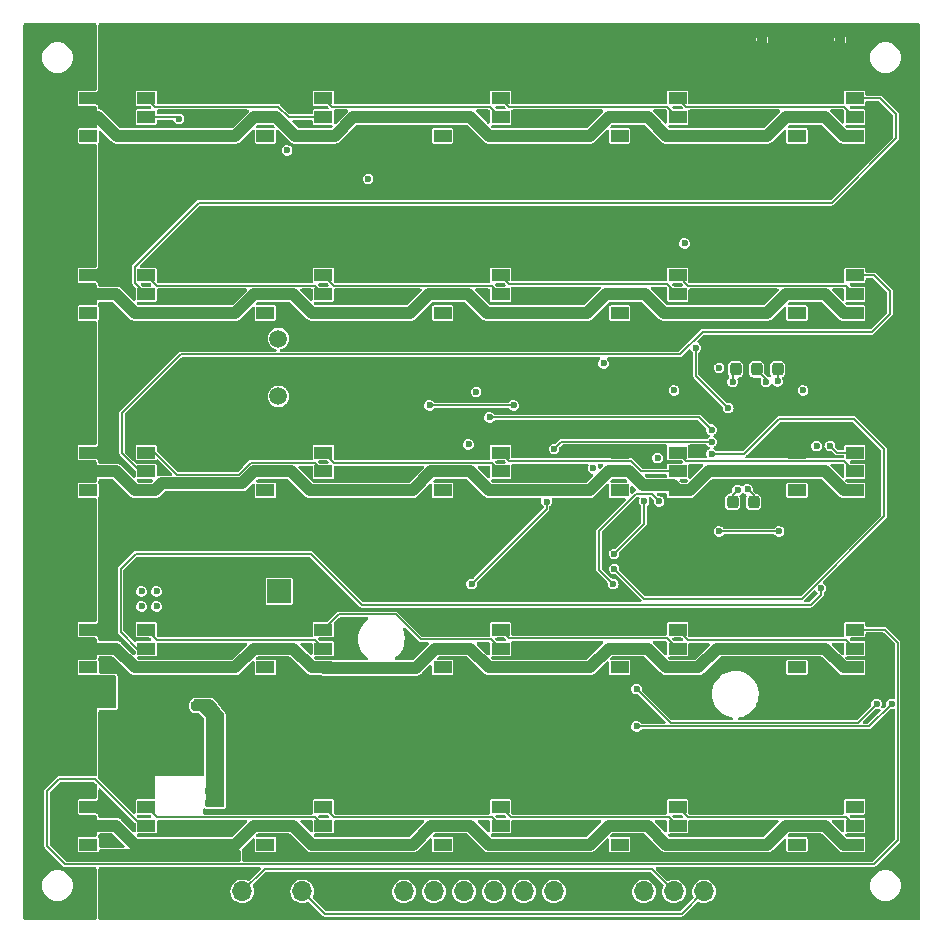
<source format=gbl>
G04 #@! TF.GenerationSoftware,KiCad,Pcbnew,(6.0.5)*
G04 #@! TF.CreationDate,2023-03-01T16:26:38-05:00*
G04 #@! TF.ProjectId,control_board,636f6e74-726f-46c5-9f62-6f6172642e6b,rev?*
G04 #@! TF.SameCoordinates,Original*
G04 #@! TF.FileFunction,Copper,L4,Bot*
G04 #@! TF.FilePolarity,Positive*
%FSLAX46Y46*%
G04 Gerber Fmt 4.6, Leading zero omitted, Abs format (unit mm)*
G04 Created by KiCad (PCBNEW (6.0.5)) date 2023-03-01 16:26:38*
%MOMM*%
%LPD*%
G01*
G04 APERTURE LIST*
G04 Aperture macros list*
%AMRoundRect*
0 Rectangle with rounded corners*
0 $1 Rounding radius*
0 $2 $3 $4 $5 $6 $7 $8 $9 X,Y pos of 4 corners*
0 Add a 4 corners polygon primitive as box body*
4,1,4,$2,$3,$4,$5,$6,$7,$8,$9,$2,$3,0*
0 Add four circle primitives for the rounded corners*
1,1,$1+$1,$2,$3*
1,1,$1+$1,$4,$5*
1,1,$1+$1,$6,$7*
1,1,$1+$1,$8,$9*
0 Add four rect primitives between the rounded corners*
20,1,$1+$1,$2,$3,$4,$5,0*
20,1,$1+$1,$4,$5,$6,$7,0*
20,1,$1+$1,$6,$7,$8,$9,0*
20,1,$1+$1,$8,$9,$2,$3,0*%
G04 Aperture macros list end*
G04 #@! TA.AperFunction,ComponentPad*
%ADD10R,1.700000X1.700000*%
G04 #@! TD*
G04 #@! TA.AperFunction,ComponentPad*
%ADD11O,1.700000X1.700000*%
G04 #@! TD*
G04 #@! TA.AperFunction,ComponentPad*
%ADD12O,0.900000X1.800000*%
G04 #@! TD*
G04 #@! TA.AperFunction,ComponentPad*
%ADD13R,2.000000X2.000000*%
G04 #@! TD*
G04 #@! TA.AperFunction,ComponentPad*
%ADD14C,2.000000*%
G04 #@! TD*
G04 #@! TA.AperFunction,ComponentPad*
%ADD15C,1.500000*%
G04 #@! TD*
G04 #@! TA.AperFunction,SMDPad,CuDef*
%ADD16R,1.500000X1.000000*%
G04 #@! TD*
G04 #@! TA.AperFunction,SMDPad,CuDef*
%ADD17RoundRect,0.237500X0.237500X-0.300000X0.237500X0.300000X-0.237500X0.300000X-0.237500X-0.300000X0*%
G04 #@! TD*
G04 #@! TA.AperFunction,SMDPad,CuDef*
%ADD18RoundRect,0.237500X-0.237500X0.300000X-0.237500X-0.300000X0.237500X-0.300000X0.237500X0.300000X0*%
G04 #@! TD*
G04 #@! TA.AperFunction,ViaPad*
%ADD19C,0.600000*%
G04 #@! TD*
G04 #@! TA.AperFunction,Conductor*
%ADD20C,0.150000*%
G04 #@! TD*
G04 #@! TA.AperFunction,Conductor*
%ADD21C,1.000000*%
G04 #@! TD*
G04 APERTURE END LIST*
D10*
X161925000Y-124460000D03*
D11*
X159385000Y-124460000D03*
X156845000Y-124460000D03*
X154305000Y-124460000D03*
D12*
X164318250Y-52324000D03*
X170918250Y-52324000D03*
D13*
X123420000Y-99060000D03*
D14*
X123420000Y-111760000D03*
D11*
X125365000Y-124460000D03*
D10*
X122825000Y-124460000D03*
D11*
X120285000Y-124460000D03*
X146685000Y-124460000D03*
X144145000Y-124460000D03*
X141605000Y-124460000D03*
X139065000Y-124460000D03*
X136525000Y-124460000D03*
X133985000Y-124460000D03*
D15*
X123347000Y-77650000D03*
X123347000Y-82550000D03*
D10*
X109479000Y-64008000D03*
D11*
X106939000Y-64008000D03*
D16*
X157150000Y-117300000D03*
X157150000Y-118900000D03*
X157150000Y-120500000D03*
X152250000Y-120500000D03*
X152250000Y-118900000D03*
X152250000Y-117300000D03*
X172150000Y-117300000D03*
X172150000Y-118900000D03*
X172150000Y-120500000D03*
X167250000Y-120500000D03*
X167250000Y-118900000D03*
X167250000Y-117300000D03*
D17*
X162060000Y-80264000D03*
X162060000Y-78539000D03*
D16*
X142150000Y-57300000D03*
X142150000Y-58900000D03*
X142150000Y-60500000D03*
X137250000Y-60500000D03*
X137250000Y-58900000D03*
X137250000Y-57300000D03*
X112150000Y-57300000D03*
X112150000Y-58900000D03*
X112150000Y-60500000D03*
X107250000Y-60500000D03*
X107250000Y-58900000D03*
X107250000Y-57300000D03*
D17*
X165616000Y-80264000D03*
X165616000Y-78539000D03*
D16*
X157150000Y-87300000D03*
X157150000Y-88900000D03*
X157150000Y-90500000D03*
X152250000Y-90500000D03*
X152250000Y-88900000D03*
X152250000Y-87300000D03*
X142150000Y-87300000D03*
X142150000Y-88900000D03*
X142150000Y-90500000D03*
X137250000Y-90500000D03*
X137250000Y-88900000D03*
X137250000Y-87300000D03*
D18*
X161806000Y-91493000D03*
X161806000Y-93218000D03*
D16*
X127150000Y-72300000D03*
X127150000Y-73900000D03*
X127150000Y-75500000D03*
X122250000Y-75500000D03*
X122250000Y-73900000D03*
X122250000Y-72300000D03*
X157150000Y-72300000D03*
X157150000Y-73900000D03*
X157150000Y-75500000D03*
X152250000Y-75500000D03*
X152250000Y-73900000D03*
X152250000Y-72300000D03*
X172150000Y-87300000D03*
X172150000Y-88900000D03*
X172150000Y-90500000D03*
X167250000Y-90500000D03*
X167250000Y-88900000D03*
X167250000Y-87300000D03*
X112150000Y-102300000D03*
X112150000Y-103900000D03*
X112150000Y-105500000D03*
X107250000Y-105500000D03*
X107250000Y-103900000D03*
X107250000Y-102300000D03*
X142150000Y-117300000D03*
X142150000Y-118900000D03*
X142150000Y-120500000D03*
X137250000Y-120500000D03*
X137250000Y-118900000D03*
X137250000Y-117300000D03*
X157150000Y-57300000D03*
X157150000Y-58900000D03*
X157150000Y-60500000D03*
X152250000Y-60500000D03*
X152250000Y-58900000D03*
X152250000Y-57300000D03*
X172150000Y-57300000D03*
X172150000Y-58900000D03*
X172150000Y-60500000D03*
X167250000Y-60500000D03*
X167250000Y-58900000D03*
X167250000Y-57300000D03*
X142150000Y-102300000D03*
X142150000Y-103900000D03*
X142150000Y-105500000D03*
X137250000Y-105500000D03*
X137250000Y-103900000D03*
X137250000Y-102300000D03*
X172150000Y-72300000D03*
X172150000Y-73900000D03*
X172150000Y-75500000D03*
X167250000Y-75500000D03*
X167250000Y-73900000D03*
X167250000Y-72300000D03*
X172150000Y-102300000D03*
X172150000Y-103900000D03*
X172150000Y-105500000D03*
X167250000Y-105500000D03*
X167250000Y-103900000D03*
X167250000Y-102300000D03*
X142150000Y-72300000D03*
X142150000Y-73900000D03*
X142150000Y-75500000D03*
X137250000Y-75500000D03*
X137250000Y-73900000D03*
X137250000Y-72300000D03*
X127150000Y-102300000D03*
X127150000Y-103900000D03*
X127150000Y-105500000D03*
X122250000Y-105500000D03*
X122250000Y-103900000D03*
X122250000Y-102300000D03*
X127150000Y-57300000D03*
X127150000Y-58900000D03*
X127150000Y-60500000D03*
X122250000Y-60500000D03*
X122250000Y-58900000D03*
X122250000Y-57300000D03*
D18*
X163576000Y-91493000D03*
X163576000Y-93218000D03*
D16*
X112150000Y-117300000D03*
X112150000Y-118900000D03*
X112150000Y-120500000D03*
X107250000Y-120500000D03*
X107250000Y-118900000D03*
X107250000Y-117300000D03*
X157150000Y-102300000D03*
X157150000Y-103900000D03*
X157150000Y-105500000D03*
X152250000Y-105500000D03*
X152250000Y-103900000D03*
X152250000Y-102300000D03*
X112150000Y-87300000D03*
X112150000Y-88900000D03*
X112150000Y-90500000D03*
X107250000Y-90500000D03*
X107250000Y-88900000D03*
X107250000Y-87300000D03*
X127150000Y-87300000D03*
X127150000Y-88900000D03*
X127150000Y-90500000D03*
X122250000Y-90500000D03*
X122250000Y-88900000D03*
X122250000Y-87300000D03*
D17*
X163838000Y-80264000D03*
X163838000Y-78539000D03*
D16*
X112150000Y-72300000D03*
X112150000Y-73900000D03*
X112150000Y-75500000D03*
X107250000Y-75500000D03*
X107250000Y-73900000D03*
X107250000Y-72300000D03*
X127150000Y-117300000D03*
X127150000Y-118900000D03*
X127150000Y-120500000D03*
X122250000Y-120500000D03*
X122250000Y-118900000D03*
X122250000Y-117300000D03*
D19*
X161798000Y-81307500D03*
X163068000Y-90424000D03*
X163500000Y-84700000D03*
X150622000Y-117348000D03*
X125857000Y-73787000D03*
X138938000Y-83820000D03*
X108585000Y-102362000D03*
X130429000Y-62357000D03*
X162300000Y-84700000D03*
X168656000Y-72390000D03*
X155067000Y-82042000D03*
X150749000Y-102235000D03*
X162300000Y-85700000D03*
X161100000Y-85700000D03*
X165100000Y-58549011D03*
X170815000Y-58549011D03*
X162941000Y-77724000D03*
X135509000Y-117348000D03*
X149352000Y-87376000D03*
X170815000Y-83312000D03*
X153670000Y-72390000D03*
X154448500Y-87757000D03*
X120777000Y-102362000D03*
X123698000Y-72263000D03*
X123536278Y-57272468D03*
X108585000Y-72390000D03*
X165862000Y-102362000D03*
X168656000Y-89916000D03*
X165735000Y-117348000D03*
X126746000Y-85598000D03*
X112141000Y-94742000D03*
X139446000Y-87630000D03*
X108587623Y-57272468D03*
X165608000Y-56350498D03*
X166751000Y-86233000D03*
X108585000Y-87249000D03*
X108585000Y-117348000D03*
X161100000Y-86800000D03*
X161100000Y-84700000D03*
X138564442Y-72294394D03*
X135763000Y-102235000D03*
X168148000Y-80010000D03*
X138580452Y-57272468D03*
X160655000Y-78486000D03*
X112141000Y-111633000D03*
X151003000Y-76327000D03*
X163500000Y-85700000D03*
X123063000Y-63500000D03*
X162300000Y-86800000D03*
X153670000Y-57277000D03*
X123571000Y-87249000D03*
X119761000Y-62230000D03*
X120777000Y-117348000D03*
X110109000Y-92583000D03*
X155448000Y-87757000D03*
X157734000Y-69596000D03*
X149987000Y-88646000D03*
X111760000Y-100330000D03*
X164630500Y-81307500D03*
X165608000Y-81280000D03*
X139446000Y-86614000D03*
X130937000Y-64135000D03*
X168910000Y-86741000D03*
X113030000Y-100330000D03*
X113030000Y-99060000D03*
X156845000Y-82042000D03*
X111760000Y-99060000D03*
X124079000Y-61722000D03*
X160655000Y-80137000D03*
X167767000Y-82042000D03*
X150876000Y-79756000D03*
X140081000Y-82169000D03*
X162219678Y-90464678D03*
X105664000Y-73914000D03*
X105664000Y-58928000D03*
X109093000Y-106807000D03*
X105029000Y-118999000D03*
X107569000Y-106807000D03*
X105664000Y-89027000D03*
X109093000Y-108585000D03*
X107569000Y-108585000D03*
X105664000Y-103886000D03*
X114935000Y-59055000D03*
X175260000Y-108585000D03*
X153670000Y-110490000D03*
X173990000Y-108585000D03*
X153670000Y-107315000D03*
X155575000Y-91440000D03*
X151688780Y-98425000D03*
X151765000Y-97155000D03*
X160020000Y-87403500D03*
X151765000Y-95885000D03*
X154305000Y-91440000D03*
X146685000Y-86995000D03*
X139700000Y-98425000D03*
X146050000Y-91449500D03*
X160020000Y-86387500D03*
X143256000Y-83312000D03*
X136144000Y-83312000D03*
X141224000Y-84328000D03*
X160020000Y-85371500D03*
X160655000Y-93980000D03*
X165735000Y-93980000D03*
X158676378Y-78412378D03*
X161425500Y-83533500D03*
X170053000Y-86741000D03*
X169280878Y-98795878D03*
X118364000Y-115951000D03*
X117475000Y-108712000D03*
X117348000Y-116967000D03*
X116459000Y-108712000D03*
X118364000Y-116967000D03*
X117348000Y-115951000D03*
D20*
X161798000Y-80526000D02*
X162060000Y-80264000D01*
X163576000Y-90932000D02*
X163576000Y-91493000D01*
X161798000Y-81307500D02*
X161798000Y-80526000D01*
X163068000Y-90424000D02*
X163576000Y-90932000D01*
X162219678Y-90464678D02*
X161806000Y-90878356D01*
X164630500Y-81056500D02*
X163838000Y-80264000D01*
X165608000Y-80272000D02*
X165616000Y-80264000D01*
X164630500Y-81307500D02*
X164630500Y-81056500D01*
X165608000Y-81280000D02*
X165608000Y-80272000D01*
X161806000Y-90878356D02*
X161806000Y-91493000D01*
D21*
X142150000Y-60500000D02*
X149700978Y-60500000D01*
X108103188Y-58900000D02*
X109703188Y-60500000D01*
X107250000Y-118900000D02*
X109600978Y-118900000D01*
X139600978Y-118900000D02*
X141200978Y-120500000D01*
X136638000Y-103900000D02*
X137250000Y-103900000D01*
X158900000Y-105500000D02*
X160500000Y-103900000D01*
X122250000Y-58900000D02*
X123182352Y-58900000D01*
X122250000Y-73900000D02*
X124600978Y-73900000D01*
X107250000Y-73900000D02*
X109600978Y-73900000D01*
X121300978Y-73900000D02*
X122250000Y-73900000D01*
X152250000Y-118900000D02*
X154600978Y-118900000D01*
X156000978Y-75500000D02*
X157150000Y-75500000D01*
X149700978Y-105500000D02*
X151300978Y-103900000D01*
X151300978Y-88900000D02*
X152250000Y-88900000D01*
X149500978Y-75500000D02*
X151100978Y-73900000D01*
X164700978Y-75500000D02*
X166300978Y-73900000D01*
X169600978Y-73900000D02*
X171200978Y-75500000D01*
X111200978Y-120500000D02*
X112150000Y-120500000D01*
X141200978Y-105500000D02*
X142150000Y-105500000D01*
X134500978Y-75500000D02*
X136100978Y-73900000D01*
X166300978Y-58900000D02*
X167250000Y-58900000D01*
X127150000Y-120500000D02*
X134700978Y-120500000D01*
X160500000Y-103900000D02*
X167250000Y-103900000D01*
X169600978Y-118900000D02*
X171200978Y-120500000D01*
X142150000Y-120500000D02*
X149700978Y-120500000D01*
X136100978Y-73900000D02*
X137250000Y-73900000D01*
X137250000Y-103900000D02*
X139600978Y-103900000D01*
X135003479Y-105534521D02*
X136638000Y-103900000D01*
X123182352Y-58900000D02*
X124782352Y-60500000D01*
X112150000Y-75500000D02*
X119700978Y-75500000D01*
X109703188Y-60500000D02*
X112150000Y-60500000D01*
X171200978Y-105500000D02*
X172150000Y-105500000D01*
X124600978Y-73900000D02*
X126200978Y-75500000D01*
X157150000Y-120500000D02*
X164700978Y-120500000D01*
X109600978Y-118900000D02*
X111200978Y-120500000D01*
X126000978Y-90500000D02*
X127150000Y-90500000D01*
X127150000Y-75500000D02*
X134500978Y-75500000D01*
X122250000Y-103900000D02*
X124600978Y-103900000D01*
X124600978Y-118900000D02*
X126200978Y-120500000D01*
X154215480Y-90080480D02*
X156730480Y-90080480D01*
X149700978Y-60500000D02*
X151300978Y-58900000D01*
X124782352Y-60500000D02*
X127150000Y-60500000D01*
X139600978Y-58900000D02*
X141200978Y-60500000D01*
X112150000Y-90500000D02*
X112884975Y-90500000D01*
X137250000Y-118900000D02*
X139600978Y-118900000D01*
X159766000Y-88900000D02*
X167250000Y-88900000D01*
X142150000Y-90500000D02*
X149700978Y-90500000D01*
X119700978Y-105500000D02*
X121300978Y-103900000D01*
X121300978Y-88900000D02*
X122250000Y-88900000D01*
X152250000Y-88900000D02*
X153035000Y-88900000D01*
X169600978Y-88900000D02*
X171200978Y-90500000D01*
X164700978Y-120500000D02*
X166300978Y-118900000D01*
X156200978Y-60500000D02*
X157150000Y-60500000D01*
X141200978Y-90500000D02*
X142150000Y-90500000D01*
X129699022Y-58900000D02*
X128099022Y-60500000D01*
X126200978Y-120500000D02*
X127150000Y-120500000D01*
X149700978Y-120500000D02*
X151300978Y-118900000D01*
X167250000Y-118900000D02*
X169600978Y-118900000D01*
X167250000Y-88900000D02*
X169600978Y-88900000D01*
X157150000Y-90500000D02*
X158166000Y-90500000D01*
X151300978Y-58900000D02*
X152250000Y-58900000D01*
X139400978Y-73900000D02*
X141000978Y-75500000D01*
X136300978Y-88900000D02*
X137250000Y-88900000D01*
X109600978Y-103900000D02*
X111200978Y-105500000D01*
X137250000Y-58900000D02*
X129699022Y-58900000D01*
X142150000Y-105500000D02*
X149700978Y-105500000D01*
X134700978Y-120500000D02*
X136300978Y-118900000D01*
X121300978Y-103900000D02*
X122250000Y-103900000D01*
X142150000Y-75500000D02*
X149500978Y-75500000D01*
X112150000Y-60500000D02*
X119700978Y-60500000D01*
X122250000Y-88900000D02*
X124400978Y-88900000D01*
X166300978Y-118900000D02*
X167250000Y-118900000D01*
X151100978Y-73900000D02*
X152250000Y-73900000D01*
X109600978Y-88900000D02*
X111200978Y-90500000D01*
X156200978Y-120500000D02*
X157150000Y-120500000D01*
X109600978Y-73900000D02*
X111200978Y-75500000D01*
X153035000Y-88900000D02*
X154215480Y-90080480D01*
X120284978Y-89916000D02*
X121300978Y-88900000D01*
X127150000Y-105500000D02*
X127184521Y-105534521D01*
X119700978Y-60500000D02*
X121300978Y-58900000D01*
X167250000Y-103900000D02*
X169600978Y-103900000D01*
X157150000Y-105500000D02*
X158900000Y-105500000D01*
X107250000Y-88900000D02*
X109600978Y-88900000D01*
X154600978Y-118900000D02*
X156200978Y-120500000D01*
X107250000Y-103900000D02*
X109600978Y-103900000D01*
X156730480Y-90080480D02*
X157150000Y-90500000D01*
X119700978Y-75500000D02*
X121300978Y-73900000D01*
X139600978Y-88900000D02*
X141200978Y-90500000D01*
X112884975Y-90500000D02*
X113468975Y-89916000D01*
X111200978Y-105500000D02*
X112150000Y-105500000D01*
X112150000Y-105500000D02*
X119700978Y-105500000D01*
X111200978Y-90500000D02*
X112150000Y-90500000D01*
X158166000Y-90500000D02*
X159766000Y-88900000D01*
X119700978Y-120500000D02*
X121300978Y-118900000D01*
X134700978Y-90500000D02*
X136300978Y-88900000D01*
X152250000Y-73900000D02*
X154400978Y-73900000D01*
X171200978Y-120500000D02*
X172150000Y-120500000D01*
X141200978Y-120500000D02*
X142150000Y-120500000D01*
X137250000Y-58900000D02*
X139600978Y-58900000D01*
X107250000Y-58900000D02*
X108103188Y-58900000D01*
X112150000Y-120500000D02*
X119700978Y-120500000D01*
X127184521Y-105534521D02*
X135003479Y-105534521D01*
X167250000Y-58900000D02*
X169600978Y-58900000D01*
X127150000Y-90500000D02*
X134700978Y-90500000D01*
X126200978Y-105500000D02*
X127150000Y-105500000D01*
X157150000Y-75500000D02*
X164700978Y-75500000D01*
X126200978Y-75500000D02*
X127150000Y-75500000D01*
X157150000Y-60500000D02*
X164700978Y-60500000D01*
X166300978Y-73900000D02*
X167250000Y-73900000D01*
X169600978Y-103900000D02*
X171200978Y-105500000D01*
X152250000Y-58900000D02*
X154600978Y-58900000D01*
X141000978Y-75500000D02*
X142150000Y-75500000D01*
X124400978Y-88900000D02*
X126000978Y-90500000D01*
X121300978Y-118900000D02*
X122250000Y-118900000D01*
X113468975Y-89916000D02*
X120284978Y-89916000D01*
X171200978Y-60500000D02*
X172150000Y-60500000D01*
X124600978Y-103900000D02*
X126200978Y-105500000D01*
X111200978Y-75500000D02*
X112150000Y-75500000D01*
X137250000Y-73900000D02*
X139400978Y-73900000D01*
X136300978Y-118900000D02*
X137250000Y-118900000D01*
X156200978Y-105500000D02*
X157150000Y-105500000D01*
X167250000Y-73900000D02*
X169600978Y-73900000D01*
X169600978Y-58900000D02*
X171200978Y-60500000D01*
X151300978Y-103900000D02*
X152250000Y-103900000D01*
X121300978Y-58900000D02*
X122250000Y-58900000D01*
X122250000Y-118900000D02*
X124600978Y-118900000D01*
X171200978Y-90500000D02*
X172150000Y-90500000D01*
X139600978Y-103900000D02*
X141200978Y-105500000D01*
X154600978Y-58900000D02*
X156200978Y-60500000D01*
X164700978Y-60500000D02*
X166300978Y-58900000D01*
X149700978Y-90500000D02*
X151300978Y-88900000D01*
X152250000Y-103900000D02*
X154600978Y-103900000D01*
X171200978Y-75500000D02*
X172150000Y-75500000D01*
X128099022Y-60500000D02*
X127150000Y-60500000D01*
X141200978Y-60500000D02*
X142150000Y-60500000D01*
X154400978Y-73900000D02*
X156000978Y-75500000D01*
X151300978Y-118900000D02*
X152250000Y-118900000D01*
X154600978Y-103900000D02*
X156200978Y-105500000D01*
X137250000Y-88900000D02*
X139600978Y-88900000D01*
D20*
X123331489Y-58024511D02*
X124206978Y-58900000D01*
X112874511Y-58024511D02*
X123331489Y-58024511D01*
X112150000Y-57300000D02*
X112874511Y-58024511D01*
X124206978Y-58900000D02*
X127150000Y-58900000D01*
X114780000Y-58900000D02*
X112150000Y-58900000D01*
X114935000Y-59055000D02*
X114780000Y-58900000D01*
X153670000Y-110490000D02*
X173355000Y-110490000D01*
X173355000Y-110490000D02*
X175260000Y-108585000D01*
X172384520Y-110190480D02*
X173990000Y-108585000D01*
X153670000Y-107315000D02*
X156545480Y-110190480D01*
X156545480Y-110190480D02*
X172384520Y-110190480D01*
X150495000Y-93926614D02*
X153616614Y-90805000D01*
X153616614Y-90805000D02*
X154940000Y-90805000D01*
X154940000Y-90805000D02*
X155575000Y-91440000D01*
X151688780Y-98425000D02*
X150495000Y-97231220D01*
X150495000Y-97231220D02*
X150495000Y-93926614D01*
X174625000Y-86995000D02*
X174625000Y-92710000D01*
X154305000Y-99695000D02*
X151765000Y-97155000D01*
X160020000Y-87403500D02*
X162786500Y-87403500D01*
X174625000Y-92710000D02*
X167640000Y-99695000D01*
X162786500Y-87403500D02*
X165735000Y-84455000D01*
X167640000Y-99695000D02*
X154305000Y-99695000D01*
X165735000Y-84455000D02*
X172085000Y-84455000D01*
X172085000Y-84455000D02*
X174625000Y-86995000D01*
X154305000Y-91440000D02*
X154305000Y-93345000D01*
X154305000Y-93345000D02*
X151765000Y-95885000D01*
X160020000Y-86387500D02*
X147292500Y-86387500D01*
X146050000Y-91449500D02*
X146050000Y-92075000D01*
X147292500Y-86387500D02*
X146685000Y-86995000D01*
X146050000Y-92075000D02*
X139700000Y-98425000D01*
X125365000Y-124460000D02*
X127270000Y-126365000D01*
X157480000Y-126365000D02*
X159385000Y-124460000D01*
X127270000Y-126365000D02*
X157480000Y-126365000D01*
X154940000Y-122555000D02*
X122190000Y-122555000D01*
X122190000Y-122555000D02*
X120285000Y-124460000D01*
X156845000Y-124460000D02*
X154940000Y-122555000D01*
X143256000Y-83312000D02*
X143239489Y-83295489D01*
X136160511Y-83295489D02*
X136144000Y-83312000D01*
X143239489Y-83295489D02*
X136160511Y-83295489D01*
X141224000Y-84328000D02*
X158976500Y-84328000D01*
X158976500Y-84328000D02*
X160020000Y-85371500D01*
X165735000Y-93980000D02*
X160655000Y-93980000D01*
X158676378Y-78412378D02*
X158676378Y-80784378D01*
X158676378Y-80784378D02*
X161425500Y-83533500D01*
X127150000Y-57300000D02*
X127874511Y-58024511D01*
X127874511Y-58024511D02*
X141274511Y-58024511D01*
X141274511Y-58024511D02*
X142150000Y-58900000D01*
X156274511Y-58024511D02*
X157150000Y-58900000D01*
X142874511Y-58024511D02*
X156274511Y-58024511D01*
X142150000Y-57300000D02*
X142874511Y-58024511D01*
X157150000Y-57300000D02*
X157874511Y-58024511D01*
X157874511Y-58024511D02*
X171274511Y-58024511D01*
X171274511Y-58024511D02*
X172150000Y-58900000D01*
X175641000Y-60706000D02*
X175641000Y-58674000D01*
X111175489Y-71575489D02*
X116583978Y-66167000D01*
X112150000Y-73900000D02*
X111175489Y-72925489D01*
X174267000Y-57300000D02*
X172150000Y-57300000D01*
X175641000Y-58674000D02*
X174267000Y-57300000D01*
X111175489Y-72925489D02*
X111175489Y-71575489D01*
X170180000Y-66167000D02*
X175641000Y-60706000D01*
X116583978Y-66167000D02*
X170180000Y-66167000D01*
X126425480Y-73175480D02*
X127150000Y-73900000D01*
X112150000Y-72300000D02*
X113025480Y-73175480D01*
X113025480Y-73175480D02*
X126425480Y-73175480D01*
X127150000Y-72300000D02*
X128025480Y-73175480D01*
X128025480Y-73175480D02*
X141425480Y-73175480D01*
X141425480Y-73175480D02*
X142150000Y-73900000D01*
X142150000Y-72300000D02*
X142874511Y-73024511D01*
X156274511Y-73024511D02*
X157150000Y-73900000D01*
X142874511Y-73024511D02*
X156274511Y-73024511D01*
X157150000Y-72300000D02*
X158025480Y-73175480D01*
X158025480Y-73175480D02*
X171425480Y-73175480D01*
X171425480Y-73175480D02*
X172150000Y-73900000D01*
X157353000Y-78994000D02*
X159258000Y-77089000D01*
X159258000Y-77089000D02*
X173609000Y-77089000D01*
X110109000Y-87376000D02*
X110109000Y-83947000D01*
X173609000Y-77089000D02*
X175133000Y-75565000D01*
X110109000Y-83947000D02*
X115062000Y-78994000D01*
X175133000Y-75565000D02*
X175133000Y-73660000D01*
X175133000Y-73660000D02*
X173773000Y-72300000D01*
X111633000Y-88900000D02*
X110109000Y-87376000D01*
X115062000Y-78994000D02*
X157353000Y-78994000D01*
X112150000Y-88900000D02*
X111633000Y-88900000D01*
X173773000Y-72300000D02*
X172150000Y-72300000D01*
X127150000Y-88900000D02*
X126425480Y-88175480D01*
X114775455Y-89191480D02*
X112883975Y-87300000D01*
X112883975Y-87300000D02*
X112150000Y-87300000D01*
X121000872Y-88175480D02*
X119984872Y-89191480D01*
X126425480Y-88175480D02*
X121000872Y-88175480D01*
X119984872Y-89191480D02*
X114775455Y-89191480D01*
X141425480Y-88175480D02*
X142150000Y-88900000D01*
X128025480Y-88175480D02*
X141425480Y-88175480D01*
X127150000Y-87300000D02*
X128025480Y-88175480D01*
X154059626Y-88900000D02*
X157150000Y-88900000D01*
X142150000Y-87300000D02*
X142874511Y-88024511D01*
X142874511Y-88024511D02*
X153184137Y-88024511D01*
X153184137Y-88024511D02*
X154059626Y-88900000D01*
X171274511Y-88024511D02*
X172150000Y-88900000D01*
X157150000Y-87300000D02*
X157874511Y-88024511D01*
X157874511Y-88024511D02*
X171274511Y-88024511D01*
X169280878Y-99324122D02*
X168402000Y-100203000D01*
X126111000Y-95885000D02*
X111252000Y-95885000D01*
X169280878Y-98795878D02*
X169280878Y-99324122D01*
X168402000Y-100203000D02*
X130429000Y-100203000D01*
X130429000Y-100203000D02*
X126111000Y-95885000D01*
X111393000Y-103900000D02*
X112150000Y-103900000D01*
X170612000Y-87300000D02*
X170053000Y-86741000D01*
X109982000Y-97155000D02*
X109982000Y-102489000D01*
X109982000Y-102489000D02*
X111393000Y-103900000D01*
X111252000Y-95885000D02*
X109982000Y-97155000D01*
X172150000Y-87300000D02*
X170612000Y-87300000D01*
X113025480Y-103175480D02*
X126425480Y-103175480D01*
X112150000Y-102300000D02*
X113025480Y-103175480D01*
X126425480Y-103175480D02*
X127150000Y-103900000D01*
X127150000Y-102300000D02*
X128439521Y-101010479D01*
X141374000Y-103124000D02*
X142150000Y-103900000D01*
X128439521Y-101010479D02*
X133268479Y-101010479D01*
X135382000Y-103124000D02*
X141374000Y-103124000D01*
X133268479Y-101010479D02*
X135382000Y-103124000D01*
X142150000Y-102300000D02*
X142874511Y-103024511D01*
X142874511Y-103024511D02*
X156274511Y-103024511D01*
X156274511Y-103024511D02*
X157150000Y-103900000D01*
X171425480Y-103175480D02*
X172150000Y-103900000D01*
X157150000Y-102300000D02*
X158025480Y-103175480D01*
X158025480Y-103175480D02*
X171425480Y-103175480D01*
X173736000Y-122174000D02*
X175784511Y-120125489D01*
X104775000Y-114935000D02*
X103759000Y-115951000D01*
X175784511Y-103394511D02*
X174690000Y-102300000D01*
X107823000Y-114935000D02*
X104775000Y-114935000D01*
X103759000Y-115951000D02*
X103759000Y-120650000D01*
X112150000Y-118900000D02*
X111788000Y-118900000D01*
X174690000Y-102300000D02*
X172150000Y-102300000D01*
X111788000Y-118900000D02*
X107823000Y-114935000D01*
X175784511Y-120125489D02*
X175784511Y-103394511D01*
X103759000Y-120650000D02*
X105283000Y-122174000D01*
X105283000Y-122174000D02*
X173736000Y-122174000D01*
X112150000Y-117300000D02*
X113025480Y-118175480D01*
X113025480Y-118175480D02*
X126425480Y-118175480D01*
X126425480Y-118175480D02*
X127150000Y-118900000D01*
X128025480Y-118175480D02*
X141425480Y-118175480D01*
X141425480Y-118175480D02*
X142150000Y-118900000D01*
X127150000Y-117300000D02*
X128025480Y-118175480D01*
X142150000Y-117300000D02*
X143025480Y-118175480D01*
X143025480Y-118175480D02*
X156425480Y-118175480D01*
X156425480Y-118175480D02*
X157150000Y-118900000D01*
X157150000Y-117300000D02*
X158025480Y-118175480D01*
X158025480Y-118175480D02*
X171425480Y-118175480D01*
X171425480Y-118175480D02*
X172150000Y-118900000D01*
G04 #@! TA.AperFunction,Conductor*
G36*
X107892121Y-50970502D02*
G01*
X107938614Y-51024158D01*
X107950000Y-51076500D01*
X107950000Y-56523500D01*
X107929998Y-56591621D01*
X107876342Y-56638114D01*
X107824000Y-56649500D01*
X106485180Y-56649500D01*
X106441278Y-56658233D01*
X106430960Y-56665127D01*
X106430958Y-56665128D01*
X106401815Y-56684601D01*
X106391496Y-56691496D01*
X106384601Y-56701815D01*
X106365128Y-56730958D01*
X106365127Y-56730960D01*
X106358233Y-56741278D01*
X106349500Y-56785180D01*
X106349500Y-57814820D01*
X106358233Y-57858722D01*
X106365127Y-57869040D01*
X106365128Y-57869042D01*
X106384601Y-57898185D01*
X106391496Y-57908504D01*
X106401815Y-57915399D01*
X106430958Y-57934872D01*
X106430960Y-57934873D01*
X106441278Y-57941767D01*
X106485180Y-57950500D01*
X107824000Y-57950500D01*
X107892121Y-57970502D01*
X107938614Y-58024158D01*
X107950000Y-58076500D01*
X107950000Y-59723500D01*
X107929998Y-59791621D01*
X107876342Y-59838114D01*
X107824000Y-59849500D01*
X106485180Y-59849500D01*
X106441278Y-59858233D01*
X106430960Y-59865127D01*
X106430958Y-59865128D01*
X106401815Y-59884601D01*
X106391496Y-59891496D01*
X106384601Y-59901815D01*
X106365128Y-59930958D01*
X106365127Y-59930960D01*
X106358233Y-59941278D01*
X106349500Y-59985180D01*
X106349500Y-61014820D01*
X106358233Y-61058722D01*
X106365127Y-61069040D01*
X106365128Y-61069042D01*
X106384601Y-61098185D01*
X106391496Y-61108504D01*
X106401815Y-61115399D01*
X106430958Y-61134872D01*
X106430960Y-61134873D01*
X106441278Y-61141767D01*
X106485180Y-61150500D01*
X107824000Y-61150500D01*
X107892121Y-61170502D01*
X107938614Y-61224158D01*
X107950000Y-61276500D01*
X107950000Y-71523500D01*
X107929998Y-71591621D01*
X107876342Y-71638114D01*
X107824000Y-71649500D01*
X106485180Y-71649500D01*
X106441278Y-71658233D01*
X106430960Y-71665127D01*
X106430958Y-71665128D01*
X106401815Y-71684601D01*
X106391496Y-71691496D01*
X106384601Y-71701815D01*
X106365128Y-71730958D01*
X106365127Y-71730960D01*
X106358233Y-71741278D01*
X106349500Y-71785180D01*
X106349500Y-72814820D01*
X106358233Y-72858722D01*
X106365127Y-72869040D01*
X106365128Y-72869042D01*
X106384601Y-72898185D01*
X106391496Y-72908504D01*
X106401815Y-72915399D01*
X106430958Y-72934872D01*
X106430960Y-72934873D01*
X106441278Y-72941767D01*
X106485180Y-72950500D01*
X107824000Y-72950500D01*
X107892121Y-72970502D01*
X107938614Y-73024158D01*
X107950000Y-73076500D01*
X107950000Y-74723500D01*
X107929998Y-74791621D01*
X107876342Y-74838114D01*
X107824000Y-74849500D01*
X106485180Y-74849500D01*
X106441278Y-74858233D01*
X106430960Y-74865127D01*
X106430958Y-74865128D01*
X106401815Y-74884601D01*
X106391496Y-74891496D01*
X106384601Y-74901815D01*
X106365128Y-74930958D01*
X106365127Y-74930960D01*
X106358233Y-74941278D01*
X106349500Y-74985180D01*
X106349500Y-76014820D01*
X106358233Y-76058722D01*
X106365127Y-76069040D01*
X106365128Y-76069042D01*
X106384601Y-76098185D01*
X106391496Y-76108504D01*
X106401815Y-76115399D01*
X106430958Y-76134872D01*
X106430960Y-76134873D01*
X106441278Y-76141767D01*
X106485180Y-76150500D01*
X107824000Y-76150500D01*
X107892121Y-76170502D01*
X107938614Y-76224158D01*
X107950000Y-76276500D01*
X107950000Y-86523500D01*
X107929998Y-86591621D01*
X107876342Y-86638114D01*
X107824000Y-86649500D01*
X106485180Y-86649500D01*
X106441278Y-86658233D01*
X106430960Y-86665127D01*
X106430958Y-86665128D01*
X106401815Y-86684601D01*
X106391496Y-86691496D01*
X106384601Y-86701815D01*
X106365128Y-86730958D01*
X106365127Y-86730960D01*
X106358233Y-86741278D01*
X106349500Y-86785180D01*
X106349500Y-87814820D01*
X106358233Y-87858722D01*
X106365127Y-87869040D01*
X106365128Y-87869042D01*
X106384601Y-87898185D01*
X106391496Y-87908504D01*
X106401815Y-87915399D01*
X106430958Y-87934872D01*
X106430960Y-87934873D01*
X106441278Y-87941767D01*
X106485180Y-87950500D01*
X107824000Y-87950500D01*
X107892121Y-87970502D01*
X107938614Y-88024158D01*
X107950000Y-88076500D01*
X107950000Y-89723500D01*
X107929998Y-89791621D01*
X107876342Y-89838114D01*
X107824000Y-89849500D01*
X106485180Y-89849500D01*
X106441278Y-89858233D01*
X106430960Y-89865127D01*
X106430958Y-89865128D01*
X106401815Y-89884601D01*
X106391496Y-89891496D01*
X106384601Y-89901815D01*
X106365128Y-89930958D01*
X106365127Y-89930960D01*
X106358233Y-89941278D01*
X106349500Y-89985180D01*
X106349500Y-91014820D01*
X106358233Y-91058722D01*
X106365127Y-91069040D01*
X106365128Y-91069042D01*
X106384601Y-91098185D01*
X106391496Y-91108504D01*
X106401815Y-91115399D01*
X106430958Y-91134872D01*
X106430960Y-91134873D01*
X106441278Y-91141767D01*
X106485180Y-91150500D01*
X107824000Y-91150500D01*
X107892121Y-91170502D01*
X107938614Y-91224158D01*
X107950000Y-91276500D01*
X107950000Y-101523500D01*
X107929998Y-101591621D01*
X107876342Y-101638114D01*
X107824000Y-101649500D01*
X106485180Y-101649500D01*
X106441278Y-101658233D01*
X106430960Y-101665127D01*
X106430958Y-101665128D01*
X106401815Y-101684601D01*
X106391496Y-101691496D01*
X106384601Y-101701815D01*
X106365128Y-101730958D01*
X106365127Y-101730960D01*
X106358233Y-101741278D01*
X106349500Y-101785180D01*
X106349500Y-102814820D01*
X106358233Y-102858722D01*
X106365127Y-102869040D01*
X106365128Y-102869042D01*
X106384601Y-102898185D01*
X106391496Y-102908504D01*
X106401815Y-102915399D01*
X106430958Y-102934872D01*
X106430960Y-102934873D01*
X106441278Y-102941767D01*
X106485180Y-102950500D01*
X107824000Y-102950500D01*
X107892121Y-102970502D01*
X107938614Y-103024158D01*
X107950000Y-103076500D01*
X107950000Y-104723500D01*
X107929998Y-104791621D01*
X107876342Y-104838114D01*
X107824000Y-104849500D01*
X106485180Y-104849500D01*
X106441278Y-104858233D01*
X106430960Y-104865127D01*
X106430958Y-104865128D01*
X106401815Y-104884601D01*
X106391496Y-104891496D01*
X106384601Y-104901815D01*
X106365128Y-104930958D01*
X106365127Y-104930960D01*
X106358233Y-104941278D01*
X106349500Y-104985180D01*
X106349500Y-106014820D01*
X106358233Y-106058722D01*
X106365127Y-106069040D01*
X106365128Y-106069042D01*
X106384601Y-106098185D01*
X106391496Y-106108504D01*
X106401815Y-106115399D01*
X106430958Y-106134872D01*
X106430960Y-106134873D01*
X106441278Y-106141767D01*
X106485180Y-106150500D01*
X107885986Y-106150500D01*
X107946804Y-106168358D01*
X107950000Y-106169053D01*
X107950000Y-106172000D01*
X109475000Y-106172000D01*
X109543121Y-106192002D01*
X109589614Y-106245658D01*
X109601000Y-106298000D01*
X109601000Y-108840000D01*
X109580998Y-108908121D01*
X109527342Y-108954614D01*
X109475000Y-108966000D01*
X107950000Y-108966000D01*
X107950000Y-114580677D01*
X107929998Y-114648798D01*
X107876342Y-114695291D01*
X107830595Y-114706504D01*
X107824011Y-114706849D01*
X107810935Y-114704778D01*
X107798146Y-114708205D01*
X107784919Y-114708898D01*
X107784894Y-114708424D01*
X107776723Y-114709500D01*
X104784208Y-114709500D01*
X104777614Y-114709327D01*
X104752164Y-114707993D01*
X104752163Y-114707993D01*
X104738936Y-114707300D01*
X104726569Y-114712047D01*
X104726570Y-114712047D01*
X104720015Y-114714563D01*
X104701059Y-114720179D01*
X104681232Y-114724393D01*
X104670519Y-114732176D01*
X104665971Y-114734201D01*
X104661802Y-114736908D01*
X104649440Y-114741654D01*
X104635108Y-114755986D01*
X104620073Y-114768827D01*
X104614391Y-114772955D01*
X104614389Y-114772957D01*
X104603677Y-114780740D01*
X104597056Y-114792207D01*
X104588194Y-114802050D01*
X104587842Y-114801733D01*
X104582829Y-114808265D01*
X103606053Y-115785042D01*
X103601288Y-115789564D01*
X103572491Y-115815493D01*
X103564245Y-115834015D01*
X103554817Y-115851378D01*
X103543774Y-115868382D01*
X103541702Y-115881463D01*
X103539920Y-115886106D01*
X103538886Y-115890972D01*
X103533500Y-115903068D01*
X103533500Y-115923334D01*
X103531949Y-115943043D01*
X103528778Y-115963065D01*
X103532205Y-115975854D01*
X103532898Y-115989082D01*
X103532424Y-115989107D01*
X103533500Y-115997277D01*
X103533500Y-120640792D01*
X103533327Y-120647386D01*
X103531300Y-120686064D01*
X103536047Y-120698430D01*
X103538563Y-120704985D01*
X103544179Y-120723941D01*
X103548393Y-120743768D01*
X103556176Y-120754481D01*
X103558201Y-120759029D01*
X103560908Y-120763198D01*
X103565654Y-120775560D01*
X103579986Y-120789892D01*
X103592827Y-120804927D01*
X103596955Y-120810609D01*
X103596957Y-120810611D01*
X103604740Y-120821323D01*
X103616207Y-120827944D01*
X103626050Y-120836806D01*
X103625732Y-120837159D01*
X103632269Y-120842175D01*
X105117023Y-122326928D01*
X105121564Y-122331712D01*
X105147493Y-122360509D01*
X105166017Y-122368757D01*
X105183386Y-122378188D01*
X105200382Y-122389225D01*
X105213464Y-122391297D01*
X105218106Y-122393079D01*
X105222967Y-122394112D01*
X105235068Y-122399500D01*
X105255333Y-122399500D01*
X105275045Y-122401051D01*
X105281988Y-122402151D01*
X105281989Y-122402151D01*
X105295065Y-122404222D01*
X105307854Y-122400795D01*
X105321082Y-122400102D01*
X105321107Y-122400576D01*
X105329277Y-122399500D01*
X107824000Y-122399500D01*
X107892121Y-122419502D01*
X107938614Y-122473158D01*
X107950000Y-122525500D01*
X107950000Y-126723500D01*
X107929998Y-126791621D01*
X107876342Y-126838114D01*
X107824000Y-126849500D01*
X101876500Y-126849500D01*
X101808379Y-126829498D01*
X101761886Y-126775842D01*
X101750500Y-126723500D01*
X101750500Y-123952000D01*
X103342532Y-123952000D01*
X103362365Y-124178692D01*
X103421261Y-124398496D01*
X103517432Y-124604734D01*
X103647953Y-124791139D01*
X103808861Y-124952047D01*
X103995266Y-125082568D01*
X104000244Y-125084889D01*
X104000247Y-125084891D01*
X104196522Y-125176416D01*
X104201504Y-125178739D01*
X104206812Y-125180161D01*
X104206814Y-125180162D01*
X104415993Y-125236211D01*
X104415995Y-125236211D01*
X104421308Y-125237635D01*
X104520302Y-125246296D01*
X104588492Y-125252262D01*
X104588499Y-125252262D01*
X104591216Y-125252500D01*
X104704784Y-125252500D01*
X104707501Y-125252262D01*
X104707508Y-125252262D01*
X104775698Y-125246296D01*
X104874692Y-125237635D01*
X104880005Y-125236211D01*
X104880007Y-125236211D01*
X105089186Y-125180162D01*
X105089188Y-125180161D01*
X105094496Y-125178739D01*
X105099478Y-125176416D01*
X105295753Y-125084891D01*
X105295756Y-125084889D01*
X105300734Y-125082568D01*
X105487139Y-124952047D01*
X105648047Y-124791139D01*
X105778568Y-124604734D01*
X105874739Y-124398496D01*
X105933635Y-124178692D01*
X105953468Y-123952000D01*
X105933635Y-123725308D01*
X105882164Y-123533213D01*
X105876162Y-123510814D01*
X105876161Y-123510812D01*
X105874739Y-123505504D01*
X105778568Y-123299266D01*
X105648047Y-123112861D01*
X105487139Y-122951953D01*
X105300734Y-122821432D01*
X105295756Y-122819111D01*
X105295753Y-122819109D01*
X105099478Y-122727584D01*
X105099476Y-122727583D01*
X105094496Y-122725261D01*
X105089188Y-122723839D01*
X105089186Y-122723838D01*
X104880007Y-122667789D01*
X104880005Y-122667789D01*
X104874692Y-122666365D01*
X104775698Y-122657704D01*
X104707508Y-122651738D01*
X104707501Y-122651738D01*
X104704784Y-122651500D01*
X104591216Y-122651500D01*
X104588499Y-122651738D01*
X104588492Y-122651738D01*
X104520302Y-122657704D01*
X104421308Y-122666365D01*
X104415995Y-122667789D01*
X104415993Y-122667789D01*
X104206814Y-122723838D01*
X104206812Y-122723839D01*
X104201504Y-122725261D01*
X104196524Y-122727583D01*
X104196522Y-122727584D01*
X104000247Y-122819109D01*
X104000244Y-122819111D01*
X103995266Y-122821432D01*
X103808861Y-122951953D01*
X103647953Y-123112861D01*
X103517432Y-123299266D01*
X103421261Y-123505504D01*
X103419839Y-123510812D01*
X103419838Y-123510814D01*
X103413836Y-123533213D01*
X103362365Y-123725308D01*
X103342532Y-123952000D01*
X101750500Y-123952000D01*
X101750500Y-53848000D01*
X103342532Y-53848000D01*
X103362365Y-54074692D01*
X103421261Y-54294496D01*
X103517432Y-54500734D01*
X103647953Y-54687139D01*
X103808861Y-54848047D01*
X103995266Y-54978568D01*
X104000244Y-54980889D01*
X104000247Y-54980891D01*
X104196522Y-55072416D01*
X104201504Y-55074739D01*
X104206812Y-55076161D01*
X104206814Y-55076162D01*
X104415993Y-55132211D01*
X104415995Y-55132211D01*
X104421308Y-55133635D01*
X104520302Y-55142296D01*
X104588492Y-55148262D01*
X104588499Y-55148262D01*
X104591216Y-55148500D01*
X104704784Y-55148500D01*
X104707501Y-55148262D01*
X104707508Y-55148262D01*
X104775698Y-55142296D01*
X104874692Y-55133635D01*
X104880005Y-55132211D01*
X104880007Y-55132211D01*
X105089186Y-55076162D01*
X105089188Y-55076161D01*
X105094496Y-55074739D01*
X105099478Y-55072416D01*
X105295753Y-54980891D01*
X105295756Y-54980889D01*
X105300734Y-54978568D01*
X105487139Y-54848047D01*
X105648047Y-54687139D01*
X105778568Y-54500734D01*
X105874739Y-54294496D01*
X105933635Y-54074692D01*
X105953468Y-53848000D01*
X105933635Y-53621308D01*
X105874739Y-53401504D01*
X105778568Y-53195266D01*
X105648047Y-53008861D01*
X105487139Y-52847953D01*
X105300734Y-52717432D01*
X105295756Y-52715111D01*
X105295753Y-52715109D01*
X105099478Y-52623584D01*
X105099476Y-52623583D01*
X105094496Y-52621261D01*
X105089188Y-52619839D01*
X105089186Y-52619838D01*
X104880007Y-52563789D01*
X104880005Y-52563789D01*
X104874692Y-52562365D01*
X104775698Y-52553704D01*
X104707508Y-52547738D01*
X104707501Y-52547738D01*
X104704784Y-52547500D01*
X104591216Y-52547500D01*
X104588499Y-52547738D01*
X104588492Y-52547738D01*
X104520302Y-52553704D01*
X104421308Y-52562365D01*
X104415995Y-52563789D01*
X104415993Y-52563789D01*
X104206814Y-52619838D01*
X104206812Y-52619839D01*
X104201504Y-52621261D01*
X104196524Y-52623583D01*
X104196522Y-52623584D01*
X104000247Y-52715109D01*
X104000244Y-52715111D01*
X103995266Y-52717432D01*
X103808861Y-52847953D01*
X103647953Y-53008861D01*
X103517432Y-53195266D01*
X103421261Y-53401504D01*
X103362365Y-53621308D01*
X103342532Y-53848000D01*
X101750500Y-53848000D01*
X101750500Y-51076500D01*
X101770502Y-51008379D01*
X101824158Y-50961886D01*
X101876500Y-50950500D01*
X107824000Y-50950500D01*
X107892121Y-50970502D01*
G37*
G04 #@! TD.AperFunction*
G04 #@! TA.AperFunction,Conductor*
G36*
X107745525Y-115180502D02*
G01*
X107766499Y-115197405D01*
X107913095Y-115344001D01*
X107947121Y-115406313D01*
X107950000Y-115433096D01*
X107950000Y-116523500D01*
X107929998Y-116591621D01*
X107876342Y-116638114D01*
X107824000Y-116649500D01*
X106485180Y-116649500D01*
X106441278Y-116658233D01*
X106430960Y-116665127D01*
X106430958Y-116665128D01*
X106401815Y-116684601D01*
X106391496Y-116691496D01*
X106384601Y-116701815D01*
X106365128Y-116730958D01*
X106365127Y-116730960D01*
X106358233Y-116741278D01*
X106349500Y-116785180D01*
X106349500Y-117814820D01*
X106358233Y-117858722D01*
X106365127Y-117869040D01*
X106365128Y-117869042D01*
X106384601Y-117898185D01*
X106391496Y-117908504D01*
X106401815Y-117915399D01*
X106430958Y-117934872D01*
X106430960Y-117934873D01*
X106441278Y-117941767D01*
X106485180Y-117950500D01*
X107824000Y-117950500D01*
X107892121Y-117970502D01*
X107938614Y-118024158D01*
X107950000Y-118076500D01*
X107950000Y-119723500D01*
X107929998Y-119791621D01*
X107876342Y-119838114D01*
X107824000Y-119849500D01*
X106485180Y-119849500D01*
X106441278Y-119858233D01*
X106430960Y-119865127D01*
X106430958Y-119865128D01*
X106401815Y-119884601D01*
X106391496Y-119891496D01*
X106384601Y-119901815D01*
X106365128Y-119930958D01*
X106365127Y-119930960D01*
X106358233Y-119941278D01*
X106349500Y-119985180D01*
X106349500Y-121014820D01*
X106358233Y-121058722D01*
X106365127Y-121069040D01*
X106365128Y-121069042D01*
X106384601Y-121098185D01*
X106391496Y-121108504D01*
X106401815Y-121115399D01*
X106430958Y-121134872D01*
X106430960Y-121134873D01*
X106441278Y-121141767D01*
X106485180Y-121150500D01*
X108014820Y-121150500D01*
X108058722Y-121141767D01*
X108069040Y-121134873D01*
X108069042Y-121134872D01*
X108098185Y-121115399D01*
X108108504Y-121108504D01*
X108115399Y-121098185D01*
X108134872Y-121069042D01*
X108134873Y-121069040D01*
X108141767Y-121058722D01*
X108150500Y-121014820D01*
X108150736Y-121014867D01*
X108176194Y-120951818D01*
X108234149Y-120910808D01*
X108275005Y-120904000D01*
X120016000Y-120904000D01*
X120084121Y-120924002D01*
X120130614Y-120977658D01*
X120142000Y-121030000D01*
X120142000Y-121822500D01*
X120121998Y-121890621D01*
X120068342Y-121937114D01*
X120016000Y-121948500D01*
X105428595Y-121948500D01*
X105360474Y-121928498D01*
X105339500Y-121911595D01*
X104021405Y-120593500D01*
X103987379Y-120531188D01*
X103984500Y-120504405D01*
X103984500Y-116096597D01*
X104004502Y-116028476D01*
X104021404Y-116007502D01*
X104831500Y-115197405D01*
X104893813Y-115163380D01*
X104920596Y-115160500D01*
X107677404Y-115160500D01*
X107745525Y-115180502D01*
G37*
G04 #@! TD.AperFunction*
G04 #@! TA.AperFunction,Conductor*
G36*
X177591621Y-50970502D02*
G01*
X177638114Y-51024158D01*
X177649500Y-51076500D01*
X177649500Y-126723500D01*
X177629498Y-126791621D01*
X177575842Y-126838114D01*
X177523500Y-126849500D01*
X108231500Y-126849500D01*
X108163379Y-126829498D01*
X108116886Y-126775842D01*
X108105500Y-126723500D01*
X108105500Y-122525500D01*
X108125502Y-122457379D01*
X108179158Y-122410886D01*
X108231500Y-122399500D01*
X121722405Y-122399500D01*
X121790526Y-122419502D01*
X121837019Y-122473158D01*
X121847123Y-122543432D01*
X121817629Y-122608012D01*
X121811500Y-122614595D01*
X120882682Y-123543413D01*
X120820370Y-123577439D01*
X120749555Y-123572374D01*
X120733658Y-123565153D01*
X120680011Y-123536146D01*
X120680004Y-123536143D01*
X120674585Y-123533213D01*
X120568977Y-123500522D01*
X120493039Y-123477015D01*
X120493036Y-123477014D01*
X120487152Y-123475193D01*
X120481027Y-123474549D01*
X120481026Y-123474549D01*
X120298147Y-123455327D01*
X120298146Y-123455327D01*
X120292019Y-123454683D01*
X120169383Y-123465844D01*
X120102759Y-123471907D01*
X120102758Y-123471907D01*
X120096618Y-123472466D01*
X120090704Y-123474207D01*
X120090702Y-123474207D01*
X119984365Y-123505504D01*
X119908393Y-123527864D01*
X119902928Y-123530721D01*
X119739972Y-123615912D01*
X119739968Y-123615915D01*
X119734512Y-123618767D01*
X119729712Y-123622627D01*
X119729711Y-123622627D01*
X119695326Y-123650273D01*
X119581600Y-123741711D01*
X119455480Y-123892016D01*
X119452516Y-123897408D01*
X119452513Y-123897412D01*
X119398717Y-123995267D01*
X119360956Y-124063954D01*
X119359095Y-124069821D01*
X119359094Y-124069823D01*
X119331292Y-124157466D01*
X119301628Y-124250978D01*
X119279757Y-124445963D01*
X119296175Y-124641483D01*
X119350258Y-124830091D01*
X119353076Y-124835574D01*
X119437123Y-124999113D01*
X119437126Y-124999117D01*
X119439944Y-125004601D01*
X119561818Y-125158369D01*
X119566511Y-125162363D01*
X119566512Y-125162364D01*
X119654956Y-125237635D01*
X119711238Y-125285535D01*
X119716616Y-125288541D01*
X119716618Y-125288542D01*
X119752932Y-125308837D01*
X119882513Y-125381257D01*
X120069118Y-125441889D01*
X120263946Y-125465121D01*
X120270081Y-125464649D01*
X120270083Y-125464649D01*
X120453434Y-125450541D01*
X120453438Y-125450540D01*
X120459576Y-125450068D01*
X120648556Y-125397303D01*
X120823689Y-125308837D01*
X120853515Y-125285535D01*
X120973453Y-125191829D01*
X120978303Y-125188040D01*
X120986332Y-125178739D01*
X121102485Y-125044173D01*
X121102485Y-125044172D01*
X121106509Y-125039511D01*
X121131212Y-124996027D01*
X121200378Y-124874272D01*
X121203425Y-124868909D01*
X121265358Y-124682732D01*
X121289949Y-124488071D01*
X121290341Y-124460000D01*
X121288965Y-124445963D01*
X124359757Y-124445963D01*
X124376175Y-124641483D01*
X124430258Y-124830091D01*
X124433076Y-124835574D01*
X124517123Y-124999113D01*
X124517126Y-124999117D01*
X124519944Y-125004601D01*
X124641818Y-125158369D01*
X124646511Y-125162363D01*
X124646512Y-125162364D01*
X124734956Y-125237635D01*
X124791238Y-125285535D01*
X124796616Y-125288541D01*
X124796618Y-125288542D01*
X124832932Y-125308837D01*
X124962513Y-125381257D01*
X125149118Y-125441889D01*
X125343946Y-125465121D01*
X125350081Y-125464649D01*
X125350083Y-125464649D01*
X125533434Y-125450541D01*
X125533438Y-125450540D01*
X125539576Y-125450068D01*
X125728556Y-125397303D01*
X125816458Y-125352900D01*
X125886282Y-125340040D01*
X125951973Y-125366969D01*
X125962365Y-125376271D01*
X127104032Y-126517938D01*
X127108573Y-126522722D01*
X127134493Y-126551509D01*
X127146591Y-126556896D01*
X127146593Y-126556897D01*
X127153008Y-126559753D01*
X127170377Y-126569183D01*
X127187382Y-126580226D01*
X127200462Y-126582297D01*
X127205103Y-126584079D01*
X127209971Y-126585114D01*
X127222068Y-126590500D01*
X127242334Y-126590500D01*
X127262043Y-126592051D01*
X127282065Y-126595222D01*
X127294854Y-126591795D01*
X127308082Y-126591102D01*
X127308107Y-126591576D01*
X127316277Y-126590500D01*
X157470792Y-126590500D01*
X157477386Y-126590673D01*
X157502836Y-126592007D01*
X157502837Y-126592007D01*
X157516064Y-126592700D01*
X157534984Y-126585437D01*
X157553942Y-126579821D01*
X157560816Y-126578360D01*
X157573768Y-126575607D01*
X157584481Y-126567824D01*
X157589029Y-126565799D01*
X157593198Y-126563092D01*
X157605560Y-126558346D01*
X157619892Y-126544014D01*
X157634927Y-126531173D01*
X157640609Y-126527045D01*
X157640611Y-126527043D01*
X157651323Y-126519260D01*
X157657944Y-126507793D01*
X157666806Y-126497950D01*
X157667159Y-126498268D01*
X157672175Y-126491731D01*
X158786921Y-125376985D01*
X158849233Y-125342959D01*
X158920048Y-125348024D01*
X158937478Y-125356088D01*
X158982513Y-125381257D01*
X159169118Y-125441889D01*
X159363946Y-125465121D01*
X159370081Y-125464649D01*
X159370083Y-125464649D01*
X159553434Y-125450541D01*
X159553438Y-125450540D01*
X159559576Y-125450068D01*
X159748556Y-125397303D01*
X159923689Y-125308837D01*
X159953515Y-125285535D01*
X160073453Y-125191829D01*
X160078303Y-125188040D01*
X160086332Y-125178739D01*
X160202485Y-125044173D01*
X160202485Y-125044172D01*
X160206509Y-125039511D01*
X160231212Y-124996027D01*
X160300378Y-124874272D01*
X160303425Y-124868909D01*
X160365358Y-124682732D01*
X160389949Y-124488071D01*
X160390341Y-124460000D01*
X160371194Y-124264728D01*
X160369413Y-124258829D01*
X160369412Y-124258824D01*
X160316265Y-124082793D01*
X160314484Y-124076894D01*
X160248077Y-123952000D01*
X173446532Y-123952000D01*
X173466365Y-124178692D01*
X173525261Y-124398496D01*
X173527583Y-124403476D01*
X173527584Y-124403478D01*
X173552307Y-124456495D01*
X173621432Y-124604734D01*
X173751953Y-124791139D01*
X173912861Y-124952047D01*
X174099266Y-125082568D01*
X174104244Y-125084889D01*
X174104247Y-125084891D01*
X174270388Y-125162364D01*
X174305504Y-125178739D01*
X174310812Y-125180161D01*
X174310814Y-125180162D01*
X174519993Y-125236211D01*
X174519995Y-125236211D01*
X174525308Y-125237635D01*
X174624302Y-125246296D01*
X174692492Y-125252262D01*
X174692499Y-125252262D01*
X174695216Y-125252500D01*
X174808784Y-125252500D01*
X174811501Y-125252262D01*
X174811508Y-125252262D01*
X174879698Y-125246296D01*
X174978692Y-125237635D01*
X174984005Y-125236211D01*
X174984007Y-125236211D01*
X175193186Y-125180162D01*
X175193188Y-125180161D01*
X175198496Y-125178739D01*
X175233612Y-125162364D01*
X175399753Y-125084891D01*
X175399756Y-125084889D01*
X175404734Y-125082568D01*
X175591139Y-124952047D01*
X175752047Y-124791139D01*
X175882568Y-124604734D01*
X175951694Y-124456495D01*
X175976416Y-124403478D01*
X175976417Y-124403476D01*
X175978739Y-124398496D01*
X176037635Y-124178692D01*
X176057468Y-123952000D01*
X176037635Y-123725308D01*
X175996657Y-123572374D01*
X175980162Y-123510814D01*
X175980161Y-123510812D01*
X175978739Y-123505504D01*
X175964605Y-123475193D01*
X175884891Y-123304247D01*
X175884889Y-123304244D01*
X175882568Y-123299266D01*
X175752047Y-123112861D01*
X175591139Y-122951953D01*
X175404734Y-122821432D01*
X175399756Y-122819111D01*
X175399753Y-122819109D01*
X175203478Y-122727584D01*
X175203476Y-122727583D01*
X175198496Y-122725261D01*
X175193188Y-122723839D01*
X175193186Y-122723838D01*
X174984007Y-122667789D01*
X174984005Y-122667789D01*
X174978692Y-122666365D01*
X174879698Y-122657704D01*
X174811508Y-122651738D01*
X174811501Y-122651738D01*
X174808784Y-122651500D01*
X174695216Y-122651500D01*
X174692499Y-122651738D01*
X174692492Y-122651738D01*
X174624302Y-122657704D01*
X174525308Y-122666365D01*
X174519995Y-122667789D01*
X174519993Y-122667789D01*
X174310814Y-122723838D01*
X174310812Y-122723839D01*
X174305504Y-122725261D01*
X174300524Y-122727583D01*
X174300522Y-122727584D01*
X174104247Y-122819109D01*
X174104244Y-122819111D01*
X174099266Y-122821432D01*
X173912861Y-122951953D01*
X173751953Y-123112861D01*
X173621432Y-123299266D01*
X173619111Y-123304244D01*
X173619109Y-123304247D01*
X173539395Y-123475193D01*
X173525261Y-123505504D01*
X173523839Y-123510812D01*
X173523838Y-123510814D01*
X173507343Y-123572374D01*
X173466365Y-123725308D01*
X173446532Y-123952000D01*
X160248077Y-123952000D01*
X160222370Y-123903653D01*
X160098361Y-123751602D01*
X159947180Y-123626535D01*
X159774585Y-123533213D01*
X159668977Y-123500522D01*
X159593039Y-123477015D01*
X159593036Y-123477014D01*
X159587152Y-123475193D01*
X159581027Y-123474549D01*
X159581026Y-123474549D01*
X159398147Y-123455327D01*
X159398146Y-123455327D01*
X159392019Y-123454683D01*
X159269383Y-123465844D01*
X159202759Y-123471907D01*
X159202758Y-123471907D01*
X159196618Y-123472466D01*
X159190704Y-123474207D01*
X159190702Y-123474207D01*
X159084365Y-123505504D01*
X159008393Y-123527864D01*
X159002928Y-123530721D01*
X158839972Y-123615912D01*
X158839968Y-123615915D01*
X158834512Y-123618767D01*
X158829712Y-123622627D01*
X158829711Y-123622627D01*
X158795326Y-123650273D01*
X158681600Y-123741711D01*
X158555480Y-123892016D01*
X158552516Y-123897408D01*
X158552513Y-123897412D01*
X158498717Y-123995267D01*
X158460956Y-124063954D01*
X158459095Y-124069821D01*
X158459094Y-124069823D01*
X158431292Y-124157466D01*
X158401628Y-124250978D01*
X158379757Y-124445963D01*
X158396175Y-124641483D01*
X158450258Y-124830091D01*
X158467200Y-124863056D01*
X158491683Y-124910695D01*
X158505030Y-124980426D01*
X158478560Y-125046303D01*
X158468711Y-125057384D01*
X157423500Y-126102595D01*
X157361188Y-126136621D01*
X157334405Y-126139500D01*
X127415595Y-126139500D01*
X127347474Y-126119498D01*
X127326500Y-126102595D01*
X126282244Y-125058339D01*
X126248218Y-124996027D01*
X126253283Y-124925212D01*
X126261782Y-124907009D01*
X126280378Y-124874274D01*
X126280381Y-124874268D01*
X126283425Y-124868909D01*
X126345358Y-124682732D01*
X126369949Y-124488071D01*
X126370341Y-124460000D01*
X126368965Y-124445963D01*
X132979757Y-124445963D01*
X132996175Y-124641483D01*
X133050258Y-124830091D01*
X133053076Y-124835574D01*
X133137123Y-124999113D01*
X133137126Y-124999117D01*
X133139944Y-125004601D01*
X133261818Y-125158369D01*
X133266511Y-125162363D01*
X133266512Y-125162364D01*
X133354956Y-125237635D01*
X133411238Y-125285535D01*
X133416616Y-125288541D01*
X133416618Y-125288542D01*
X133452932Y-125308837D01*
X133582513Y-125381257D01*
X133769118Y-125441889D01*
X133963946Y-125465121D01*
X133970081Y-125464649D01*
X133970083Y-125464649D01*
X134153434Y-125450541D01*
X134153438Y-125450540D01*
X134159576Y-125450068D01*
X134348556Y-125397303D01*
X134523689Y-125308837D01*
X134553515Y-125285535D01*
X134673453Y-125191829D01*
X134678303Y-125188040D01*
X134686332Y-125178739D01*
X134802485Y-125044173D01*
X134802485Y-125044172D01*
X134806509Y-125039511D01*
X134831212Y-124996027D01*
X134900378Y-124874272D01*
X134903425Y-124868909D01*
X134965358Y-124682732D01*
X134989949Y-124488071D01*
X134990341Y-124460000D01*
X134988965Y-124445963D01*
X135519757Y-124445963D01*
X135536175Y-124641483D01*
X135590258Y-124830091D01*
X135593076Y-124835574D01*
X135677123Y-124999113D01*
X135677126Y-124999117D01*
X135679944Y-125004601D01*
X135801818Y-125158369D01*
X135806511Y-125162363D01*
X135806512Y-125162364D01*
X135894956Y-125237635D01*
X135951238Y-125285535D01*
X135956616Y-125288541D01*
X135956618Y-125288542D01*
X135992932Y-125308837D01*
X136122513Y-125381257D01*
X136309118Y-125441889D01*
X136503946Y-125465121D01*
X136510081Y-125464649D01*
X136510083Y-125464649D01*
X136693434Y-125450541D01*
X136693438Y-125450540D01*
X136699576Y-125450068D01*
X136888556Y-125397303D01*
X137063689Y-125308837D01*
X137093515Y-125285535D01*
X137213453Y-125191829D01*
X137218303Y-125188040D01*
X137226332Y-125178739D01*
X137342485Y-125044173D01*
X137342485Y-125044172D01*
X137346509Y-125039511D01*
X137371212Y-124996027D01*
X137440378Y-124874272D01*
X137443425Y-124868909D01*
X137505358Y-124682732D01*
X137529949Y-124488071D01*
X137530341Y-124460000D01*
X137528965Y-124445963D01*
X138059757Y-124445963D01*
X138076175Y-124641483D01*
X138130258Y-124830091D01*
X138133076Y-124835574D01*
X138217123Y-124999113D01*
X138217126Y-124999117D01*
X138219944Y-125004601D01*
X138341818Y-125158369D01*
X138346511Y-125162363D01*
X138346512Y-125162364D01*
X138434956Y-125237635D01*
X138491238Y-125285535D01*
X138496616Y-125288541D01*
X138496618Y-125288542D01*
X138532932Y-125308837D01*
X138662513Y-125381257D01*
X138849118Y-125441889D01*
X139043946Y-125465121D01*
X139050081Y-125464649D01*
X139050083Y-125464649D01*
X139233434Y-125450541D01*
X139233438Y-125450540D01*
X139239576Y-125450068D01*
X139428556Y-125397303D01*
X139603689Y-125308837D01*
X139633515Y-125285535D01*
X139753453Y-125191829D01*
X139758303Y-125188040D01*
X139766332Y-125178739D01*
X139882485Y-125044173D01*
X139882485Y-125044172D01*
X139886509Y-125039511D01*
X139911212Y-124996027D01*
X139980378Y-124874272D01*
X139983425Y-124868909D01*
X140045358Y-124682732D01*
X140069949Y-124488071D01*
X140070341Y-124460000D01*
X140068965Y-124445963D01*
X140599757Y-124445963D01*
X140616175Y-124641483D01*
X140670258Y-124830091D01*
X140673076Y-124835574D01*
X140757123Y-124999113D01*
X140757126Y-124999117D01*
X140759944Y-125004601D01*
X140881818Y-125158369D01*
X140886511Y-125162363D01*
X140886512Y-125162364D01*
X140974956Y-125237635D01*
X141031238Y-125285535D01*
X141036616Y-125288541D01*
X141036618Y-125288542D01*
X141072932Y-125308837D01*
X141202513Y-125381257D01*
X141389118Y-125441889D01*
X141583946Y-125465121D01*
X141590081Y-125464649D01*
X141590083Y-125464649D01*
X141773434Y-125450541D01*
X141773438Y-125450540D01*
X141779576Y-125450068D01*
X141968556Y-125397303D01*
X142143689Y-125308837D01*
X142173515Y-125285535D01*
X142293453Y-125191829D01*
X142298303Y-125188040D01*
X142306332Y-125178739D01*
X142422485Y-125044173D01*
X142422485Y-125044172D01*
X142426509Y-125039511D01*
X142451212Y-124996027D01*
X142520378Y-124874272D01*
X142523425Y-124868909D01*
X142585358Y-124682732D01*
X142609949Y-124488071D01*
X142610341Y-124460000D01*
X142608965Y-124445963D01*
X143139757Y-124445963D01*
X143156175Y-124641483D01*
X143210258Y-124830091D01*
X143213076Y-124835574D01*
X143297123Y-124999113D01*
X143297126Y-124999117D01*
X143299944Y-125004601D01*
X143421818Y-125158369D01*
X143426511Y-125162363D01*
X143426512Y-125162364D01*
X143514956Y-125237635D01*
X143571238Y-125285535D01*
X143576616Y-125288541D01*
X143576618Y-125288542D01*
X143612932Y-125308837D01*
X143742513Y-125381257D01*
X143929118Y-125441889D01*
X144123946Y-125465121D01*
X144130081Y-125464649D01*
X144130083Y-125464649D01*
X144313434Y-125450541D01*
X144313438Y-125450540D01*
X144319576Y-125450068D01*
X144508556Y-125397303D01*
X144683689Y-125308837D01*
X144713515Y-125285535D01*
X144833453Y-125191829D01*
X144838303Y-125188040D01*
X144846332Y-125178739D01*
X144962485Y-125044173D01*
X144962485Y-125044172D01*
X144966509Y-125039511D01*
X144991212Y-124996027D01*
X145060378Y-124874272D01*
X145063425Y-124868909D01*
X145125358Y-124682732D01*
X145149949Y-124488071D01*
X145150341Y-124460000D01*
X145148965Y-124445963D01*
X145679757Y-124445963D01*
X145696175Y-124641483D01*
X145750258Y-124830091D01*
X145753076Y-124835574D01*
X145837123Y-124999113D01*
X145837126Y-124999117D01*
X145839944Y-125004601D01*
X145961818Y-125158369D01*
X145966511Y-125162363D01*
X145966512Y-125162364D01*
X146054956Y-125237635D01*
X146111238Y-125285535D01*
X146116616Y-125288541D01*
X146116618Y-125288542D01*
X146152932Y-125308837D01*
X146282513Y-125381257D01*
X146469118Y-125441889D01*
X146663946Y-125465121D01*
X146670081Y-125464649D01*
X146670083Y-125464649D01*
X146853434Y-125450541D01*
X146853438Y-125450540D01*
X146859576Y-125450068D01*
X147048556Y-125397303D01*
X147223689Y-125308837D01*
X147253515Y-125285535D01*
X147373453Y-125191829D01*
X147378303Y-125188040D01*
X147386332Y-125178739D01*
X147502485Y-125044173D01*
X147502485Y-125044172D01*
X147506509Y-125039511D01*
X147531212Y-124996027D01*
X147600378Y-124874272D01*
X147603425Y-124868909D01*
X147665358Y-124682732D01*
X147689949Y-124488071D01*
X147690341Y-124460000D01*
X147688965Y-124445963D01*
X153299757Y-124445963D01*
X153316175Y-124641483D01*
X153370258Y-124830091D01*
X153373076Y-124835574D01*
X153457123Y-124999113D01*
X153457126Y-124999117D01*
X153459944Y-125004601D01*
X153581818Y-125158369D01*
X153586511Y-125162363D01*
X153586512Y-125162364D01*
X153674956Y-125237635D01*
X153731238Y-125285535D01*
X153736616Y-125288541D01*
X153736618Y-125288542D01*
X153772932Y-125308837D01*
X153902513Y-125381257D01*
X154089118Y-125441889D01*
X154283946Y-125465121D01*
X154290081Y-125464649D01*
X154290083Y-125464649D01*
X154473434Y-125450541D01*
X154473438Y-125450540D01*
X154479576Y-125450068D01*
X154668556Y-125397303D01*
X154843689Y-125308837D01*
X154873515Y-125285535D01*
X154993453Y-125191829D01*
X154998303Y-125188040D01*
X155006332Y-125178739D01*
X155122485Y-125044173D01*
X155122485Y-125044172D01*
X155126509Y-125039511D01*
X155151212Y-124996027D01*
X155220378Y-124874272D01*
X155223425Y-124868909D01*
X155285358Y-124682732D01*
X155309949Y-124488071D01*
X155310341Y-124460000D01*
X155291194Y-124264728D01*
X155289413Y-124258829D01*
X155289412Y-124258824D01*
X155236265Y-124082793D01*
X155234484Y-124076894D01*
X155142370Y-123903653D01*
X155018361Y-123751602D01*
X154867180Y-123626535D01*
X154694585Y-123533213D01*
X154588977Y-123500522D01*
X154513039Y-123477015D01*
X154513036Y-123477014D01*
X154507152Y-123475193D01*
X154501027Y-123474549D01*
X154501026Y-123474549D01*
X154318147Y-123455327D01*
X154318146Y-123455327D01*
X154312019Y-123454683D01*
X154189383Y-123465844D01*
X154122759Y-123471907D01*
X154122758Y-123471907D01*
X154116618Y-123472466D01*
X154110704Y-123474207D01*
X154110702Y-123474207D01*
X154004365Y-123505504D01*
X153928393Y-123527864D01*
X153922928Y-123530721D01*
X153759972Y-123615912D01*
X153759968Y-123615915D01*
X153754512Y-123618767D01*
X153749712Y-123622627D01*
X153749711Y-123622627D01*
X153715326Y-123650273D01*
X153601600Y-123741711D01*
X153475480Y-123892016D01*
X153472516Y-123897408D01*
X153472513Y-123897412D01*
X153418717Y-123995267D01*
X153380956Y-124063954D01*
X153379095Y-124069821D01*
X153379094Y-124069823D01*
X153351292Y-124157466D01*
X153321628Y-124250978D01*
X153299757Y-124445963D01*
X147688965Y-124445963D01*
X147671194Y-124264728D01*
X147669413Y-124258829D01*
X147669412Y-124258824D01*
X147616265Y-124082793D01*
X147614484Y-124076894D01*
X147522370Y-123903653D01*
X147398361Y-123751602D01*
X147247180Y-123626535D01*
X147074585Y-123533213D01*
X146968977Y-123500522D01*
X146893039Y-123477015D01*
X146893036Y-123477014D01*
X146887152Y-123475193D01*
X146881027Y-123474549D01*
X146881026Y-123474549D01*
X146698147Y-123455327D01*
X146698146Y-123455327D01*
X146692019Y-123454683D01*
X146569383Y-123465844D01*
X146502759Y-123471907D01*
X146502758Y-123471907D01*
X146496618Y-123472466D01*
X146490704Y-123474207D01*
X146490702Y-123474207D01*
X146384365Y-123505504D01*
X146308393Y-123527864D01*
X146302928Y-123530721D01*
X146139972Y-123615912D01*
X146139968Y-123615915D01*
X146134512Y-123618767D01*
X146129712Y-123622627D01*
X146129711Y-123622627D01*
X146095326Y-123650273D01*
X145981600Y-123741711D01*
X145855480Y-123892016D01*
X145852516Y-123897408D01*
X145852513Y-123897412D01*
X145798717Y-123995267D01*
X145760956Y-124063954D01*
X145759095Y-124069821D01*
X145759094Y-124069823D01*
X145731292Y-124157466D01*
X145701628Y-124250978D01*
X145679757Y-124445963D01*
X145148965Y-124445963D01*
X145131194Y-124264728D01*
X145129413Y-124258829D01*
X145129412Y-124258824D01*
X145076265Y-124082793D01*
X145074484Y-124076894D01*
X144982370Y-123903653D01*
X144858361Y-123751602D01*
X144707180Y-123626535D01*
X144534585Y-123533213D01*
X144428977Y-123500522D01*
X144353039Y-123477015D01*
X144353036Y-123477014D01*
X144347152Y-123475193D01*
X144341027Y-123474549D01*
X144341026Y-123474549D01*
X144158147Y-123455327D01*
X144158146Y-123455327D01*
X144152019Y-123454683D01*
X144029383Y-123465844D01*
X143962759Y-123471907D01*
X143962758Y-123471907D01*
X143956618Y-123472466D01*
X143950704Y-123474207D01*
X143950702Y-123474207D01*
X143844365Y-123505504D01*
X143768393Y-123527864D01*
X143762928Y-123530721D01*
X143599972Y-123615912D01*
X143599968Y-123615915D01*
X143594512Y-123618767D01*
X143589712Y-123622627D01*
X143589711Y-123622627D01*
X143555326Y-123650273D01*
X143441600Y-123741711D01*
X143315480Y-123892016D01*
X143312516Y-123897408D01*
X143312513Y-123897412D01*
X143258717Y-123995267D01*
X143220956Y-124063954D01*
X143219095Y-124069821D01*
X143219094Y-124069823D01*
X143191292Y-124157466D01*
X143161628Y-124250978D01*
X143139757Y-124445963D01*
X142608965Y-124445963D01*
X142591194Y-124264728D01*
X142589413Y-124258829D01*
X142589412Y-124258824D01*
X142536265Y-124082793D01*
X142534484Y-124076894D01*
X142442370Y-123903653D01*
X142318361Y-123751602D01*
X142167180Y-123626535D01*
X141994585Y-123533213D01*
X141888977Y-123500522D01*
X141813039Y-123477015D01*
X141813036Y-123477014D01*
X141807152Y-123475193D01*
X141801027Y-123474549D01*
X141801026Y-123474549D01*
X141618147Y-123455327D01*
X141618146Y-123455327D01*
X141612019Y-123454683D01*
X141489383Y-123465844D01*
X141422759Y-123471907D01*
X141422758Y-123471907D01*
X141416618Y-123472466D01*
X141410704Y-123474207D01*
X141410702Y-123474207D01*
X141304365Y-123505504D01*
X141228393Y-123527864D01*
X141222928Y-123530721D01*
X141059972Y-123615912D01*
X141059968Y-123615915D01*
X141054512Y-123618767D01*
X141049712Y-123622627D01*
X141049711Y-123622627D01*
X141015326Y-123650273D01*
X140901600Y-123741711D01*
X140775480Y-123892016D01*
X140772516Y-123897408D01*
X140772513Y-123897412D01*
X140718717Y-123995267D01*
X140680956Y-124063954D01*
X140679095Y-124069821D01*
X140679094Y-124069823D01*
X140651292Y-124157466D01*
X140621628Y-124250978D01*
X140599757Y-124445963D01*
X140068965Y-124445963D01*
X140051194Y-124264728D01*
X140049413Y-124258829D01*
X140049412Y-124258824D01*
X139996265Y-124082793D01*
X139994484Y-124076894D01*
X139902370Y-123903653D01*
X139778361Y-123751602D01*
X139627180Y-123626535D01*
X139454585Y-123533213D01*
X139348977Y-123500522D01*
X139273039Y-123477015D01*
X139273036Y-123477014D01*
X139267152Y-123475193D01*
X139261027Y-123474549D01*
X139261026Y-123474549D01*
X139078147Y-123455327D01*
X139078146Y-123455327D01*
X139072019Y-123454683D01*
X138949383Y-123465844D01*
X138882759Y-123471907D01*
X138882758Y-123471907D01*
X138876618Y-123472466D01*
X138870704Y-123474207D01*
X138870702Y-123474207D01*
X138764365Y-123505504D01*
X138688393Y-123527864D01*
X138682928Y-123530721D01*
X138519972Y-123615912D01*
X138519968Y-123615915D01*
X138514512Y-123618767D01*
X138509712Y-123622627D01*
X138509711Y-123622627D01*
X138475326Y-123650273D01*
X138361600Y-123741711D01*
X138235480Y-123892016D01*
X138232516Y-123897408D01*
X138232513Y-123897412D01*
X138178717Y-123995267D01*
X138140956Y-124063954D01*
X138139095Y-124069821D01*
X138139094Y-124069823D01*
X138111292Y-124157466D01*
X138081628Y-124250978D01*
X138059757Y-124445963D01*
X137528965Y-124445963D01*
X137511194Y-124264728D01*
X137509413Y-124258829D01*
X137509412Y-124258824D01*
X137456265Y-124082793D01*
X137454484Y-124076894D01*
X137362370Y-123903653D01*
X137238361Y-123751602D01*
X137087180Y-123626535D01*
X136914585Y-123533213D01*
X136808977Y-123500522D01*
X136733039Y-123477015D01*
X136733036Y-123477014D01*
X136727152Y-123475193D01*
X136721027Y-123474549D01*
X136721026Y-123474549D01*
X136538147Y-123455327D01*
X136538146Y-123455327D01*
X136532019Y-123454683D01*
X136409383Y-123465844D01*
X136342759Y-123471907D01*
X136342758Y-123471907D01*
X136336618Y-123472466D01*
X136330704Y-123474207D01*
X136330702Y-123474207D01*
X136224365Y-123505504D01*
X136148393Y-123527864D01*
X136142928Y-123530721D01*
X135979972Y-123615912D01*
X135979968Y-123615915D01*
X135974512Y-123618767D01*
X135969712Y-123622627D01*
X135969711Y-123622627D01*
X135935326Y-123650273D01*
X135821600Y-123741711D01*
X135695480Y-123892016D01*
X135692516Y-123897408D01*
X135692513Y-123897412D01*
X135638717Y-123995267D01*
X135600956Y-124063954D01*
X135599095Y-124069821D01*
X135599094Y-124069823D01*
X135571292Y-124157466D01*
X135541628Y-124250978D01*
X135519757Y-124445963D01*
X134988965Y-124445963D01*
X134971194Y-124264728D01*
X134969413Y-124258829D01*
X134969412Y-124258824D01*
X134916265Y-124082793D01*
X134914484Y-124076894D01*
X134822370Y-123903653D01*
X134698361Y-123751602D01*
X134547180Y-123626535D01*
X134374585Y-123533213D01*
X134268977Y-123500522D01*
X134193039Y-123477015D01*
X134193036Y-123477014D01*
X134187152Y-123475193D01*
X134181027Y-123474549D01*
X134181026Y-123474549D01*
X133998147Y-123455327D01*
X133998146Y-123455327D01*
X133992019Y-123454683D01*
X133869383Y-123465844D01*
X133802759Y-123471907D01*
X133802758Y-123471907D01*
X133796618Y-123472466D01*
X133790704Y-123474207D01*
X133790702Y-123474207D01*
X133684365Y-123505504D01*
X133608393Y-123527864D01*
X133602928Y-123530721D01*
X133439972Y-123615912D01*
X133439968Y-123615915D01*
X133434512Y-123618767D01*
X133429712Y-123622627D01*
X133429711Y-123622627D01*
X133395326Y-123650273D01*
X133281600Y-123741711D01*
X133155480Y-123892016D01*
X133152516Y-123897408D01*
X133152513Y-123897412D01*
X133098717Y-123995267D01*
X133060956Y-124063954D01*
X133059095Y-124069821D01*
X133059094Y-124069823D01*
X133031292Y-124157466D01*
X133001628Y-124250978D01*
X132979757Y-124445963D01*
X126368965Y-124445963D01*
X126351194Y-124264728D01*
X126349413Y-124258829D01*
X126349412Y-124258824D01*
X126296265Y-124082793D01*
X126294484Y-124076894D01*
X126202370Y-123903653D01*
X126078361Y-123751602D01*
X125927180Y-123626535D01*
X125754585Y-123533213D01*
X125648977Y-123500522D01*
X125573039Y-123477015D01*
X125573036Y-123477014D01*
X125567152Y-123475193D01*
X125561027Y-123474549D01*
X125561026Y-123474549D01*
X125378147Y-123455327D01*
X125378146Y-123455327D01*
X125372019Y-123454683D01*
X125249383Y-123465844D01*
X125182759Y-123471907D01*
X125182758Y-123471907D01*
X125176618Y-123472466D01*
X125170704Y-123474207D01*
X125170702Y-123474207D01*
X125064365Y-123505504D01*
X124988393Y-123527864D01*
X124982928Y-123530721D01*
X124819972Y-123615912D01*
X124819968Y-123615915D01*
X124814512Y-123618767D01*
X124809712Y-123622627D01*
X124809711Y-123622627D01*
X124775326Y-123650273D01*
X124661600Y-123741711D01*
X124535480Y-123892016D01*
X124532516Y-123897408D01*
X124532513Y-123897412D01*
X124478717Y-123995267D01*
X124440956Y-124063954D01*
X124439095Y-124069821D01*
X124439094Y-124069823D01*
X124411292Y-124157466D01*
X124381628Y-124250978D01*
X124359757Y-124445963D01*
X121288965Y-124445963D01*
X121271194Y-124264728D01*
X121269413Y-124258829D01*
X121269412Y-124258824D01*
X121216265Y-124082794D01*
X121216265Y-124082793D01*
X121214484Y-124076894D01*
X121179292Y-124010707D01*
X121164972Y-123941169D01*
X121190519Y-123874929D01*
X121201448Y-123862458D01*
X122246501Y-122817405D01*
X122308813Y-122783379D01*
X122335596Y-122780500D01*
X154794404Y-122780500D01*
X154862525Y-122800502D01*
X154883499Y-122817405D01*
X155928234Y-123862140D01*
X155962260Y-123924452D01*
X155957195Y-123995267D01*
X155949557Y-124011929D01*
X155920956Y-124063954D01*
X155919092Y-124069829D01*
X155919091Y-124069832D01*
X155886297Y-124173212D01*
X155861628Y-124250978D01*
X155839757Y-124445963D01*
X155856175Y-124641483D01*
X155910258Y-124830091D01*
X155913076Y-124835574D01*
X155997123Y-124999113D01*
X155997126Y-124999117D01*
X155999944Y-125004601D01*
X156121818Y-125158369D01*
X156126511Y-125162363D01*
X156126512Y-125162364D01*
X156214956Y-125237635D01*
X156271238Y-125285535D01*
X156276616Y-125288541D01*
X156276618Y-125288542D01*
X156312932Y-125308837D01*
X156442513Y-125381257D01*
X156629118Y-125441889D01*
X156823946Y-125465121D01*
X156830081Y-125464649D01*
X156830083Y-125464649D01*
X157013434Y-125450541D01*
X157013438Y-125450540D01*
X157019576Y-125450068D01*
X157208556Y-125397303D01*
X157383689Y-125308837D01*
X157413515Y-125285535D01*
X157533453Y-125191829D01*
X157538303Y-125188040D01*
X157546332Y-125178739D01*
X157662485Y-125044173D01*
X157662485Y-125044172D01*
X157666509Y-125039511D01*
X157691212Y-124996027D01*
X157760378Y-124874272D01*
X157763425Y-124868909D01*
X157825358Y-124682732D01*
X157849949Y-124488071D01*
X157850341Y-124460000D01*
X157831194Y-124264728D01*
X157829413Y-124258829D01*
X157829412Y-124258824D01*
X157776265Y-124082793D01*
X157774484Y-124076894D01*
X157682370Y-123903653D01*
X157558361Y-123751602D01*
X157407180Y-123626535D01*
X157234585Y-123533213D01*
X157128977Y-123500522D01*
X157053039Y-123477015D01*
X157053036Y-123477014D01*
X157047152Y-123475193D01*
X157041027Y-123474549D01*
X157041026Y-123474549D01*
X156858147Y-123455327D01*
X156858146Y-123455327D01*
X156852019Y-123454683D01*
X156729383Y-123465844D01*
X156662759Y-123471907D01*
X156662758Y-123471907D01*
X156656618Y-123472466D01*
X156650704Y-123474207D01*
X156650702Y-123474207D01*
X156544365Y-123505504D01*
X156468393Y-123527864D01*
X156395025Y-123566220D01*
X156325392Y-123580053D01*
X156259331Y-123554043D01*
X156247557Y-123543652D01*
X155318500Y-122614595D01*
X155284474Y-122552283D01*
X155289539Y-122481468D01*
X155332086Y-122424632D01*
X155398606Y-122399821D01*
X155407595Y-122399500D01*
X173726792Y-122399500D01*
X173733386Y-122399673D01*
X173758836Y-122401007D01*
X173758837Y-122401007D01*
X173772064Y-122401700D01*
X173790984Y-122394437D01*
X173809942Y-122388821D01*
X173816816Y-122387360D01*
X173829768Y-122384607D01*
X173840481Y-122376824D01*
X173845029Y-122374799D01*
X173849198Y-122372092D01*
X173861560Y-122367346D01*
X173875892Y-122353014D01*
X173890927Y-122340173D01*
X173896609Y-122336045D01*
X173896611Y-122336043D01*
X173907323Y-122328260D01*
X173913944Y-122316793D01*
X173922806Y-122306950D01*
X173923159Y-122307268D01*
X173928175Y-122300731D01*
X175937439Y-120291466D01*
X175942223Y-120286925D01*
X175971020Y-120260996D01*
X175979266Y-120242474D01*
X175988694Y-120225111D01*
X175999737Y-120208107D01*
X176001809Y-120195026D01*
X176003591Y-120190383D01*
X176004625Y-120185517D01*
X176010011Y-120173421D01*
X176010011Y-120153155D01*
X176011562Y-120133444D01*
X176012662Y-120126500D01*
X176014733Y-120113424D01*
X176011306Y-120100635D01*
X176010613Y-120087407D01*
X176011087Y-120087382D01*
X176010011Y-120079212D01*
X176010011Y-103403707D01*
X176010184Y-103397114D01*
X176011517Y-103371675D01*
X176012210Y-103358447D01*
X176004948Y-103339529D01*
X175999332Y-103320570D01*
X175997871Y-103313696D01*
X175995118Y-103300743D01*
X175987336Y-103290031D01*
X175985314Y-103285490D01*
X175982602Y-103281314D01*
X175977856Y-103268951D01*
X175963528Y-103254623D01*
X175950687Y-103239589D01*
X175946554Y-103233900D01*
X175946553Y-103233899D01*
X175938771Y-103223188D01*
X175927305Y-103216568D01*
X175917460Y-103207704D01*
X175917778Y-103207351D01*
X175911239Y-103202334D01*
X174855977Y-102147072D01*
X174851436Y-102142288D01*
X174825507Y-102113491D01*
X174806985Y-102105245D01*
X174789622Y-102095817D01*
X174772618Y-102084774D01*
X174759537Y-102082702D01*
X174754894Y-102080920D01*
X174750028Y-102079886D01*
X174737932Y-102074500D01*
X174717666Y-102074500D01*
X174697957Y-102072949D01*
X174677935Y-102069778D01*
X174665146Y-102073205D01*
X174651918Y-102073898D01*
X174651893Y-102073424D01*
X174643723Y-102074500D01*
X173176500Y-102074500D01*
X173108379Y-102054498D01*
X173061886Y-102000842D01*
X173050500Y-101948500D01*
X173050500Y-101785180D01*
X173041767Y-101741278D01*
X173034873Y-101730960D01*
X173034872Y-101730958D01*
X173015399Y-101701815D01*
X173008504Y-101691496D01*
X172995503Y-101682809D01*
X172969042Y-101665128D01*
X172969040Y-101665127D01*
X172958722Y-101658233D01*
X172914820Y-101649500D01*
X171385180Y-101649500D01*
X171341278Y-101658233D01*
X171330960Y-101665127D01*
X171330958Y-101665128D01*
X171304497Y-101682809D01*
X171291496Y-101691496D01*
X171284601Y-101701815D01*
X171265128Y-101730958D01*
X171265127Y-101730960D01*
X171258233Y-101741278D01*
X171249500Y-101785180D01*
X171249500Y-102814820D01*
X171249191Y-102814820D01*
X171236565Y-102881385D01*
X171187724Y-102932913D01*
X171124402Y-102949980D01*
X158175598Y-102949980D01*
X158107477Y-102929978D01*
X158060984Y-102876322D01*
X158050735Y-102814820D01*
X158050500Y-102814820D01*
X158050500Y-101785180D01*
X158041767Y-101741278D01*
X158034873Y-101730960D01*
X158034872Y-101730958D01*
X158015399Y-101701815D01*
X158008504Y-101691496D01*
X157995503Y-101682809D01*
X157969042Y-101665128D01*
X157969040Y-101665127D01*
X157958722Y-101658233D01*
X157914820Y-101649500D01*
X156385180Y-101649500D01*
X156341278Y-101658233D01*
X156330960Y-101665127D01*
X156330958Y-101665128D01*
X156304497Y-101682809D01*
X156291496Y-101691496D01*
X156284601Y-101701815D01*
X156265128Y-101730958D01*
X156265127Y-101730960D01*
X156258233Y-101741278D01*
X156249500Y-101785180D01*
X156249500Y-102673011D01*
X156229498Y-102741132D01*
X156175842Y-102787625D01*
X156123500Y-102799011D01*
X143176500Y-102799011D01*
X143108379Y-102779009D01*
X143061886Y-102725353D01*
X143050500Y-102673011D01*
X143050500Y-101785180D01*
X143041767Y-101741278D01*
X143034873Y-101730960D01*
X143034872Y-101730958D01*
X143015399Y-101701815D01*
X143008504Y-101691496D01*
X142995503Y-101682809D01*
X142969042Y-101665128D01*
X142969040Y-101665127D01*
X142958722Y-101658233D01*
X142914820Y-101649500D01*
X141385180Y-101649500D01*
X141341278Y-101658233D01*
X141330960Y-101665127D01*
X141330958Y-101665128D01*
X141304497Y-101682809D01*
X141291496Y-101691496D01*
X141284601Y-101701815D01*
X141265128Y-101730958D01*
X141265127Y-101730960D01*
X141258233Y-101741278D01*
X141249500Y-101785180D01*
X141249500Y-102772500D01*
X141229498Y-102840621D01*
X141175842Y-102887114D01*
X141123500Y-102898500D01*
X135527596Y-102898500D01*
X135459475Y-102878498D01*
X135438501Y-102861595D01*
X133434456Y-100857551D01*
X133429915Y-100852767D01*
X133403986Y-100823970D01*
X133385464Y-100815724D01*
X133368101Y-100806296D01*
X133351097Y-100795253D01*
X133338016Y-100793181D01*
X133333373Y-100791399D01*
X133328507Y-100790365D01*
X133316411Y-100784979D01*
X133296145Y-100784979D01*
X133276436Y-100783428D01*
X133256414Y-100780257D01*
X133243625Y-100783684D01*
X133230397Y-100784377D01*
X133230372Y-100783903D01*
X133222202Y-100784979D01*
X128448729Y-100784979D01*
X128442135Y-100784806D01*
X128416685Y-100783472D01*
X128416684Y-100783472D01*
X128403457Y-100782779D01*
X128391090Y-100787526D01*
X128391091Y-100787526D01*
X128384536Y-100790042D01*
X128365580Y-100795658D01*
X128345753Y-100799872D01*
X128335040Y-100807655D01*
X128330492Y-100809680D01*
X128326323Y-100812387D01*
X128313961Y-100817133D01*
X128299629Y-100831465D01*
X128284594Y-100844306D01*
X128278912Y-100848434D01*
X128278910Y-100848436D01*
X128268198Y-100856219D01*
X128261577Y-100867686D01*
X128252715Y-100877529D01*
X128252362Y-100877211D01*
X128247349Y-100883745D01*
X127875114Y-101255981D01*
X127518500Y-101612595D01*
X127456187Y-101646620D01*
X127429404Y-101649500D01*
X126385180Y-101649500D01*
X126341278Y-101658233D01*
X126330960Y-101665127D01*
X126330958Y-101665128D01*
X126304497Y-101682809D01*
X126291496Y-101691496D01*
X126284601Y-101701815D01*
X126265128Y-101730958D01*
X126265127Y-101730960D01*
X126258233Y-101741278D01*
X126249500Y-101785180D01*
X126249500Y-102814820D01*
X126249191Y-102814820D01*
X126236565Y-102881385D01*
X126187724Y-102932913D01*
X126124402Y-102949980D01*
X113175598Y-102949980D01*
X113107477Y-102929978D01*
X113060984Y-102876322D01*
X113050735Y-102814820D01*
X113050500Y-102814820D01*
X113050500Y-101785180D01*
X113041767Y-101741278D01*
X113034873Y-101730960D01*
X113034872Y-101730958D01*
X113015399Y-101701815D01*
X113008504Y-101691496D01*
X112995503Y-101682809D01*
X112969042Y-101665128D01*
X112969040Y-101665127D01*
X112958722Y-101658233D01*
X112914820Y-101649500D01*
X111385180Y-101649500D01*
X111341278Y-101658233D01*
X111330960Y-101665127D01*
X111330958Y-101665128D01*
X111304497Y-101682809D01*
X111291496Y-101691496D01*
X111284601Y-101701815D01*
X111265128Y-101730958D01*
X111265127Y-101730960D01*
X111258233Y-101741278D01*
X111249500Y-101785180D01*
X111249500Y-102814820D01*
X111258233Y-102858722D01*
X111265127Y-102869040D01*
X111265128Y-102869042D01*
X111284601Y-102898185D01*
X111291496Y-102908504D01*
X111301815Y-102915399D01*
X111330958Y-102934872D01*
X111330960Y-102934873D01*
X111341278Y-102941767D01*
X111385180Y-102950500D01*
X112429404Y-102950500D01*
X112497525Y-102970502D01*
X112518499Y-102987405D01*
X112565499Y-103034405D01*
X112599525Y-103096717D01*
X112594460Y-103167532D01*
X112551913Y-103224368D01*
X112485393Y-103249179D01*
X112476404Y-103249500D01*
X111385180Y-103249500D01*
X111341278Y-103258233D01*
X111330960Y-103265127D01*
X111330958Y-103265128D01*
X111323121Y-103270365D01*
X111291496Y-103291496D01*
X111286346Y-103299203D01*
X111225947Y-103332186D01*
X111155131Y-103327123D01*
X111110066Y-103298161D01*
X110244405Y-102432500D01*
X110210379Y-102370188D01*
X110207500Y-102343405D01*
X110207500Y-100324440D01*
X111304901Y-100324440D01*
X111306065Y-100333342D01*
X111306065Y-100333345D01*
X111320468Y-100443489D01*
X111320469Y-100443493D01*
X111321633Y-100452394D01*
X111373605Y-100570510D01*
X111456639Y-100669291D01*
X111564060Y-100740796D01*
X111687233Y-100779278D01*
X111696203Y-100779442D01*
X111696207Y-100779443D01*
X111754942Y-100780519D01*
X111816255Y-100781643D01*
X111878505Y-100764671D01*
X111932092Y-100750062D01*
X111932093Y-100750062D01*
X111940755Y-100747700D01*
X111948405Y-100743003D01*
X111948407Y-100743002D01*
X112043072Y-100684878D01*
X112043075Y-100684875D01*
X112050724Y-100680179D01*
X112056750Y-100673522D01*
X112131300Y-100591161D01*
X112131303Y-100591157D01*
X112137322Y-100584507D01*
X112193588Y-100468375D01*
X112199851Y-100431151D01*
X112214190Y-100345917D01*
X112214997Y-100341120D01*
X112215133Y-100330000D01*
X112214337Y-100324440D01*
X112574901Y-100324440D01*
X112576065Y-100333342D01*
X112576065Y-100333345D01*
X112590468Y-100443489D01*
X112590469Y-100443493D01*
X112591633Y-100452394D01*
X112643605Y-100570510D01*
X112726639Y-100669291D01*
X112834060Y-100740796D01*
X112957233Y-100779278D01*
X112966203Y-100779442D01*
X112966207Y-100779443D01*
X113024942Y-100780519D01*
X113086255Y-100781643D01*
X113148505Y-100764671D01*
X113202092Y-100750062D01*
X113202093Y-100750062D01*
X113210755Y-100747700D01*
X113218405Y-100743003D01*
X113218407Y-100743002D01*
X113313072Y-100684878D01*
X113313075Y-100684875D01*
X113320724Y-100680179D01*
X113326750Y-100673522D01*
X113401300Y-100591161D01*
X113401303Y-100591157D01*
X113407322Y-100584507D01*
X113463588Y-100468375D01*
X113469851Y-100431151D01*
X113484190Y-100345917D01*
X113484997Y-100341120D01*
X113485133Y-100330000D01*
X113466839Y-100202259D01*
X113460724Y-100188809D01*
X113417145Y-100092962D01*
X113417143Y-100092959D01*
X113413428Y-100084788D01*
X113404839Y-100074820D01*
X122269500Y-100074820D01*
X122278233Y-100118722D01*
X122285127Y-100129040D01*
X122285128Y-100129042D01*
X122304601Y-100158185D01*
X122311496Y-100168504D01*
X122321815Y-100175399D01*
X122350958Y-100194872D01*
X122350960Y-100194873D01*
X122361278Y-100201767D01*
X122405180Y-100210500D01*
X124434820Y-100210500D01*
X124478722Y-100201767D01*
X124489040Y-100194873D01*
X124489042Y-100194872D01*
X124518185Y-100175399D01*
X124528504Y-100168504D01*
X124535399Y-100158185D01*
X124554872Y-100129042D01*
X124554873Y-100129040D01*
X124561767Y-100118722D01*
X124570500Y-100074820D01*
X124570500Y-98045180D01*
X124561767Y-98001278D01*
X124554873Y-97990960D01*
X124554872Y-97990958D01*
X124535399Y-97961815D01*
X124528504Y-97951496D01*
X124518185Y-97944601D01*
X124489042Y-97925128D01*
X124489040Y-97925127D01*
X124478722Y-97918233D01*
X124434820Y-97909500D01*
X122405180Y-97909500D01*
X122361278Y-97918233D01*
X122350960Y-97925127D01*
X122350958Y-97925128D01*
X122321815Y-97944601D01*
X122311496Y-97951496D01*
X122304601Y-97961815D01*
X122285128Y-97990958D01*
X122285127Y-97990960D01*
X122278233Y-98001278D01*
X122269500Y-98045180D01*
X122269500Y-100074820D01*
X113404839Y-100074820D01*
X113329193Y-99987028D01*
X113220906Y-99916841D01*
X113212311Y-99914271D01*
X113212310Y-99914270D01*
X113105874Y-99882438D01*
X113105872Y-99882438D01*
X113097273Y-99879866D01*
X113088298Y-99879811D01*
X113088297Y-99879811D01*
X113033641Y-99879477D01*
X112968231Y-99879078D01*
X112956475Y-99882438D01*
X112852786Y-99912072D01*
X112852784Y-99912073D01*
X112844155Y-99914539D01*
X112735019Y-99983399D01*
X112649596Y-100080122D01*
X112645782Y-100088245D01*
X112645781Y-100088247D01*
X112631473Y-100118722D01*
X112594754Y-100196932D01*
X112592541Y-100211145D01*
X112576282Y-100315567D01*
X112576282Y-100315571D01*
X112574901Y-100324440D01*
X112214337Y-100324440D01*
X112196839Y-100202259D01*
X112190724Y-100188809D01*
X112147145Y-100092962D01*
X112147143Y-100092959D01*
X112143428Y-100084788D01*
X112059193Y-99987028D01*
X111950906Y-99916841D01*
X111942311Y-99914271D01*
X111942310Y-99914270D01*
X111835874Y-99882438D01*
X111835872Y-99882438D01*
X111827273Y-99879866D01*
X111818298Y-99879811D01*
X111818297Y-99879811D01*
X111763641Y-99879477D01*
X111698231Y-99879078D01*
X111686475Y-99882438D01*
X111582786Y-99912072D01*
X111582784Y-99912073D01*
X111574155Y-99914539D01*
X111465019Y-99983399D01*
X111379596Y-100080122D01*
X111375782Y-100088245D01*
X111375781Y-100088247D01*
X111361473Y-100118722D01*
X111324754Y-100196932D01*
X111322541Y-100211145D01*
X111306282Y-100315567D01*
X111306282Y-100315571D01*
X111304901Y-100324440D01*
X110207500Y-100324440D01*
X110207500Y-99054440D01*
X111304901Y-99054440D01*
X111306065Y-99063342D01*
X111306065Y-99063345D01*
X111320468Y-99173489D01*
X111320469Y-99173493D01*
X111321633Y-99182394D01*
X111373605Y-99300510D01*
X111379382Y-99307383D01*
X111379383Y-99307384D01*
X111400140Y-99332077D01*
X111456639Y-99399291D01*
X111564060Y-99470796D01*
X111687233Y-99509278D01*
X111696203Y-99509442D01*
X111696207Y-99509443D01*
X111754942Y-99510519D01*
X111816255Y-99511643D01*
X111911966Y-99485549D01*
X111932092Y-99480062D01*
X111932093Y-99480062D01*
X111940755Y-99477700D01*
X111948405Y-99473003D01*
X111948407Y-99473002D01*
X112043072Y-99414878D01*
X112043075Y-99414875D01*
X112050724Y-99410179D01*
X112056750Y-99403522D01*
X112131300Y-99321161D01*
X112131303Y-99321157D01*
X112137322Y-99314507D01*
X112193588Y-99198375D01*
X112195653Y-99186105D01*
X112214190Y-99075917D01*
X112214997Y-99071120D01*
X112215133Y-99060000D01*
X112214337Y-99054440D01*
X112574901Y-99054440D01*
X112576065Y-99063342D01*
X112576065Y-99063345D01*
X112590468Y-99173489D01*
X112590469Y-99173493D01*
X112591633Y-99182394D01*
X112643605Y-99300510D01*
X112649382Y-99307383D01*
X112649383Y-99307384D01*
X112670140Y-99332077D01*
X112726639Y-99399291D01*
X112834060Y-99470796D01*
X112957233Y-99509278D01*
X112966203Y-99509442D01*
X112966207Y-99509443D01*
X113024942Y-99510519D01*
X113086255Y-99511643D01*
X113181966Y-99485549D01*
X113202092Y-99480062D01*
X113202093Y-99480062D01*
X113210755Y-99477700D01*
X113218405Y-99473003D01*
X113218407Y-99473002D01*
X113313072Y-99414878D01*
X113313075Y-99414875D01*
X113320724Y-99410179D01*
X113326750Y-99403522D01*
X113401300Y-99321161D01*
X113401303Y-99321157D01*
X113407322Y-99314507D01*
X113463588Y-99198375D01*
X113465653Y-99186105D01*
X113484190Y-99075917D01*
X113484997Y-99071120D01*
X113485133Y-99060000D01*
X113472859Y-98974295D01*
X113468112Y-98941145D01*
X113468111Y-98941142D01*
X113466839Y-98932259D01*
X113460724Y-98918809D01*
X113417145Y-98822962D01*
X113417143Y-98822959D01*
X113413428Y-98814788D01*
X113369917Y-98764291D01*
X113335051Y-98723826D01*
X113335049Y-98723824D01*
X113329193Y-98717028D01*
X113220906Y-98646841D01*
X113212311Y-98644271D01*
X113212310Y-98644270D01*
X113105874Y-98612438D01*
X113105872Y-98612438D01*
X113097273Y-98609866D01*
X113088298Y-98609811D01*
X113088297Y-98609811D01*
X113033641Y-98609477D01*
X112968231Y-98609078D01*
X112956475Y-98612438D01*
X112852786Y-98642072D01*
X112852784Y-98642073D01*
X112844155Y-98644539D01*
X112836565Y-98649328D01*
X112800024Y-98672384D01*
X112735019Y-98713399D01*
X112649596Y-98810122D01*
X112645782Y-98818245D01*
X112645781Y-98818247D01*
X112643195Y-98823755D01*
X112594754Y-98926932D01*
X112592541Y-98941145D01*
X112576282Y-99045567D01*
X112576282Y-99045571D01*
X112574901Y-99054440D01*
X112214337Y-99054440D01*
X112202859Y-98974295D01*
X112198112Y-98941145D01*
X112198111Y-98941142D01*
X112196839Y-98932259D01*
X112190724Y-98918809D01*
X112147145Y-98822962D01*
X112147143Y-98822959D01*
X112143428Y-98814788D01*
X112099917Y-98764291D01*
X112065051Y-98723826D01*
X112065049Y-98723824D01*
X112059193Y-98717028D01*
X111950906Y-98646841D01*
X111942311Y-98644271D01*
X111942310Y-98644270D01*
X111835874Y-98612438D01*
X111835872Y-98612438D01*
X111827273Y-98609866D01*
X111818298Y-98609811D01*
X111818297Y-98609811D01*
X111763641Y-98609477D01*
X111698231Y-98609078D01*
X111686475Y-98612438D01*
X111582786Y-98642072D01*
X111582784Y-98642073D01*
X111574155Y-98644539D01*
X111566565Y-98649328D01*
X111530024Y-98672384D01*
X111465019Y-98713399D01*
X111379596Y-98810122D01*
X111375782Y-98818245D01*
X111375781Y-98818247D01*
X111373195Y-98823755D01*
X111324754Y-98926932D01*
X111322541Y-98941145D01*
X111306282Y-99045567D01*
X111306282Y-99045571D01*
X111304901Y-99054440D01*
X110207500Y-99054440D01*
X110207500Y-97300596D01*
X110227502Y-97232475D01*
X110244405Y-97211501D01*
X111308500Y-96147405D01*
X111370812Y-96113380D01*
X111397595Y-96110500D01*
X125965404Y-96110500D01*
X126033525Y-96130502D01*
X126054499Y-96147405D01*
X130263023Y-100355928D01*
X130267564Y-100360712D01*
X130293493Y-100389509D01*
X130312015Y-100397755D01*
X130329378Y-100407183D01*
X130346382Y-100418226D01*
X130359463Y-100420298D01*
X130364106Y-100422080D01*
X130368972Y-100423114D01*
X130381068Y-100428500D01*
X130401334Y-100428500D01*
X130421043Y-100430051D01*
X130441065Y-100433222D01*
X130453854Y-100429795D01*
X130467082Y-100429102D01*
X130467107Y-100429576D01*
X130475277Y-100428500D01*
X168392792Y-100428500D01*
X168399386Y-100428673D01*
X168424836Y-100430007D01*
X168424837Y-100430007D01*
X168438064Y-100430700D01*
X168456984Y-100423437D01*
X168475942Y-100417821D01*
X168482816Y-100416360D01*
X168495768Y-100413607D01*
X168506481Y-100405824D01*
X168511029Y-100403799D01*
X168515198Y-100401092D01*
X168527560Y-100396346D01*
X168541892Y-100382014D01*
X168556927Y-100369173D01*
X168562609Y-100365045D01*
X168562611Y-100365043D01*
X168573323Y-100357260D01*
X168579944Y-100345793D01*
X168588806Y-100335950D01*
X168589159Y-100336268D01*
X168594172Y-100329734D01*
X169433815Y-99490090D01*
X169438600Y-99485549D01*
X169457547Y-99468489D01*
X169467387Y-99459629D01*
X169475635Y-99441105D01*
X169485066Y-99423736D01*
X169488890Y-99417847D01*
X169496103Y-99406740D01*
X169498175Y-99393658D01*
X169499957Y-99389016D01*
X169500990Y-99384155D01*
X169506378Y-99372054D01*
X169506378Y-99351789D01*
X169507929Y-99332077D01*
X169509029Y-99325134D01*
X169509029Y-99325133D01*
X169511100Y-99312057D01*
X169507673Y-99299268D01*
X169506980Y-99286040D01*
X169507454Y-99286015D01*
X169506378Y-99277845D01*
X169506378Y-99256596D01*
X169526380Y-99188475D01*
X169557935Y-99157561D01*
X169557045Y-99156489D01*
X169563954Y-99150753D01*
X169571602Y-99146057D01*
X169580458Y-99136273D01*
X169652178Y-99057039D01*
X169652181Y-99057035D01*
X169658200Y-99050385D01*
X169714466Y-98934253D01*
X169717065Y-98918809D01*
X169735068Y-98811795D01*
X169735875Y-98806998D01*
X169736011Y-98795878D01*
X169723513Y-98708608D01*
X169718990Y-98677023D01*
X169718989Y-98677020D01*
X169717717Y-98668137D01*
X169709165Y-98649328D01*
X169668023Y-98558840D01*
X169668021Y-98558837D01*
X169664306Y-98550666D01*
X169580071Y-98452906D01*
X169572544Y-98448027D01*
X169572539Y-98448023D01*
X169480761Y-98388537D01*
X169434476Y-98334701D01*
X169424645Y-98264389D01*
X169454388Y-98199923D01*
X169460197Y-98193709D01*
X174777938Y-92875968D01*
X174782722Y-92871427D01*
X174811509Y-92845507D01*
X174819751Y-92826995D01*
X174829185Y-92809619D01*
X174833015Y-92803722D01*
X174833016Y-92803720D01*
X174840226Y-92792617D01*
X174842297Y-92779540D01*
X174844078Y-92774901D01*
X174845113Y-92770032D01*
X174850500Y-92757932D01*
X174850500Y-92737665D01*
X174852051Y-92717954D01*
X174853151Y-92711010D01*
X174855222Y-92697934D01*
X174851795Y-92685145D01*
X174851102Y-92671917D01*
X174851576Y-92671892D01*
X174850500Y-92663722D01*
X174850500Y-87004189D01*
X174850673Y-86997595D01*
X174852006Y-86972163D01*
X174852006Y-86972162D01*
X174852699Y-86958936D01*
X174845437Y-86940018D01*
X174839821Y-86921059D01*
X174838360Y-86914185D01*
X174835607Y-86901232D01*
X174827825Y-86890520D01*
X174825803Y-86885979D01*
X174823091Y-86881803D01*
X174818345Y-86869440D01*
X174804017Y-86855112D01*
X174791176Y-86840078D01*
X174787043Y-86834389D01*
X174787042Y-86834388D01*
X174779260Y-86823677D01*
X174767794Y-86817057D01*
X174757949Y-86808193D01*
X174758267Y-86807840D01*
X174751728Y-86802823D01*
X172250977Y-84302072D01*
X172246436Y-84297288D01*
X172233568Y-84282997D01*
X172220507Y-84268491D01*
X172201985Y-84260245D01*
X172184622Y-84250817D01*
X172167618Y-84239774D01*
X172154537Y-84237702D01*
X172149894Y-84235920D01*
X172145028Y-84234886D01*
X172132932Y-84229500D01*
X172112666Y-84229500D01*
X172092957Y-84227949D01*
X172072935Y-84224778D01*
X172060146Y-84228205D01*
X172046918Y-84228898D01*
X172046893Y-84228424D01*
X172038723Y-84229500D01*
X165744208Y-84229500D01*
X165737614Y-84229327D01*
X165712163Y-84227993D01*
X165712162Y-84227993D01*
X165698936Y-84227300D01*
X165686574Y-84232046D01*
X165686571Y-84232046D01*
X165680012Y-84234564D01*
X165661053Y-84240180D01*
X165654187Y-84241639D01*
X165654185Y-84241640D01*
X165641232Y-84244393D01*
X165630517Y-84252178D01*
X165625969Y-84254203D01*
X165621802Y-84256909D01*
X165609441Y-84261654D01*
X165595112Y-84275983D01*
X165580079Y-84288823D01*
X165563677Y-84300740D01*
X165557057Y-84312206D01*
X165548193Y-84322051D01*
X165547840Y-84321733D01*
X165542823Y-84328272D01*
X162730000Y-87141095D01*
X162667688Y-87175121D01*
X162640905Y-87178000D01*
X160478167Y-87178000D01*
X160410046Y-87157998D01*
X160382714Y-87134248D01*
X160325051Y-87067326D01*
X160325049Y-87067324D01*
X160319193Y-87060528D01*
X160226859Y-87000681D01*
X160180575Y-86946845D01*
X160170744Y-86876533D01*
X160200487Y-86812067D01*
X160229463Y-86787573D01*
X160231159Y-86786532D01*
X160251119Y-86774277D01*
X160303072Y-86742378D01*
X160303075Y-86742375D01*
X160310724Y-86737679D01*
X160319948Y-86727489D01*
X160391300Y-86648661D01*
X160391303Y-86648657D01*
X160397322Y-86642007D01*
X160453588Y-86525875D01*
X160459658Y-86489798D01*
X160474190Y-86403417D01*
X160474997Y-86398620D01*
X160475133Y-86387500D01*
X160466589Y-86327841D01*
X160458112Y-86268645D01*
X160458111Y-86268642D01*
X160456839Y-86259759D01*
X160453125Y-86251590D01*
X160407145Y-86150462D01*
X160407143Y-86150459D01*
X160403428Y-86142288D01*
X160319193Y-86044528D01*
X160226859Y-85984681D01*
X160180575Y-85930845D01*
X160170744Y-85860533D01*
X160200487Y-85796067D01*
X160229463Y-85771573D01*
X160303072Y-85726378D01*
X160303075Y-85726375D01*
X160310724Y-85721679D01*
X160316750Y-85715022D01*
X160391300Y-85632661D01*
X160391303Y-85632657D01*
X160397322Y-85626007D01*
X160453588Y-85509875D01*
X160474997Y-85382620D01*
X160475133Y-85371500D01*
X160467204Y-85316134D01*
X160458112Y-85252645D01*
X160458111Y-85252642D01*
X160456839Y-85243759D01*
X160403428Y-85126288D01*
X160319193Y-85028528D01*
X160210906Y-84958341D01*
X160202311Y-84955771D01*
X160202310Y-84955770D01*
X160095874Y-84923938D01*
X160095872Y-84923938D01*
X160087273Y-84921366D01*
X160078298Y-84921311D01*
X160078297Y-84921311D01*
X160026143Y-84920993D01*
X159958231Y-84920578D01*
X159956154Y-84921172D01*
X159889338Y-84911110D01*
X159853348Y-84885943D01*
X159142477Y-84175072D01*
X159137936Y-84170288D01*
X159112007Y-84141491D01*
X159093485Y-84133245D01*
X159076122Y-84123817D01*
X159059118Y-84112774D01*
X159046037Y-84110702D01*
X159041394Y-84108920D01*
X159036528Y-84107886D01*
X159024432Y-84102500D01*
X159004166Y-84102500D01*
X158984457Y-84100949D01*
X158964435Y-84097778D01*
X158951646Y-84101205D01*
X158938418Y-84101898D01*
X158938393Y-84101424D01*
X158930223Y-84102500D01*
X141682167Y-84102500D01*
X141614046Y-84082498D01*
X141586714Y-84058748D01*
X141529051Y-83991826D01*
X141529049Y-83991824D01*
X141523193Y-83985028D01*
X141414906Y-83914841D01*
X141406311Y-83912271D01*
X141406310Y-83912270D01*
X141299874Y-83880438D01*
X141299872Y-83880438D01*
X141291273Y-83877866D01*
X141282298Y-83877811D01*
X141282297Y-83877811D01*
X141227641Y-83877477D01*
X141162231Y-83877078D01*
X141122693Y-83888378D01*
X141046786Y-83910072D01*
X141046784Y-83910073D01*
X141038155Y-83912539D01*
X140929019Y-83981399D01*
X140923076Y-83988128D01*
X140923075Y-83988129D01*
X140876906Y-84040406D01*
X140843596Y-84078122D01*
X140839782Y-84086245D01*
X140839781Y-84086247D01*
X140829136Y-84108920D01*
X140788754Y-84194932D01*
X140779626Y-84253558D01*
X140770282Y-84313567D01*
X140770282Y-84313571D01*
X140768901Y-84322440D01*
X140770065Y-84331342D01*
X140770065Y-84331345D01*
X140784468Y-84441489D01*
X140784469Y-84441493D01*
X140785633Y-84450394D01*
X140837605Y-84568510D01*
X140843382Y-84575383D01*
X140843383Y-84575384D01*
X140859826Y-84594945D01*
X140920639Y-84667291D01*
X141028060Y-84738796D01*
X141151233Y-84777278D01*
X141160203Y-84777442D01*
X141160207Y-84777443D01*
X141218942Y-84778519D01*
X141280255Y-84779643D01*
X141342505Y-84762671D01*
X141396092Y-84748062D01*
X141396093Y-84748062D01*
X141404755Y-84745700D01*
X141412405Y-84741003D01*
X141412407Y-84741002D01*
X141507072Y-84682878D01*
X141507075Y-84682875D01*
X141514724Y-84678179D01*
X141524580Y-84667291D01*
X141590064Y-84594945D01*
X141650607Y-84557863D01*
X141683479Y-84553500D01*
X158830904Y-84553500D01*
X158899025Y-84573502D01*
X158919999Y-84590405D01*
X159537250Y-85207656D01*
X159571276Y-85269968D01*
X159572655Y-85316134D01*
X159566282Y-85357065D01*
X159566282Y-85357071D01*
X159564901Y-85365940D01*
X159566065Y-85374842D01*
X159566065Y-85374845D01*
X159580468Y-85484989D01*
X159580469Y-85484993D01*
X159581633Y-85493894D01*
X159633605Y-85612010D01*
X159716639Y-85710791D01*
X159813489Y-85775260D01*
X159859111Y-85829655D01*
X159868083Y-85900083D01*
X159837554Y-85964181D01*
X159810906Y-85986708D01*
X159725019Y-86040899D01*
X159719076Y-86047628D01*
X159719075Y-86047629D01*
X159655682Y-86119408D01*
X159595596Y-86157226D01*
X159561241Y-86162000D01*
X147301708Y-86162000D01*
X147295114Y-86161827D01*
X147269663Y-86160493D01*
X147269662Y-86160493D01*
X147256436Y-86159800D01*
X147244074Y-86164546D01*
X147244071Y-86164546D01*
X147237512Y-86167064D01*
X147218553Y-86172680D01*
X147211687Y-86174139D01*
X147211685Y-86174140D01*
X147198732Y-86176893D01*
X147188017Y-86184678D01*
X147183469Y-86186703D01*
X147179302Y-86189409D01*
X147166941Y-86194154D01*
X147152612Y-86208483D01*
X147137579Y-86221323D01*
X147121177Y-86233240D01*
X147114557Y-86244706D01*
X147105693Y-86254551D01*
X147105340Y-86254233D01*
X147100323Y-86260772D01*
X146851702Y-86509393D01*
X146789390Y-86543419D01*
X146752274Y-86544640D01*
X146752273Y-86544866D01*
X146743297Y-86544811D01*
X146743296Y-86544811D01*
X146689558Y-86544483D01*
X146623231Y-86544078D01*
X146561193Y-86561808D01*
X146507786Y-86577072D01*
X146507784Y-86577073D01*
X146499155Y-86579539D01*
X146491565Y-86584328D01*
X146398554Y-86643014D01*
X146390019Y-86648399D01*
X146384076Y-86655128D01*
X146384075Y-86655129D01*
X146336374Y-86709140D01*
X146304596Y-86745122D01*
X146300782Y-86753245D01*
X146300781Y-86753247D01*
X146276652Y-86804640D01*
X146249754Y-86861932D01*
X146245781Y-86887450D01*
X146231282Y-86980567D01*
X146231282Y-86980571D01*
X146229901Y-86989440D01*
X146231065Y-86998342D01*
X146231065Y-86998345D01*
X146245468Y-87108489D01*
X146245469Y-87108493D01*
X146246633Y-87117394D01*
X146298605Y-87235510D01*
X146304382Y-87242383D01*
X146304383Y-87242384D01*
X146357970Y-87306133D01*
X146381639Y-87334291D01*
X146489060Y-87405796D01*
X146612233Y-87444278D01*
X146621203Y-87444442D01*
X146621207Y-87444443D01*
X146679942Y-87445519D01*
X146741255Y-87446643D01*
X146803505Y-87429671D01*
X146857092Y-87415062D01*
X146857093Y-87415062D01*
X146865755Y-87412700D01*
X146873405Y-87408003D01*
X146873407Y-87408002D01*
X146968072Y-87349878D01*
X146968075Y-87349875D01*
X146975724Y-87345179D01*
X146981750Y-87338522D01*
X147056300Y-87256161D01*
X147056303Y-87256157D01*
X147062322Y-87249507D01*
X147118588Y-87133375D01*
X147124897Y-87095878D01*
X147139190Y-87010917D01*
X147139997Y-87006120D01*
X147140133Y-86995000D01*
X147132002Y-86938225D01*
X147142146Y-86867959D01*
X147167635Y-86831271D01*
X147349001Y-86649905D01*
X147411313Y-86615879D01*
X147438096Y-86613000D01*
X156130217Y-86613000D01*
X156198338Y-86633002D01*
X156244831Y-86686658D01*
X156253796Y-86763581D01*
X156249500Y-86785180D01*
X156249500Y-87814820D01*
X156258233Y-87858722D01*
X156265127Y-87869040D01*
X156265128Y-87869042D01*
X156284601Y-87898185D01*
X156291496Y-87908504D01*
X156301815Y-87915399D01*
X156330958Y-87934872D01*
X156330960Y-87934873D01*
X156341278Y-87941767D01*
X156385180Y-87950500D01*
X157429405Y-87950500D01*
X157497526Y-87970502D01*
X157518500Y-87987405D01*
X157565500Y-88034405D01*
X157599526Y-88096717D01*
X157594461Y-88167532D01*
X157551914Y-88224368D01*
X157485394Y-88249179D01*
X157476405Y-88249500D01*
X156385180Y-88249500D01*
X156341278Y-88258233D01*
X156330960Y-88265127D01*
X156330958Y-88265128D01*
X156302887Y-88283885D01*
X156291496Y-88291496D01*
X156284601Y-88301815D01*
X156265128Y-88330958D01*
X156265127Y-88330960D01*
X156258233Y-88341278D01*
X156249500Y-88385180D01*
X156249500Y-88548500D01*
X156229498Y-88616621D01*
X156175842Y-88663114D01*
X156123500Y-88674500D01*
X154205221Y-88674500D01*
X154137100Y-88654498D01*
X154116126Y-88637595D01*
X153350114Y-87871583D01*
X153345573Y-87866799D01*
X153338300Y-87858722D01*
X153319644Y-87838002D01*
X153301122Y-87829756D01*
X153283759Y-87820328D01*
X153266755Y-87809285D01*
X153253674Y-87807213D01*
X153249031Y-87805431D01*
X153244165Y-87804397D01*
X153232069Y-87799011D01*
X153211803Y-87799011D01*
X153192094Y-87797460D01*
X153172072Y-87794289D01*
X153159283Y-87797716D01*
X153146055Y-87798409D01*
X153146030Y-87797935D01*
X153137860Y-87799011D01*
X143176500Y-87799011D01*
X143108379Y-87779009D01*
X143084490Y-87751440D01*
X154992901Y-87751440D01*
X154994065Y-87760342D01*
X154994065Y-87760345D01*
X155008468Y-87870489D01*
X155008469Y-87870493D01*
X155009633Y-87879394D01*
X155025902Y-87916369D01*
X155051979Y-87975632D01*
X155061605Y-87997510D01*
X155067382Y-88004383D01*
X155067383Y-88004384D01*
X155130835Y-88079869D01*
X155144639Y-88096291D01*
X155252060Y-88167796D01*
X155375233Y-88206278D01*
X155384203Y-88206442D01*
X155384207Y-88206443D01*
X155442942Y-88207519D01*
X155504255Y-88208643D01*
X155610111Y-88179783D01*
X155620092Y-88177062D01*
X155620093Y-88177062D01*
X155628755Y-88174700D01*
X155636405Y-88170003D01*
X155636407Y-88170002D01*
X155731072Y-88111878D01*
X155731075Y-88111875D01*
X155738724Y-88107179D01*
X155748194Y-88096717D01*
X155819300Y-88018161D01*
X155819303Y-88018157D01*
X155825322Y-88011507D01*
X155881588Y-87895375D01*
X155883436Y-87884394D01*
X155902190Y-87772917D01*
X155902997Y-87768120D01*
X155903133Y-87757000D01*
X155891105Y-87673011D01*
X155886112Y-87638145D01*
X155886111Y-87638142D01*
X155884839Y-87629259D01*
X155864223Y-87583916D01*
X155835145Y-87519962D01*
X155835143Y-87519959D01*
X155831428Y-87511788D01*
X155801168Y-87476669D01*
X155753051Y-87420826D01*
X155753049Y-87420824D01*
X155747193Y-87414028D01*
X155638906Y-87343841D01*
X155630311Y-87341271D01*
X155630310Y-87341270D01*
X155523874Y-87309438D01*
X155523872Y-87309438D01*
X155515273Y-87306866D01*
X155506298Y-87306811D01*
X155506297Y-87306811D01*
X155451641Y-87306477D01*
X155386231Y-87306078D01*
X155374475Y-87309438D01*
X155270786Y-87339072D01*
X155270784Y-87339073D01*
X155262155Y-87341539D01*
X155254565Y-87346328D01*
X155216913Y-87370085D01*
X155153019Y-87410399D01*
X155147076Y-87417128D01*
X155147075Y-87417129D01*
X155100586Y-87469768D01*
X155067596Y-87507122D01*
X155063782Y-87515245D01*
X155063781Y-87515247D01*
X155041287Y-87563159D01*
X155012754Y-87623932D01*
X155007449Y-87658007D01*
X154994282Y-87742567D01*
X154994282Y-87742571D01*
X154992901Y-87751440D01*
X143084490Y-87751440D01*
X143061886Y-87725353D01*
X143050500Y-87673011D01*
X143050500Y-86785180D01*
X143041767Y-86741278D01*
X143034873Y-86730960D01*
X143034872Y-86730958D01*
X143015399Y-86701815D01*
X143008504Y-86691496D01*
X142996941Y-86683770D01*
X142969042Y-86665128D01*
X142969040Y-86665127D01*
X142958722Y-86658233D01*
X142914820Y-86649500D01*
X141385180Y-86649500D01*
X141341278Y-86658233D01*
X141330960Y-86665127D01*
X141330958Y-86665128D01*
X141303059Y-86683770D01*
X141291496Y-86691496D01*
X141284601Y-86701815D01*
X141265128Y-86730958D01*
X141265127Y-86730960D01*
X141258233Y-86741278D01*
X141249500Y-86785180D01*
X141249500Y-87814820D01*
X141249191Y-87814820D01*
X141236565Y-87881385D01*
X141187724Y-87932913D01*
X141124402Y-87949980D01*
X128175598Y-87949980D01*
X128107477Y-87929978D01*
X128060984Y-87876322D01*
X128050735Y-87814820D01*
X128050500Y-87814820D01*
X128050500Y-86785180D01*
X128041767Y-86741278D01*
X128034873Y-86730960D01*
X128034872Y-86730958D01*
X128015399Y-86701815D01*
X128008504Y-86691496D01*
X127996941Y-86683770D01*
X127969042Y-86665128D01*
X127969040Y-86665127D01*
X127958722Y-86658233D01*
X127914820Y-86649500D01*
X126385180Y-86649500D01*
X126341278Y-86658233D01*
X126330960Y-86665127D01*
X126330958Y-86665128D01*
X126303059Y-86683770D01*
X126291496Y-86691496D01*
X126284601Y-86701815D01*
X126265128Y-86730958D01*
X126265127Y-86730960D01*
X126258233Y-86741278D01*
X126249500Y-86785180D01*
X126249500Y-87814820D01*
X126249191Y-87814820D01*
X126236565Y-87881385D01*
X126187724Y-87932913D01*
X126124402Y-87949980D01*
X121010080Y-87949980D01*
X121003486Y-87949807D01*
X120978036Y-87948473D01*
X120978035Y-87948473D01*
X120964808Y-87947780D01*
X120952441Y-87952527D01*
X120952442Y-87952527D01*
X120945887Y-87955043D01*
X120926931Y-87960659D01*
X120907104Y-87964873D01*
X120896391Y-87972656D01*
X120891843Y-87974681D01*
X120887674Y-87977388D01*
X120875312Y-87982134D01*
X120860980Y-87996466D01*
X120845945Y-88009307D01*
X120840263Y-88013435D01*
X120840261Y-88013437D01*
X120829549Y-88021220D01*
X120822928Y-88032687D01*
X120814066Y-88042530D01*
X120813713Y-88042212D01*
X120808700Y-88048746D01*
X120360145Y-88497302D01*
X119928372Y-88929075D01*
X119866059Y-88963100D01*
X119839276Y-88965980D01*
X114921050Y-88965980D01*
X114852929Y-88945978D01*
X114831955Y-88929075D01*
X113087405Y-87184525D01*
X113053379Y-87122213D01*
X113050500Y-87095430D01*
X113050500Y-86785180D01*
X113041767Y-86741278D01*
X113034873Y-86730960D01*
X113034872Y-86730958D01*
X113015399Y-86701815D01*
X113008504Y-86691496D01*
X112996941Y-86683770D01*
X112969042Y-86665128D01*
X112969040Y-86665127D01*
X112958722Y-86658233D01*
X112914820Y-86649500D01*
X111385180Y-86649500D01*
X111341278Y-86658233D01*
X111330960Y-86665127D01*
X111330958Y-86665128D01*
X111303059Y-86683770D01*
X111291496Y-86691496D01*
X111284601Y-86701815D01*
X111265128Y-86730958D01*
X111265127Y-86730960D01*
X111258233Y-86741278D01*
X111249500Y-86785180D01*
X111249500Y-87814820D01*
X111258233Y-87858722D01*
X111265129Y-87869042D01*
X111266093Y-87871370D01*
X111271827Y-87924702D01*
X111328630Y-87933907D01*
X111330957Y-87934871D01*
X111341278Y-87941767D01*
X111385180Y-87950500D01*
X112914820Y-87950500D01*
X112958722Y-87941767D01*
X112969040Y-87934873D01*
X112969042Y-87934872D01*
X112998185Y-87915399D01*
X113008504Y-87908504D01*
X113008665Y-87908746D01*
X113062549Y-87879326D01*
X113133365Y-87884394D01*
X113178422Y-87913353D01*
X114315474Y-89050405D01*
X114349500Y-89112717D01*
X114344435Y-89183532D01*
X114301888Y-89240368D01*
X114235368Y-89265179D01*
X114226379Y-89265500D01*
X113549976Y-89265500D01*
X113538335Y-89264951D01*
X113530679Y-89263240D01*
X113462330Y-89265388D01*
X113460731Y-89265438D01*
X113456774Y-89265500D01*
X113428050Y-89265500D01*
X113423787Y-89266038D01*
X113411958Y-89266970D01*
X113366406Y-89268402D01*
X113346168Y-89274281D01*
X113326815Y-89278289D01*
X113323202Y-89278745D01*
X113313783Y-89279935D01*
X113313781Y-89279935D01*
X113305917Y-89280929D01*
X113298545Y-89283848D01*
X113298544Y-89283848D01*
X113263559Y-89297699D01*
X113252332Y-89301543D01*
X113211651Y-89313362D01*
X113140658Y-89313160D01*
X113081041Y-89274606D01*
X113051732Y-89209942D01*
X113050500Y-89192365D01*
X113050500Y-88385180D01*
X113041767Y-88341278D01*
X113034873Y-88330960D01*
X113034872Y-88330958D01*
X113015399Y-88301815D01*
X113008504Y-88291496D01*
X112997113Y-88283885D01*
X112969042Y-88265128D01*
X112969040Y-88265127D01*
X112958722Y-88258233D01*
X112914820Y-88249500D01*
X111385180Y-88249500D01*
X111379113Y-88250707D01*
X111372948Y-88251314D01*
X111372769Y-88249493D01*
X111310636Y-88243929D01*
X111267681Y-88215776D01*
X111191315Y-88139410D01*
X111157289Y-88077098D01*
X111159876Y-88040927D01*
X111109897Y-88039143D01*
X111060590Y-88008685D01*
X110371405Y-87319500D01*
X110337379Y-87257188D01*
X110334500Y-87230405D01*
X110334500Y-86608440D01*
X138990901Y-86608440D01*
X138992065Y-86617342D01*
X138992065Y-86617345D01*
X139006468Y-86727489D01*
X139006469Y-86727493D01*
X139007633Y-86736394D01*
X139015137Y-86753449D01*
X139050752Y-86834389D01*
X139059605Y-86854510D01*
X139142639Y-86953291D01*
X139250060Y-87024796D01*
X139335534Y-87051500D01*
X139364431Y-87060528D01*
X139373233Y-87063278D01*
X139382203Y-87063442D01*
X139382207Y-87063443D01*
X139440942Y-87064519D01*
X139502255Y-87065643D01*
X139605133Y-87037595D01*
X139618092Y-87034062D01*
X139618093Y-87034062D01*
X139626755Y-87031700D01*
X139634405Y-87027003D01*
X139634407Y-87027002D01*
X139729072Y-86968878D01*
X139729075Y-86968875D01*
X139736724Y-86964179D01*
X139742750Y-86957522D01*
X139817300Y-86875161D01*
X139817303Y-86875157D01*
X139823322Y-86868507D01*
X139879588Y-86752375D01*
X139882061Y-86737679D01*
X139900190Y-86629917D01*
X139900997Y-86625120D01*
X139901133Y-86614000D01*
X139889669Y-86533950D01*
X139884112Y-86495145D01*
X139884111Y-86495142D01*
X139882839Y-86486259D01*
X139841073Y-86394399D01*
X139833145Y-86376962D01*
X139833143Y-86376959D01*
X139829428Y-86368788D01*
X139794146Y-86327841D01*
X139751051Y-86277826D01*
X139751049Y-86277824D01*
X139745193Y-86271028D01*
X139636906Y-86200841D01*
X139628311Y-86198271D01*
X139628310Y-86198270D01*
X139521874Y-86166438D01*
X139521872Y-86166438D01*
X139513273Y-86163866D01*
X139504298Y-86163811D01*
X139504297Y-86163811D01*
X139449641Y-86163477D01*
X139384231Y-86163078D01*
X139335893Y-86176893D01*
X139268786Y-86196072D01*
X139268784Y-86196073D01*
X139260155Y-86198539D01*
X139252565Y-86203328D01*
X139163128Y-86259759D01*
X139151019Y-86267399D01*
X139145076Y-86274128D01*
X139145075Y-86274129D01*
X139128811Y-86292545D01*
X139065596Y-86364122D01*
X139061782Y-86372245D01*
X139061781Y-86372247D01*
X139035794Y-86427598D01*
X139010754Y-86480932D01*
X139006323Y-86509393D01*
X138992282Y-86599567D01*
X138992282Y-86599571D01*
X138990901Y-86608440D01*
X110334500Y-86608440D01*
X110334500Y-84092596D01*
X110354502Y-84024475D01*
X110371405Y-84003501D01*
X111824906Y-82550000D01*
X122441540Y-82550000D01*
X122461326Y-82738256D01*
X122519821Y-82918284D01*
X122523124Y-82924006D01*
X122523125Y-82924007D01*
X122595860Y-83049987D01*
X122614467Y-83082216D01*
X122618885Y-83087123D01*
X122618886Y-83087124D01*
X122709534Y-83187798D01*
X122741129Y-83222888D01*
X122746468Y-83226767D01*
X122885690Y-83327917D01*
X122894270Y-83334151D01*
X123067197Y-83411144D01*
X123165167Y-83431968D01*
X123245897Y-83449128D01*
X123245901Y-83449128D01*
X123252354Y-83450500D01*
X123441646Y-83450500D01*
X123448099Y-83449128D01*
X123448103Y-83449128D01*
X123528833Y-83431968D01*
X123626803Y-83411144D01*
X123799730Y-83334151D01*
X123808311Y-83327917D01*
X123837872Y-83306440D01*
X135688901Y-83306440D01*
X135690065Y-83315342D01*
X135690065Y-83315345D01*
X135704468Y-83425489D01*
X135704469Y-83425493D01*
X135705633Y-83434394D01*
X135709250Y-83442614D01*
X135752537Y-83540991D01*
X135757605Y-83552510D01*
X135840639Y-83651291D01*
X135948060Y-83722796D01*
X136071233Y-83761278D01*
X136080203Y-83761442D01*
X136080207Y-83761443D01*
X136138942Y-83762519D01*
X136200255Y-83763643D01*
X136262505Y-83746672D01*
X136316092Y-83732062D01*
X136316093Y-83732062D01*
X136324755Y-83729700D01*
X136332405Y-83725003D01*
X136332407Y-83725002D01*
X136427072Y-83666878D01*
X136427075Y-83666875D01*
X136434724Y-83662179D01*
X136444580Y-83651291D01*
X136521322Y-83566507D01*
X136523141Y-83568153D01*
X136567695Y-83531243D01*
X136617484Y-83520989D01*
X142784421Y-83520989D01*
X142852542Y-83540991D01*
X142880870Y-83565911D01*
X142952639Y-83651291D01*
X143060060Y-83722796D01*
X143183233Y-83761278D01*
X143192203Y-83761442D01*
X143192207Y-83761443D01*
X143250942Y-83762519D01*
X143312255Y-83763643D01*
X143374505Y-83746672D01*
X143428092Y-83732062D01*
X143428093Y-83732062D01*
X143436755Y-83729700D01*
X143444405Y-83725003D01*
X143444407Y-83725002D01*
X143539072Y-83666878D01*
X143539075Y-83666875D01*
X143546724Y-83662179D01*
X143552750Y-83655522D01*
X143627300Y-83573161D01*
X143627303Y-83573157D01*
X143633322Y-83566507D01*
X143689588Y-83450375D01*
X143696641Y-83408455D01*
X143710190Y-83327917D01*
X143710997Y-83323120D01*
X143711133Y-83312000D01*
X143697669Y-83217985D01*
X143694112Y-83193145D01*
X143694111Y-83193142D01*
X143692839Y-83184259D01*
X143665996Y-83125221D01*
X143643145Y-83074962D01*
X143643143Y-83074959D01*
X143639428Y-83066788D01*
X143555193Y-82969028D01*
X143446906Y-82898841D01*
X143438311Y-82896271D01*
X143438310Y-82896270D01*
X143331874Y-82864438D01*
X143331872Y-82864438D01*
X143323273Y-82861866D01*
X143314298Y-82861811D01*
X143314297Y-82861811D01*
X143259641Y-82861477D01*
X143194231Y-82861078D01*
X143182475Y-82864438D01*
X143078786Y-82894072D01*
X143078784Y-82894073D01*
X143070155Y-82896539D01*
X142961019Y-82965399D01*
X142955076Y-82972128D01*
X142955075Y-82972129D01*
X142906264Y-83027397D01*
X142846178Y-83065215D01*
X142811823Y-83069989D01*
X136587940Y-83069989D01*
X136519819Y-83049987D01*
X136492486Y-83026236D01*
X136449050Y-82975825D01*
X136449049Y-82975824D01*
X136443193Y-82969028D01*
X136334906Y-82898841D01*
X136326311Y-82896271D01*
X136326310Y-82896270D01*
X136219874Y-82864438D01*
X136219872Y-82864438D01*
X136211273Y-82861866D01*
X136202298Y-82861811D01*
X136202297Y-82861811D01*
X136147641Y-82861477D01*
X136082231Y-82861078D01*
X136070475Y-82864438D01*
X135966786Y-82894072D01*
X135966784Y-82894073D01*
X135958155Y-82896539D01*
X135849019Y-82965399D01*
X135763596Y-83062122D01*
X135759782Y-83070245D01*
X135759781Y-83070247D01*
X135746661Y-83098192D01*
X135708754Y-83178932D01*
X135701910Y-83222888D01*
X135690282Y-83297567D01*
X135690282Y-83297571D01*
X135688901Y-83306440D01*
X123837872Y-83306440D01*
X123947532Y-83226767D01*
X123952871Y-83222888D01*
X123984467Y-83187798D01*
X124075114Y-83087124D01*
X124075115Y-83087123D01*
X124079533Y-83082216D01*
X124098140Y-83049987D01*
X124170875Y-82924007D01*
X124170876Y-82924006D01*
X124174179Y-82918284D01*
X124232674Y-82738256D01*
X124252460Y-82550000D01*
X124246537Y-82493643D01*
X124233364Y-82368307D01*
X124233364Y-82368305D01*
X124232674Y-82361744D01*
X124174179Y-82181716D01*
X124170451Y-82175258D01*
X124163628Y-82163440D01*
X139625901Y-82163440D01*
X139627065Y-82172342D01*
X139627065Y-82172345D01*
X139641468Y-82282489D01*
X139641469Y-82282493D01*
X139642633Y-82291394D01*
X139694605Y-82409510D01*
X139700382Y-82416383D01*
X139700383Y-82416384D01*
X139763477Y-82491443D01*
X139777639Y-82508291D01*
X139885060Y-82579796D01*
X140008233Y-82618278D01*
X140017203Y-82618442D01*
X140017207Y-82618443D01*
X140075942Y-82619519D01*
X140137255Y-82620643D01*
X140199505Y-82603671D01*
X140253092Y-82589062D01*
X140253093Y-82589062D01*
X140261755Y-82586700D01*
X140269405Y-82582003D01*
X140269407Y-82582002D01*
X140364072Y-82523878D01*
X140364075Y-82523875D01*
X140371724Y-82519179D01*
X140377750Y-82512522D01*
X140452300Y-82430161D01*
X140452303Y-82430157D01*
X140458322Y-82423507D01*
X140514588Y-82307375D01*
X140516417Y-82296507D01*
X140535190Y-82184917D01*
X140535997Y-82180120D01*
X140536133Y-82169000D01*
X140517839Y-82041259D01*
X140515648Y-82036440D01*
X156389901Y-82036440D01*
X156391065Y-82045342D01*
X156391065Y-82045345D01*
X156405468Y-82155489D01*
X156405469Y-82155493D01*
X156406633Y-82164394D01*
X156458605Y-82282510D01*
X156541639Y-82381291D01*
X156649060Y-82452796D01*
X156772233Y-82491278D01*
X156781203Y-82491442D01*
X156781207Y-82491443D01*
X156839942Y-82492519D01*
X156901255Y-82493643D01*
X156963505Y-82476672D01*
X157017092Y-82462062D01*
X157017093Y-82462062D01*
X157025755Y-82459700D01*
X157033405Y-82455003D01*
X157033407Y-82455002D01*
X157128072Y-82396878D01*
X157128075Y-82396875D01*
X157135724Y-82392179D01*
X157141750Y-82385522D01*
X157216300Y-82303161D01*
X157216303Y-82303157D01*
X157222322Y-82296507D01*
X157278588Y-82180375D01*
X157299997Y-82053120D01*
X157300133Y-82042000D01*
X157292748Y-81990433D01*
X157283112Y-81923145D01*
X157283111Y-81923142D01*
X157281839Y-81914259D01*
X157275724Y-81900809D01*
X157232145Y-81804962D01*
X157232143Y-81804959D01*
X157228428Y-81796788D01*
X157191647Y-81754101D01*
X157150051Y-81705826D01*
X157150049Y-81705824D01*
X157144193Y-81699028D01*
X157035906Y-81628841D01*
X157027311Y-81626271D01*
X157027310Y-81626270D01*
X156920874Y-81594438D01*
X156920872Y-81594438D01*
X156912273Y-81591866D01*
X156903298Y-81591811D01*
X156903297Y-81591811D01*
X156848641Y-81591477D01*
X156783231Y-81591078D01*
X156771475Y-81594438D01*
X156667786Y-81624072D01*
X156667784Y-81624073D01*
X156659155Y-81626539D01*
X156550019Y-81695399D01*
X156544076Y-81702128D01*
X156544075Y-81702129D01*
X156520098Y-81729278D01*
X156464596Y-81792122D01*
X156460782Y-81800245D01*
X156460781Y-81800247D01*
X156434794Y-81855598D01*
X156409754Y-81908932D01*
X156400626Y-81967558D01*
X156391282Y-82027567D01*
X156391282Y-82027571D01*
X156389901Y-82036440D01*
X140515648Y-82036440D01*
X140464428Y-81923788D01*
X140380193Y-81826028D01*
X140271906Y-81755841D01*
X140263311Y-81753271D01*
X140263310Y-81753270D01*
X140156874Y-81721438D01*
X140156872Y-81721438D01*
X140148273Y-81718866D01*
X140139298Y-81718811D01*
X140139297Y-81718811D01*
X140084641Y-81718477D01*
X140019231Y-81718078D01*
X139979466Y-81729443D01*
X139903786Y-81751072D01*
X139903784Y-81751073D01*
X139895155Y-81753539D01*
X139887565Y-81758328D01*
X139821128Y-81800247D01*
X139786019Y-81822399D01*
X139700596Y-81919122D01*
X139696782Y-81927245D01*
X139696781Y-81927247D01*
X139670794Y-81982598D01*
X139645754Y-82035932D01*
X139644053Y-82046859D01*
X139627282Y-82154567D01*
X139627282Y-82154571D01*
X139625901Y-82163440D01*
X124163628Y-82163440D01*
X124082836Y-82023505D01*
X124079533Y-82017784D01*
X124075114Y-82012876D01*
X123957286Y-81882015D01*
X123957284Y-81882014D01*
X123952871Y-81877112D01*
X123875843Y-81821148D01*
X123805072Y-81769730D01*
X123805071Y-81769729D01*
X123799730Y-81765849D01*
X123626803Y-81688856D01*
X123502233Y-81662378D01*
X123448103Y-81650872D01*
X123448099Y-81650872D01*
X123441646Y-81649500D01*
X123252354Y-81649500D01*
X123245901Y-81650872D01*
X123245897Y-81650872D01*
X123191767Y-81662378D01*
X123067197Y-81688856D01*
X122894270Y-81765849D01*
X122888929Y-81769729D01*
X122888928Y-81769730D01*
X122818157Y-81821148D01*
X122741129Y-81877112D01*
X122736716Y-81882014D01*
X122736714Y-81882015D01*
X122618886Y-82012876D01*
X122614467Y-82017784D01*
X122611164Y-82023505D01*
X122523550Y-82175258D01*
X122519821Y-82181716D01*
X122461326Y-82361744D01*
X122460636Y-82368305D01*
X122460636Y-82368307D01*
X122447463Y-82493643D01*
X122441540Y-82550000D01*
X111824906Y-82550000D01*
X115118501Y-79256405D01*
X115180813Y-79222379D01*
X115207596Y-79219500D01*
X150469348Y-79219500D01*
X150537469Y-79239502D01*
X150583962Y-79293158D01*
X150594066Y-79363432D01*
X150563789Y-79428908D01*
X150495596Y-79506122D01*
X150491782Y-79514245D01*
X150491781Y-79514247D01*
X150465794Y-79569598D01*
X150440754Y-79622932D01*
X150431626Y-79681558D01*
X150422282Y-79741567D01*
X150422282Y-79741571D01*
X150420901Y-79750440D01*
X150422065Y-79759342D01*
X150422065Y-79759345D01*
X150436468Y-79869489D01*
X150436469Y-79869493D01*
X150437633Y-79878394D01*
X150489605Y-79996510D01*
X150495382Y-80003383D01*
X150495383Y-80003384D01*
X150501371Y-80010507D01*
X150572639Y-80095291D01*
X150680060Y-80166796D01*
X150803233Y-80205278D01*
X150812203Y-80205442D01*
X150812207Y-80205443D01*
X150870942Y-80206519D01*
X150932255Y-80207643D01*
X150994505Y-80190672D01*
X151048092Y-80176062D01*
X151048093Y-80176062D01*
X151056755Y-80173700D01*
X151064405Y-80169003D01*
X151064407Y-80169002D01*
X151159072Y-80110878D01*
X151159075Y-80110875D01*
X151166724Y-80106179D01*
X151172750Y-80099522D01*
X151247300Y-80017161D01*
X151247303Y-80017157D01*
X151253322Y-80010507D01*
X151309588Y-79894375D01*
X151330997Y-79767120D01*
X151331133Y-79756000D01*
X151315407Y-79646189D01*
X151314112Y-79637145D01*
X151314111Y-79637142D01*
X151312839Y-79628259D01*
X151297668Y-79594892D01*
X151263145Y-79518962D01*
X151263143Y-79518959D01*
X151259428Y-79510788D01*
X151187876Y-79427747D01*
X151158563Y-79363085D01*
X151168862Y-79292839D01*
X151215504Y-79239313D01*
X151283330Y-79219500D01*
X157343792Y-79219500D01*
X157350386Y-79219673D01*
X157375836Y-79221007D01*
X157375837Y-79221007D01*
X157389064Y-79221700D01*
X157407984Y-79214437D01*
X157426942Y-79208821D01*
X157433816Y-79207360D01*
X157446768Y-79204607D01*
X157457481Y-79196824D01*
X157462029Y-79194799D01*
X157466198Y-79192092D01*
X157478560Y-79187346D01*
X157492892Y-79173014D01*
X157507927Y-79160173D01*
X157513609Y-79156045D01*
X157513611Y-79156043D01*
X157524323Y-79148260D01*
X157530944Y-79136793D01*
X157539806Y-79126950D01*
X157540159Y-79127268D01*
X157545175Y-79120731D01*
X158075111Y-78590795D01*
X158137423Y-78556769D01*
X158208238Y-78561834D01*
X158265074Y-78604381D01*
X158279533Y-78629139D01*
X158289983Y-78652888D01*
X158373017Y-78751669D01*
X158380488Y-78756642D01*
X158394698Y-78766101D01*
X158440320Y-78820499D01*
X158450878Y-78870988D01*
X158450878Y-80775170D01*
X158450705Y-80781764D01*
X158448678Y-80820442D01*
X158453425Y-80832808D01*
X158455941Y-80839363D01*
X158461557Y-80858319D01*
X158465771Y-80878146D01*
X158473554Y-80888859D01*
X158475579Y-80893407D01*
X158478286Y-80897576D01*
X158483032Y-80909938D01*
X158497364Y-80924270D01*
X158510205Y-80939305D01*
X158514333Y-80944987D01*
X158514335Y-80944989D01*
X158522118Y-80955701D01*
X158533585Y-80962322D01*
X158543428Y-80971184D01*
X158543110Y-80971537D01*
X158549647Y-80976553D01*
X160942750Y-83369656D01*
X160976776Y-83431968D01*
X160978155Y-83478134D01*
X160971782Y-83519065D01*
X160971782Y-83519071D01*
X160970401Y-83527940D01*
X160971565Y-83536842D01*
X160971565Y-83536845D01*
X160985968Y-83646989D01*
X160985969Y-83646993D01*
X160987133Y-83655894D01*
X160990750Y-83664114D01*
X161020648Y-83732062D01*
X161039105Y-83774010D01*
X161044882Y-83780883D01*
X161044883Y-83780884D01*
X161116359Y-83865915D01*
X161122139Y-83872791D01*
X161229560Y-83944296D01*
X161352733Y-83982778D01*
X161361703Y-83982942D01*
X161361707Y-83982943D01*
X161420442Y-83984019D01*
X161481755Y-83985143D01*
X161577407Y-83959065D01*
X161597592Y-83953562D01*
X161597593Y-83953562D01*
X161606255Y-83951200D01*
X161613905Y-83946503D01*
X161613907Y-83946502D01*
X161708572Y-83888378D01*
X161708575Y-83888375D01*
X161716224Y-83883679D01*
X161722250Y-83877022D01*
X161796800Y-83794661D01*
X161796803Y-83794657D01*
X161802822Y-83788007D01*
X161859088Y-83671875D01*
X161863708Y-83644418D01*
X161879690Y-83549417D01*
X161880497Y-83544620D01*
X161880633Y-83533500D01*
X161869885Y-83458450D01*
X161863612Y-83414645D01*
X161863611Y-83414642D01*
X161862339Y-83405759D01*
X161829781Y-83334151D01*
X161812645Y-83296462D01*
X161812643Y-83296459D01*
X161808928Y-83288288D01*
X161783125Y-83258342D01*
X161730551Y-83197326D01*
X161730549Y-83197324D01*
X161724693Y-83190528D01*
X161616406Y-83120341D01*
X161607811Y-83117771D01*
X161607810Y-83117770D01*
X161501374Y-83085938D01*
X161501372Y-83085938D01*
X161492773Y-83083366D01*
X161483798Y-83083311D01*
X161483797Y-83083311D01*
X161431643Y-83082993D01*
X161363731Y-83082578D01*
X161361654Y-83083172D01*
X161294838Y-83073110D01*
X161258848Y-83047943D01*
X160247345Y-82036440D01*
X167311901Y-82036440D01*
X167313065Y-82045342D01*
X167313065Y-82045345D01*
X167327468Y-82155489D01*
X167327469Y-82155493D01*
X167328633Y-82164394D01*
X167380605Y-82282510D01*
X167463639Y-82381291D01*
X167571060Y-82452796D01*
X167694233Y-82491278D01*
X167703203Y-82491442D01*
X167703207Y-82491443D01*
X167761942Y-82492519D01*
X167823255Y-82493643D01*
X167885505Y-82476672D01*
X167939092Y-82462062D01*
X167939093Y-82462062D01*
X167947755Y-82459700D01*
X167955405Y-82455003D01*
X167955407Y-82455002D01*
X168050072Y-82396878D01*
X168050075Y-82396875D01*
X168057724Y-82392179D01*
X168063750Y-82385522D01*
X168138300Y-82303161D01*
X168138303Y-82303157D01*
X168144322Y-82296507D01*
X168200588Y-82180375D01*
X168221997Y-82053120D01*
X168222133Y-82042000D01*
X168214748Y-81990433D01*
X168205112Y-81923145D01*
X168205111Y-81923142D01*
X168203839Y-81914259D01*
X168197724Y-81900809D01*
X168154145Y-81804962D01*
X168154143Y-81804959D01*
X168150428Y-81796788D01*
X168113647Y-81754101D01*
X168072051Y-81705826D01*
X168072049Y-81705824D01*
X168066193Y-81699028D01*
X167957906Y-81628841D01*
X167949311Y-81626271D01*
X167949310Y-81626270D01*
X167842874Y-81594438D01*
X167842872Y-81594438D01*
X167834273Y-81591866D01*
X167825298Y-81591811D01*
X167825297Y-81591811D01*
X167770641Y-81591477D01*
X167705231Y-81591078D01*
X167693475Y-81594438D01*
X167589786Y-81624072D01*
X167589784Y-81624073D01*
X167581155Y-81626539D01*
X167472019Y-81695399D01*
X167466076Y-81702128D01*
X167466075Y-81702129D01*
X167442098Y-81729278D01*
X167386596Y-81792122D01*
X167382782Y-81800245D01*
X167382781Y-81800247D01*
X167356794Y-81855598D01*
X167331754Y-81908932D01*
X167322626Y-81967558D01*
X167313282Y-82027567D01*
X167313282Y-82027571D01*
X167311901Y-82036440D01*
X160247345Y-82036440D01*
X159512845Y-81301940D01*
X161342901Y-81301940D01*
X161344065Y-81310842D01*
X161344065Y-81310845D01*
X161358468Y-81420989D01*
X161358469Y-81420993D01*
X161359633Y-81429894D01*
X161363250Y-81438114D01*
X161405664Y-81534507D01*
X161411605Y-81548010D01*
X161417382Y-81554883D01*
X161417383Y-81554884D01*
X161484625Y-81634878D01*
X161494639Y-81646791D01*
X161502116Y-81651768D01*
X161577773Y-81702129D01*
X161602060Y-81718296D01*
X161690938Y-81746064D01*
X161714866Y-81753539D01*
X161725233Y-81756778D01*
X161734203Y-81756942D01*
X161734207Y-81756943D01*
X161792942Y-81758019D01*
X161854255Y-81759143D01*
X161955728Y-81731478D01*
X161970092Y-81727562D01*
X161970093Y-81727562D01*
X161978755Y-81725200D01*
X161986405Y-81720503D01*
X161986407Y-81720502D01*
X162081072Y-81662378D01*
X162081075Y-81662375D01*
X162088724Y-81657679D01*
X162094750Y-81651022D01*
X162169300Y-81568661D01*
X162169303Y-81568657D01*
X162175322Y-81562007D01*
X162231588Y-81445875D01*
X162252997Y-81318620D01*
X162253133Y-81307500D01*
X162234839Y-81179759D01*
X162212283Y-81130149D01*
X162202297Y-81059860D01*
X162231897Y-80995328D01*
X162291687Y-80957044D01*
X162318215Y-80953252D01*
X162318147Y-80952387D01*
X162323077Y-80951999D01*
X162328032Y-80951999D01*
X162359761Y-80946974D01*
X162409095Y-80939161D01*
X162409097Y-80939161D01*
X162418893Y-80937609D01*
X162445073Y-80924270D01*
X162503825Y-80894334D01*
X162528403Y-80881811D01*
X162615311Y-80794903D01*
X162671109Y-80685393D01*
X162685500Y-80594533D01*
X162685499Y-79933468D01*
X162685499Y-79933467D01*
X163212500Y-79933467D01*
X163212501Y-80594532D01*
X163226891Y-80685393D01*
X163282689Y-80794903D01*
X163369597Y-80881811D01*
X163479107Y-80937609D01*
X163488897Y-80939160D01*
X163488898Y-80939160D01*
X163513772Y-80943099D01*
X163569967Y-80952000D01*
X163574920Y-80952000D01*
X163845053Y-80951999D01*
X164101333Y-80951999D01*
X164169454Y-80972001D01*
X164215947Y-81025656D01*
X164226051Y-81095930D01*
X164215388Y-81131548D01*
X164195254Y-81174432D01*
X164193874Y-81183298D01*
X164176782Y-81293067D01*
X164176782Y-81293071D01*
X164175401Y-81301940D01*
X164176565Y-81310842D01*
X164176565Y-81310845D01*
X164190968Y-81420989D01*
X164190969Y-81420993D01*
X164192133Y-81429894D01*
X164195750Y-81438114D01*
X164238164Y-81534507D01*
X164244105Y-81548010D01*
X164249882Y-81554883D01*
X164249883Y-81554884D01*
X164317125Y-81634878D01*
X164327139Y-81646791D01*
X164334616Y-81651768D01*
X164410273Y-81702129D01*
X164434560Y-81718296D01*
X164523438Y-81746064D01*
X164547366Y-81753539D01*
X164557733Y-81756778D01*
X164566703Y-81756942D01*
X164566707Y-81756943D01*
X164625442Y-81758019D01*
X164686755Y-81759143D01*
X164788228Y-81731478D01*
X164802592Y-81727562D01*
X164802593Y-81727562D01*
X164811255Y-81725200D01*
X164818905Y-81720503D01*
X164818907Y-81720502D01*
X164913572Y-81662378D01*
X164913575Y-81662375D01*
X164921224Y-81657679D01*
X164927250Y-81651022D01*
X165001800Y-81568661D01*
X165001803Y-81568657D01*
X165007822Y-81562007D01*
X165013984Y-81549289D01*
X165061687Y-81496706D01*
X165130246Y-81478261D01*
X165197894Y-81499809D01*
X165223826Y-81523152D01*
X165304639Y-81619291D01*
X165412060Y-81690796D01*
X165535233Y-81729278D01*
X165544203Y-81729442D01*
X165544207Y-81729443D01*
X165602942Y-81730519D01*
X165664255Y-81731643D01*
X165772510Y-81702129D01*
X165780092Y-81700062D01*
X165780093Y-81700062D01*
X165788755Y-81697700D01*
X165796405Y-81693003D01*
X165796407Y-81693002D01*
X165891072Y-81634878D01*
X165891075Y-81634875D01*
X165898724Y-81630179D01*
X165904750Y-81623522D01*
X165979300Y-81541161D01*
X165979303Y-81541157D01*
X165985322Y-81534507D01*
X166041588Y-81418375D01*
X166057564Y-81323417D01*
X166062190Y-81295917D01*
X166062997Y-81291120D01*
X166063133Y-81280000D01*
X166049284Y-81183298D01*
X166046112Y-81161145D01*
X166046111Y-81161142D01*
X166044839Y-81152259D01*
X166002324Y-81058752D01*
X165992337Y-80988463D01*
X166021938Y-80923931D01*
X166059825Y-80894334D01*
X166084403Y-80881811D01*
X166171311Y-80794903D01*
X166227109Y-80685393D01*
X166241500Y-80594533D01*
X166241499Y-79933468D01*
X166233821Y-79884985D01*
X166228661Y-79852405D01*
X166228661Y-79852403D01*
X166227109Y-79842607D01*
X166171311Y-79733097D01*
X166084403Y-79646189D01*
X165974893Y-79590391D01*
X165965103Y-79588840D01*
X165965102Y-79588840D01*
X165940228Y-79584901D01*
X165884033Y-79576000D01*
X165616055Y-79576000D01*
X165347968Y-79576001D01*
X165343074Y-79576776D01*
X165343075Y-79576776D01*
X165266905Y-79588839D01*
X165266903Y-79588839D01*
X165257107Y-79590391D01*
X165147597Y-79646189D01*
X165060689Y-79733097D01*
X165004891Y-79842607D01*
X164990500Y-79933467D01*
X164990501Y-80594532D01*
X165004891Y-80685393D01*
X165009392Y-80694226D01*
X165009394Y-80694231D01*
X165041220Y-80756693D01*
X165054324Y-80826470D01*
X165027624Y-80892255D01*
X164969596Y-80933161D01*
X164898665Y-80936201D01*
X164860421Y-80919629D01*
X164859920Y-80919304D01*
X164821406Y-80894341D01*
X164812806Y-80891769D01*
X164812802Y-80891767D01*
X164803157Y-80888882D01*
X164750166Y-80857261D01*
X164500405Y-80607500D01*
X164466379Y-80545188D01*
X164463500Y-80518405D01*
X164463499Y-79938423D01*
X164463499Y-79933468D01*
X164455821Y-79884985D01*
X164450661Y-79852405D01*
X164450661Y-79852403D01*
X164449109Y-79842607D01*
X164393311Y-79733097D01*
X164306403Y-79646189D01*
X164196893Y-79590391D01*
X164187103Y-79588840D01*
X164187102Y-79588840D01*
X164162228Y-79584901D01*
X164106033Y-79576000D01*
X163838055Y-79576000D01*
X163569968Y-79576001D01*
X163565074Y-79576776D01*
X163565075Y-79576776D01*
X163488905Y-79588839D01*
X163488903Y-79588839D01*
X163479107Y-79590391D01*
X163369597Y-79646189D01*
X163282689Y-79733097D01*
X163226891Y-79842607D01*
X163212500Y-79933467D01*
X162685499Y-79933467D01*
X162677821Y-79884985D01*
X162672661Y-79852405D01*
X162672661Y-79852403D01*
X162671109Y-79842607D01*
X162615311Y-79733097D01*
X162528403Y-79646189D01*
X162418893Y-79590391D01*
X162409103Y-79588840D01*
X162409102Y-79588840D01*
X162384228Y-79584901D01*
X162328033Y-79576000D01*
X162060055Y-79576000D01*
X161791968Y-79576001D01*
X161787074Y-79576776D01*
X161787075Y-79576776D01*
X161710905Y-79588839D01*
X161710903Y-79588839D01*
X161701107Y-79590391D01*
X161591597Y-79646189D01*
X161504689Y-79733097D01*
X161448891Y-79842607D01*
X161434500Y-79933467D01*
X161434501Y-80594532D01*
X161448891Y-80685393D01*
X161453392Y-80694226D01*
X161453394Y-80694231D01*
X161494635Y-80775170D01*
X161504689Y-80794903D01*
X161511704Y-80801918D01*
X161511927Y-80802225D01*
X161535786Y-80869092D01*
X161519707Y-80938244D01*
X161501858Y-80959873D01*
X161503019Y-80960899D01*
X161417596Y-81057622D01*
X161362754Y-81174432D01*
X161361374Y-81183298D01*
X161344282Y-81293067D01*
X161344282Y-81293071D01*
X161342901Y-81301940D01*
X159512845Y-81301940D01*
X158938783Y-80727878D01*
X158904757Y-80665566D01*
X158901878Y-80638783D01*
X158901878Y-80131440D01*
X160199901Y-80131440D01*
X160201065Y-80140342D01*
X160201065Y-80140345D01*
X160215468Y-80250489D01*
X160215469Y-80250493D01*
X160216633Y-80259394D01*
X160268605Y-80377510D01*
X160351639Y-80476291D01*
X160459060Y-80547796D01*
X160582233Y-80586278D01*
X160591203Y-80586442D01*
X160591207Y-80586443D01*
X160649942Y-80587519D01*
X160711255Y-80588643D01*
X160777454Y-80570595D01*
X160827092Y-80557062D01*
X160827093Y-80557062D01*
X160835755Y-80554700D01*
X160843405Y-80550003D01*
X160843407Y-80550002D01*
X160938072Y-80491878D01*
X160938075Y-80491875D01*
X160945724Y-80487179D01*
X160951750Y-80480522D01*
X161026300Y-80398161D01*
X161026303Y-80398157D01*
X161032322Y-80391507D01*
X161088588Y-80275375D01*
X161100381Y-80205281D01*
X161109190Y-80152917D01*
X161109997Y-80148120D01*
X161110133Y-80137000D01*
X161091839Y-80009259D01*
X161088125Y-80001090D01*
X161042145Y-79899962D01*
X161042143Y-79899959D01*
X161038428Y-79891788D01*
X160954193Y-79794028D01*
X160845906Y-79723841D01*
X160837311Y-79721271D01*
X160837310Y-79721270D01*
X160730874Y-79689438D01*
X160730872Y-79689438D01*
X160722273Y-79686866D01*
X160713298Y-79686811D01*
X160713297Y-79686811D01*
X160658641Y-79686477D01*
X160593231Y-79686078D01*
X160581475Y-79689438D01*
X160477786Y-79719072D01*
X160477784Y-79719073D01*
X160469155Y-79721539D01*
X160461565Y-79726328D01*
X160404620Y-79762258D01*
X160360019Y-79790399D01*
X160274596Y-79887122D01*
X160270782Y-79895245D01*
X160270781Y-79895247D01*
X160255134Y-79928575D01*
X160219754Y-80003932D01*
X160217541Y-80018145D01*
X160201282Y-80122567D01*
X160201282Y-80122571D01*
X160199901Y-80131440D01*
X158901878Y-80131440D01*
X158901878Y-78873096D01*
X158921880Y-78804975D01*
X158953435Y-78774061D01*
X158952545Y-78772989D01*
X158959454Y-78767253D01*
X158967102Y-78762557D01*
X158973126Y-78755902D01*
X159047678Y-78673539D01*
X159047681Y-78673535D01*
X159053700Y-78666885D01*
X159109966Y-78550753D01*
X159115266Y-78519253D01*
X159130568Y-78428295D01*
X159131375Y-78423498D01*
X159131511Y-78412378D01*
X159113217Y-78284637D01*
X159109503Y-78276468D01*
X159063523Y-78175340D01*
X159063521Y-78175337D01*
X159059806Y-78167166D01*
X158975571Y-78069406D01*
X158968044Y-78064527D01*
X158968039Y-78064523D01*
X158876261Y-78005037D01*
X158829976Y-77951201D01*
X158820145Y-77880889D01*
X158849888Y-77816423D01*
X158855697Y-77810209D01*
X159314501Y-77351405D01*
X159376813Y-77317379D01*
X159403596Y-77314500D01*
X173599792Y-77314500D01*
X173606386Y-77314673D01*
X173631836Y-77316007D01*
X173631837Y-77316007D01*
X173645064Y-77316700D01*
X173663984Y-77309437D01*
X173682942Y-77303821D01*
X173689816Y-77302360D01*
X173702768Y-77299607D01*
X173713481Y-77291824D01*
X173718029Y-77289799D01*
X173722198Y-77287092D01*
X173734560Y-77282346D01*
X173748892Y-77268014D01*
X173763927Y-77255173D01*
X173769609Y-77251045D01*
X173769611Y-77251043D01*
X173780323Y-77243260D01*
X173786944Y-77231793D01*
X173795806Y-77221950D01*
X173796159Y-77222268D01*
X173801175Y-77215731D01*
X175285928Y-75730977D01*
X175290712Y-75726436D01*
X175309669Y-75709367D01*
X175319509Y-75700507D01*
X175327757Y-75681983D01*
X175337188Y-75664614D01*
X175341012Y-75658725D01*
X175348225Y-75647618D01*
X175350297Y-75634536D01*
X175352079Y-75629894D01*
X175353112Y-75625033D01*
X175358500Y-75612932D01*
X175358500Y-75592667D01*
X175360051Y-75572955D01*
X175361151Y-75566012D01*
X175361151Y-75566011D01*
X175363222Y-75552935D01*
X175359795Y-75540146D01*
X175359102Y-75526918D01*
X175359576Y-75526893D01*
X175358500Y-75518723D01*
X175358500Y-73669189D01*
X175358673Y-73662595D01*
X175360006Y-73637163D01*
X175360006Y-73637162D01*
X175360699Y-73623936D01*
X175355155Y-73609492D01*
X175353437Y-73605018D01*
X175347821Y-73586059D01*
X175346360Y-73579185D01*
X175343607Y-73566232D01*
X175335825Y-73555520D01*
X175333803Y-73550979D01*
X175331091Y-73546803D01*
X175326345Y-73534440D01*
X175312017Y-73520112D01*
X175299176Y-73505078D01*
X175295043Y-73499389D01*
X175295042Y-73499388D01*
X175287260Y-73488677D01*
X175275794Y-73482057D01*
X175265949Y-73473193D01*
X175266267Y-73472840D01*
X175259728Y-73467823D01*
X173938977Y-72147072D01*
X173934436Y-72142288D01*
X173908507Y-72113491D01*
X173889985Y-72105245D01*
X173872622Y-72095817D01*
X173855618Y-72084774D01*
X173842537Y-72082702D01*
X173837894Y-72080920D01*
X173833028Y-72079886D01*
X173820932Y-72074500D01*
X173800666Y-72074500D01*
X173780957Y-72072949D01*
X173760935Y-72069778D01*
X173748146Y-72073205D01*
X173734918Y-72073898D01*
X173734893Y-72073424D01*
X173726723Y-72074500D01*
X173176500Y-72074500D01*
X173108379Y-72054498D01*
X173061886Y-72000842D01*
X173050500Y-71948500D01*
X173050500Y-71785180D01*
X173041767Y-71741278D01*
X173034873Y-71730960D01*
X173034872Y-71730958D01*
X173015399Y-71701815D01*
X173008504Y-71691496D01*
X172998185Y-71684601D01*
X172969042Y-71665128D01*
X172969040Y-71665127D01*
X172958722Y-71658233D01*
X172914820Y-71649500D01*
X171385180Y-71649500D01*
X171341278Y-71658233D01*
X171330960Y-71665127D01*
X171330958Y-71665128D01*
X171301815Y-71684601D01*
X171291496Y-71691496D01*
X171284601Y-71701815D01*
X171265128Y-71730958D01*
X171265127Y-71730960D01*
X171258233Y-71741278D01*
X171249500Y-71785180D01*
X171249500Y-72814820D01*
X171249191Y-72814820D01*
X171236565Y-72881385D01*
X171187724Y-72932913D01*
X171124402Y-72949980D01*
X158175598Y-72949980D01*
X158107477Y-72929978D01*
X158060984Y-72876322D01*
X158050735Y-72814820D01*
X158050500Y-72814820D01*
X158050500Y-71785180D01*
X158041767Y-71741278D01*
X158034873Y-71730960D01*
X158034872Y-71730958D01*
X158015399Y-71701815D01*
X158008504Y-71691496D01*
X157998185Y-71684601D01*
X157969042Y-71665128D01*
X157969040Y-71665127D01*
X157958722Y-71658233D01*
X157914820Y-71649500D01*
X156385180Y-71649500D01*
X156341278Y-71658233D01*
X156330960Y-71665127D01*
X156330958Y-71665128D01*
X156301815Y-71684601D01*
X156291496Y-71691496D01*
X156284601Y-71701815D01*
X156265128Y-71730958D01*
X156265127Y-71730960D01*
X156258233Y-71741278D01*
X156249500Y-71785180D01*
X156249500Y-72673011D01*
X156229498Y-72741132D01*
X156175842Y-72787625D01*
X156123500Y-72799011D01*
X143176500Y-72799011D01*
X143108379Y-72779009D01*
X143061886Y-72725353D01*
X143050500Y-72673011D01*
X143050500Y-71785180D01*
X143041767Y-71741278D01*
X143034873Y-71730960D01*
X143034872Y-71730958D01*
X143015399Y-71701815D01*
X143008504Y-71691496D01*
X142998185Y-71684601D01*
X142969042Y-71665128D01*
X142969040Y-71665127D01*
X142958722Y-71658233D01*
X142914820Y-71649500D01*
X141385180Y-71649500D01*
X141341278Y-71658233D01*
X141330960Y-71665127D01*
X141330958Y-71665128D01*
X141301815Y-71684601D01*
X141291496Y-71691496D01*
X141284601Y-71701815D01*
X141265128Y-71730958D01*
X141265127Y-71730960D01*
X141258233Y-71741278D01*
X141249500Y-71785180D01*
X141249500Y-72814820D01*
X141249191Y-72814820D01*
X141236565Y-72881385D01*
X141187724Y-72932913D01*
X141124402Y-72949980D01*
X128175598Y-72949980D01*
X128107477Y-72929978D01*
X128060984Y-72876322D01*
X128050735Y-72814820D01*
X128050500Y-72814820D01*
X128050500Y-71785180D01*
X128041767Y-71741278D01*
X128034873Y-71730960D01*
X128034872Y-71730958D01*
X128015399Y-71701815D01*
X128008504Y-71691496D01*
X127998185Y-71684601D01*
X127969042Y-71665128D01*
X127969040Y-71665127D01*
X127958722Y-71658233D01*
X127914820Y-71649500D01*
X126385180Y-71649500D01*
X126341278Y-71658233D01*
X126330960Y-71665127D01*
X126330958Y-71665128D01*
X126301815Y-71684601D01*
X126291496Y-71691496D01*
X126284601Y-71701815D01*
X126265128Y-71730958D01*
X126265127Y-71730960D01*
X126258233Y-71741278D01*
X126249500Y-71785180D01*
X126249500Y-72814820D01*
X126249191Y-72814820D01*
X126236565Y-72881385D01*
X126187724Y-72932913D01*
X126124402Y-72949980D01*
X113175598Y-72949980D01*
X113107477Y-72929978D01*
X113060984Y-72876322D01*
X113050735Y-72814820D01*
X113050500Y-72814820D01*
X113050500Y-71785180D01*
X113041767Y-71741278D01*
X113034873Y-71730960D01*
X113034872Y-71730958D01*
X113015399Y-71701815D01*
X113008504Y-71691496D01*
X112998185Y-71684601D01*
X112969042Y-71665128D01*
X112969040Y-71665127D01*
X112958722Y-71658233D01*
X112914820Y-71649500D01*
X111724574Y-71649500D01*
X111656453Y-71629498D01*
X111609960Y-71575842D01*
X111599856Y-71505568D01*
X111629350Y-71440988D01*
X111635479Y-71434405D01*
X113479444Y-69590440D01*
X157278901Y-69590440D01*
X157280065Y-69599342D01*
X157280065Y-69599345D01*
X157294468Y-69709489D01*
X157294469Y-69709493D01*
X157295633Y-69718394D01*
X157347605Y-69836510D01*
X157430639Y-69935291D01*
X157538060Y-70006796D01*
X157661233Y-70045278D01*
X157670203Y-70045442D01*
X157670207Y-70045443D01*
X157728942Y-70046519D01*
X157790255Y-70047643D01*
X157852505Y-70030671D01*
X157906092Y-70016062D01*
X157906093Y-70016062D01*
X157914755Y-70013700D01*
X157922405Y-70009003D01*
X157922407Y-70009002D01*
X158017072Y-69950878D01*
X158017075Y-69950875D01*
X158024724Y-69946179D01*
X158030750Y-69939522D01*
X158105300Y-69857161D01*
X158105303Y-69857157D01*
X158111322Y-69850507D01*
X158167588Y-69734375D01*
X158188997Y-69607120D01*
X158189133Y-69596000D01*
X158170839Y-69468259D01*
X158117428Y-69350788D01*
X158033193Y-69253028D01*
X157924906Y-69182841D01*
X157916311Y-69180271D01*
X157916310Y-69180270D01*
X157809874Y-69148438D01*
X157809872Y-69148438D01*
X157801273Y-69145866D01*
X157792298Y-69145811D01*
X157792297Y-69145811D01*
X157737641Y-69145477D01*
X157672231Y-69145078D01*
X157660475Y-69148438D01*
X157556786Y-69178072D01*
X157556784Y-69178073D01*
X157548155Y-69180539D01*
X157439019Y-69249399D01*
X157353596Y-69346122D01*
X157349782Y-69354245D01*
X157349781Y-69354247D01*
X157323794Y-69409598D01*
X157298754Y-69462932D01*
X157297374Y-69471798D01*
X157280282Y-69581567D01*
X157280282Y-69581571D01*
X157278901Y-69590440D01*
X113479444Y-69590440D01*
X116640478Y-66429405D01*
X116702790Y-66395379D01*
X116729573Y-66392500D01*
X170170792Y-66392500D01*
X170177386Y-66392673D01*
X170202836Y-66394007D01*
X170202837Y-66394007D01*
X170216064Y-66394700D01*
X170234984Y-66387437D01*
X170253942Y-66381821D01*
X170260816Y-66380360D01*
X170273768Y-66377607D01*
X170284481Y-66369824D01*
X170289029Y-66367799D01*
X170293198Y-66365092D01*
X170305560Y-66360346D01*
X170319892Y-66346014D01*
X170334927Y-66333173D01*
X170340609Y-66329045D01*
X170340611Y-66329043D01*
X170351323Y-66321260D01*
X170357944Y-66309793D01*
X170366806Y-66299950D01*
X170367159Y-66300268D01*
X170372175Y-66293731D01*
X175793928Y-60871977D01*
X175798712Y-60867436D01*
X175817669Y-60850367D01*
X175827509Y-60841507D01*
X175835757Y-60822983D01*
X175845188Y-60805614D01*
X175849012Y-60799725D01*
X175856225Y-60788618D01*
X175858297Y-60775536D01*
X175860079Y-60770894D01*
X175861112Y-60766033D01*
X175866500Y-60753932D01*
X175866500Y-60733667D01*
X175868051Y-60713955D01*
X175869151Y-60707012D01*
X175869151Y-60707011D01*
X175871222Y-60693935D01*
X175867795Y-60681146D01*
X175867102Y-60667918D01*
X175867576Y-60667893D01*
X175866500Y-60659723D01*
X175866500Y-58683189D01*
X175866673Y-58676595D01*
X175868006Y-58651163D01*
X175868006Y-58651162D01*
X175868699Y-58637936D01*
X175861437Y-58619018D01*
X175855821Y-58600059D01*
X175854360Y-58593185D01*
X175851607Y-58580232D01*
X175843825Y-58569520D01*
X175841803Y-58564979D01*
X175839091Y-58560803D01*
X175834345Y-58548440D01*
X175820017Y-58534112D01*
X175807176Y-58519078D01*
X175803043Y-58513389D01*
X175803042Y-58513388D01*
X175795260Y-58502677D01*
X175783794Y-58496057D01*
X175773949Y-58487193D01*
X175774267Y-58486840D01*
X175767728Y-58481823D01*
X174432977Y-57147072D01*
X174428436Y-57142288D01*
X174402507Y-57113491D01*
X174383985Y-57105245D01*
X174366622Y-57095817D01*
X174349618Y-57084774D01*
X174336537Y-57082702D01*
X174331894Y-57080920D01*
X174327028Y-57079886D01*
X174314932Y-57074500D01*
X174294666Y-57074500D01*
X174274957Y-57072949D01*
X174254935Y-57069778D01*
X174242146Y-57073205D01*
X174228918Y-57073898D01*
X174228893Y-57073424D01*
X174220723Y-57074500D01*
X173176500Y-57074500D01*
X173108379Y-57054498D01*
X173061886Y-57000842D01*
X173050500Y-56948500D01*
X173050500Y-56785180D01*
X173041767Y-56741278D01*
X173034873Y-56730960D01*
X173034872Y-56730958D01*
X173015399Y-56701815D01*
X173008504Y-56691496D01*
X172998185Y-56684601D01*
X172969042Y-56665128D01*
X172969040Y-56665127D01*
X172958722Y-56658233D01*
X172914820Y-56649500D01*
X171385180Y-56649500D01*
X171341278Y-56658233D01*
X171330960Y-56665127D01*
X171330958Y-56665128D01*
X171301815Y-56684601D01*
X171291496Y-56691496D01*
X171284601Y-56701815D01*
X171265128Y-56730958D01*
X171265127Y-56730960D01*
X171258233Y-56741278D01*
X171249500Y-56785180D01*
X171249500Y-57673011D01*
X171229498Y-57741132D01*
X171175842Y-57787625D01*
X171123500Y-57799011D01*
X158176500Y-57799011D01*
X158108379Y-57779009D01*
X158061886Y-57725353D01*
X158050500Y-57673011D01*
X158050500Y-56785180D01*
X158041767Y-56741278D01*
X158034873Y-56730960D01*
X158034872Y-56730958D01*
X158015399Y-56701815D01*
X158008504Y-56691496D01*
X157998185Y-56684601D01*
X157969042Y-56665128D01*
X157969040Y-56665127D01*
X157958722Y-56658233D01*
X157914820Y-56649500D01*
X156385180Y-56649500D01*
X156341278Y-56658233D01*
X156330960Y-56665127D01*
X156330958Y-56665128D01*
X156301815Y-56684601D01*
X156291496Y-56691496D01*
X156284601Y-56701815D01*
X156265128Y-56730958D01*
X156265127Y-56730960D01*
X156258233Y-56741278D01*
X156249500Y-56785180D01*
X156249500Y-57673011D01*
X156229498Y-57741132D01*
X156175842Y-57787625D01*
X156123500Y-57799011D01*
X143176500Y-57799011D01*
X143108379Y-57779009D01*
X143061886Y-57725353D01*
X143050500Y-57673011D01*
X143050500Y-56785180D01*
X143041767Y-56741278D01*
X143034873Y-56730960D01*
X143034872Y-56730958D01*
X143015399Y-56701815D01*
X143008504Y-56691496D01*
X142998185Y-56684601D01*
X142969042Y-56665128D01*
X142969040Y-56665127D01*
X142958722Y-56658233D01*
X142914820Y-56649500D01*
X141385180Y-56649500D01*
X141341278Y-56658233D01*
X141330960Y-56665127D01*
X141330958Y-56665128D01*
X141301815Y-56684601D01*
X141291496Y-56691496D01*
X141284601Y-56701815D01*
X141265128Y-56730958D01*
X141265127Y-56730960D01*
X141258233Y-56741278D01*
X141249500Y-56785180D01*
X141249500Y-57673011D01*
X141229498Y-57741132D01*
X141175842Y-57787625D01*
X141123500Y-57799011D01*
X128176500Y-57799011D01*
X128108379Y-57779009D01*
X128061886Y-57725353D01*
X128050500Y-57673011D01*
X128050500Y-56785180D01*
X128041767Y-56741278D01*
X128034873Y-56730960D01*
X128034872Y-56730958D01*
X128015399Y-56701815D01*
X128008504Y-56691496D01*
X127998185Y-56684601D01*
X127969042Y-56665128D01*
X127969040Y-56665127D01*
X127958722Y-56658233D01*
X127914820Y-56649500D01*
X126385180Y-56649500D01*
X126341278Y-56658233D01*
X126330960Y-56665127D01*
X126330958Y-56665128D01*
X126301815Y-56684601D01*
X126291496Y-56691496D01*
X126284601Y-56701815D01*
X126265128Y-56730958D01*
X126265127Y-56730960D01*
X126258233Y-56741278D01*
X126249500Y-56785180D01*
X126249500Y-57814820D01*
X126258233Y-57858722D01*
X126265127Y-57869040D01*
X126265128Y-57869042D01*
X126265260Y-57869239D01*
X126291496Y-57908504D01*
X126301815Y-57915399D01*
X126330958Y-57934872D01*
X126330960Y-57934873D01*
X126341278Y-57941767D01*
X126385180Y-57950500D01*
X127429405Y-57950500D01*
X127497526Y-57970502D01*
X127518500Y-57987405D01*
X127565500Y-58034405D01*
X127599526Y-58096717D01*
X127594461Y-58167532D01*
X127551914Y-58224368D01*
X127485394Y-58249179D01*
X127476405Y-58249500D01*
X126385180Y-58249500D01*
X126341278Y-58258233D01*
X126330960Y-58265127D01*
X126330958Y-58265128D01*
X126302887Y-58283885D01*
X126291496Y-58291496D01*
X126284601Y-58301815D01*
X126265128Y-58330958D01*
X126265127Y-58330960D01*
X126258233Y-58341278D01*
X126249500Y-58385180D01*
X126249500Y-58548500D01*
X126229498Y-58616621D01*
X126175842Y-58663114D01*
X126123500Y-58674500D01*
X124352573Y-58674500D01*
X124284452Y-58654498D01*
X124263478Y-58637595D01*
X123497466Y-57871583D01*
X123492925Y-57866799D01*
X123485652Y-57858722D01*
X123466996Y-57838002D01*
X123448474Y-57829756D01*
X123431111Y-57820328D01*
X123414107Y-57809285D01*
X123401026Y-57807213D01*
X123396383Y-57805431D01*
X123391517Y-57804397D01*
X123379421Y-57799011D01*
X123359155Y-57799011D01*
X123339446Y-57797460D01*
X123319424Y-57794289D01*
X123306635Y-57797716D01*
X123293407Y-57798409D01*
X123293382Y-57797935D01*
X123285212Y-57799011D01*
X113176500Y-57799011D01*
X113108379Y-57779009D01*
X113061886Y-57725353D01*
X113050500Y-57673011D01*
X113050500Y-56785180D01*
X113041767Y-56741278D01*
X113034873Y-56730960D01*
X113034872Y-56730958D01*
X113015399Y-56701815D01*
X113008504Y-56691496D01*
X112998185Y-56684601D01*
X112969042Y-56665128D01*
X112969040Y-56665127D01*
X112958722Y-56658233D01*
X112914820Y-56649500D01*
X111385180Y-56649500D01*
X111341278Y-56658233D01*
X111330960Y-56665127D01*
X111330958Y-56665128D01*
X111301815Y-56684601D01*
X111291496Y-56691496D01*
X111284601Y-56701815D01*
X111265128Y-56730958D01*
X111265127Y-56730960D01*
X111258233Y-56741278D01*
X111249500Y-56785180D01*
X111249500Y-57814820D01*
X111258233Y-57858722D01*
X111265127Y-57869040D01*
X111265128Y-57869042D01*
X111265260Y-57869239D01*
X111291496Y-57908504D01*
X111301815Y-57915399D01*
X111330958Y-57934872D01*
X111330960Y-57934873D01*
X111341278Y-57941767D01*
X111385180Y-57950500D01*
X112429405Y-57950500D01*
X112497526Y-57970502D01*
X112518500Y-57987405D01*
X112565500Y-58034405D01*
X112599526Y-58096717D01*
X112594461Y-58167532D01*
X112551914Y-58224368D01*
X112485394Y-58249179D01*
X112476405Y-58249500D01*
X111385180Y-58249500D01*
X111341278Y-58258233D01*
X111330960Y-58265127D01*
X111330958Y-58265128D01*
X111302887Y-58283885D01*
X111291496Y-58291496D01*
X111284601Y-58301815D01*
X111265128Y-58330958D01*
X111265127Y-58330960D01*
X111258233Y-58341278D01*
X111249500Y-58385180D01*
X111249500Y-59414820D01*
X111258233Y-59458722D01*
X111265127Y-59469040D01*
X111265128Y-59469042D01*
X111284601Y-59498185D01*
X111291496Y-59508504D01*
X111301815Y-59515399D01*
X111330958Y-59534872D01*
X111330960Y-59534873D01*
X111341278Y-59541767D01*
X111385180Y-59550500D01*
X112914820Y-59550500D01*
X112958722Y-59541767D01*
X112969040Y-59534873D01*
X112969042Y-59534872D01*
X112998185Y-59515399D01*
X113008504Y-59508504D01*
X113015399Y-59498185D01*
X113034872Y-59469042D01*
X113034873Y-59469040D01*
X113041767Y-59458722D01*
X113050500Y-59414820D01*
X113050500Y-59251500D01*
X113070502Y-59183379D01*
X113124158Y-59136886D01*
X113176500Y-59125500D01*
X114391583Y-59125500D01*
X114459704Y-59145502D01*
X114506911Y-59200753D01*
X114548605Y-59295510D01*
X114631639Y-59394291D01*
X114739060Y-59465796D01*
X114827938Y-59493564D01*
X114842731Y-59498185D01*
X114862233Y-59504278D01*
X114871203Y-59504442D01*
X114871207Y-59504443D01*
X114929942Y-59505519D01*
X114991255Y-59506643D01*
X115053505Y-59489671D01*
X115107092Y-59475062D01*
X115107093Y-59475062D01*
X115115755Y-59472700D01*
X115123405Y-59468003D01*
X115123407Y-59468002D01*
X115218072Y-59409878D01*
X115218075Y-59409875D01*
X115225724Y-59405179D01*
X115231750Y-59398522D01*
X115306300Y-59316161D01*
X115306303Y-59316157D01*
X115312322Y-59309507D01*
X115368588Y-59193375D01*
X115389997Y-59066120D01*
X115390133Y-59055000D01*
X115371839Y-58927259D01*
X115318428Y-58809788D01*
X115281909Y-58767405D01*
X115240051Y-58718826D01*
X115240049Y-58718824D01*
X115234193Y-58712028D01*
X115125906Y-58641841D01*
X115117311Y-58639271D01*
X115117310Y-58639270D01*
X115010874Y-58607438D01*
X115010872Y-58607438D01*
X115002273Y-58604866D01*
X114993298Y-58604811D01*
X114993297Y-58604811D01*
X114938641Y-58604477D01*
X114873231Y-58604078D01*
X114749155Y-58639539D01*
X114741566Y-58644327D01*
X114741562Y-58644329D01*
X114724551Y-58655062D01*
X114657317Y-58674500D01*
X113176500Y-58674500D01*
X113108379Y-58654498D01*
X113061886Y-58600842D01*
X113050500Y-58548500D01*
X113050500Y-58385180D01*
X113050807Y-58385180D01*
X113063433Y-58318607D01*
X113112273Y-58267079D01*
X113175597Y-58250011D01*
X120726690Y-58250011D01*
X120794811Y-58270013D01*
X120841304Y-58323669D01*
X120851408Y-58393943D01*
X120823769Y-58456333D01*
X120823086Y-58457158D01*
X120815109Y-58465923D01*
X119468437Y-59812595D01*
X119406125Y-59846621D01*
X119379342Y-59849500D01*
X110024824Y-59849500D01*
X109956703Y-59829498D01*
X109935729Y-59812595D01*
X108620436Y-58497302D01*
X108612595Y-58488685D01*
X108608390Y-58482060D01*
X108557371Y-58434150D01*
X108554530Y-58431396D01*
X108534223Y-58411089D01*
X108531092Y-58408660D01*
X108531086Y-58408655D01*
X108530811Y-58408442D01*
X108521798Y-58400745D01*
X108488581Y-58369552D01*
X108479259Y-58364427D01*
X108470122Y-58359404D01*
X108453598Y-58348550D01*
X108443215Y-58340496D01*
X108443214Y-58340495D01*
X108436952Y-58335638D01*
X108395140Y-58317545D01*
X108384495Y-58312330D01*
X108344556Y-58290373D01*
X108336877Y-58288402D01*
X108336876Y-58288401D01*
X108324147Y-58285133D01*
X108305438Y-58278727D01*
X108293388Y-58273512D01*
X108293383Y-58273510D01*
X108286114Y-58270365D01*
X108241118Y-58263238D01*
X108229498Y-58260831D01*
X108200164Y-58253299D01*
X108139158Y-58216984D01*
X108107470Y-58153451D01*
X108105500Y-58131258D01*
X108105500Y-58076500D01*
X108101947Y-58043447D01*
X108090561Y-57991105D01*
X108056133Y-57922327D01*
X108050973Y-57916372D01*
X108050971Y-57916369D01*
X108015543Y-57875483D01*
X108015541Y-57875482D01*
X108009640Y-57868671D01*
X107935930Y-57821301D01*
X107927281Y-57818761D01*
X107927280Y-57818761D01*
X107911489Y-57814124D01*
X107867809Y-57801299D01*
X107863350Y-57800658D01*
X107863346Y-57800657D01*
X107845904Y-57798149D01*
X107824000Y-57795000D01*
X106631000Y-57795000D01*
X106562879Y-57774998D01*
X106516386Y-57721342D01*
X106505000Y-57669000D01*
X106505000Y-56931000D01*
X106525002Y-56862879D01*
X106578658Y-56816386D01*
X106631000Y-56805000D01*
X107824000Y-56805000D01*
X107827346Y-56804640D01*
X107827352Y-56804640D01*
X107839141Y-56803372D01*
X107857053Y-56801447D01*
X107909395Y-56790061D01*
X107978173Y-56755633D01*
X107984128Y-56750473D01*
X107984131Y-56750471D01*
X108025017Y-56715043D01*
X108025018Y-56715041D01*
X108031829Y-56709140D01*
X108079199Y-56635430D01*
X108099201Y-56567309D01*
X108105500Y-56523500D01*
X108105500Y-53848000D01*
X173446532Y-53848000D01*
X173466365Y-54074692D01*
X173525261Y-54294496D01*
X173621432Y-54500734D01*
X173751953Y-54687139D01*
X173912861Y-54848047D01*
X174099266Y-54978568D01*
X174104244Y-54980889D01*
X174104247Y-54980891D01*
X174300522Y-55072416D01*
X174305504Y-55074739D01*
X174310812Y-55076161D01*
X174310814Y-55076162D01*
X174519993Y-55132211D01*
X174519995Y-55132211D01*
X174525308Y-55133635D01*
X174624302Y-55142296D01*
X174692492Y-55148262D01*
X174692499Y-55148262D01*
X174695216Y-55148500D01*
X174808784Y-55148500D01*
X174811501Y-55148262D01*
X174811508Y-55148262D01*
X174879698Y-55142296D01*
X174978692Y-55133635D01*
X174984005Y-55132211D01*
X174984007Y-55132211D01*
X175193186Y-55076162D01*
X175193188Y-55076161D01*
X175198496Y-55074739D01*
X175203478Y-55072416D01*
X175399753Y-54980891D01*
X175399756Y-54980889D01*
X175404734Y-54978568D01*
X175591139Y-54848047D01*
X175752047Y-54687139D01*
X175882568Y-54500734D01*
X175978739Y-54294496D01*
X176037635Y-54074692D01*
X176057468Y-53848000D01*
X176037635Y-53621308D01*
X175978739Y-53401504D01*
X175882568Y-53195266D01*
X175752047Y-53008861D01*
X175591139Y-52847953D01*
X175404734Y-52717432D01*
X175399756Y-52715111D01*
X175399753Y-52715109D01*
X175203478Y-52623584D01*
X175203476Y-52623583D01*
X175198496Y-52621261D01*
X175193188Y-52619839D01*
X175193186Y-52619838D01*
X174984007Y-52563789D01*
X174984005Y-52563789D01*
X174978692Y-52562365D01*
X174879698Y-52553704D01*
X174811508Y-52547738D01*
X174811501Y-52547738D01*
X174808784Y-52547500D01*
X174695216Y-52547500D01*
X174692499Y-52547738D01*
X174692492Y-52547738D01*
X174624302Y-52553704D01*
X174525308Y-52562365D01*
X174519995Y-52563789D01*
X174519993Y-52563789D01*
X174310814Y-52619838D01*
X174310812Y-52619839D01*
X174305504Y-52621261D01*
X174300524Y-52623583D01*
X174300522Y-52623584D01*
X174104247Y-52715109D01*
X174104244Y-52715111D01*
X174099266Y-52717432D01*
X173912861Y-52847953D01*
X173751953Y-53008861D01*
X173621432Y-53195266D01*
X173525261Y-53401504D01*
X173466365Y-53621308D01*
X173446532Y-53848000D01*
X108105500Y-53848000D01*
X108105500Y-52392624D01*
X163817281Y-52392624D01*
X163856678Y-52530471D01*
X163933180Y-52651720D01*
X164040638Y-52746623D01*
X164170413Y-52807553D01*
X164279259Y-52824500D01*
X164354190Y-52824500D01*
X164395589Y-52818571D01*
X164451282Y-52810596D01*
X164451285Y-52810595D01*
X164460168Y-52809323D01*
X164590678Y-52749984D01*
X164631152Y-52715109D01*
X164692487Y-52662260D01*
X164692490Y-52662257D01*
X164699287Y-52656400D01*
X164777265Y-52536095D01*
X164818343Y-52398739D01*
X164818380Y-52392624D01*
X170417281Y-52392624D01*
X170456678Y-52530471D01*
X170533180Y-52651720D01*
X170640638Y-52746623D01*
X170770413Y-52807553D01*
X170879259Y-52824500D01*
X170954190Y-52824500D01*
X170995589Y-52818571D01*
X171051282Y-52810596D01*
X171051285Y-52810595D01*
X171060168Y-52809323D01*
X171190678Y-52749984D01*
X171231152Y-52715109D01*
X171292487Y-52662260D01*
X171292490Y-52662257D01*
X171299287Y-52656400D01*
X171377265Y-52536095D01*
X171418343Y-52398739D01*
X171419219Y-52255376D01*
X171379822Y-52117529D01*
X171303320Y-51996280D01*
X171195862Y-51901377D01*
X171066087Y-51840447D01*
X170957241Y-51823500D01*
X170882310Y-51823500D01*
X170840911Y-51829429D01*
X170785218Y-51837404D01*
X170785215Y-51837405D01*
X170776332Y-51838677D01*
X170645822Y-51898016D01*
X170639018Y-51903878D01*
X170639019Y-51903878D01*
X170544013Y-51985740D01*
X170544010Y-51985743D01*
X170537213Y-51991600D01*
X170459235Y-52111905D01*
X170418157Y-52249261D01*
X170417281Y-52392624D01*
X164818380Y-52392624D01*
X164819219Y-52255376D01*
X164779822Y-52117529D01*
X164703320Y-51996280D01*
X164595862Y-51901377D01*
X164466087Y-51840447D01*
X164357241Y-51823500D01*
X164282310Y-51823500D01*
X164240911Y-51829429D01*
X164185218Y-51837404D01*
X164185215Y-51837405D01*
X164176332Y-51838677D01*
X164045822Y-51898016D01*
X164039018Y-51903878D01*
X164039019Y-51903878D01*
X163944013Y-51985740D01*
X163944010Y-51985743D01*
X163937213Y-51991600D01*
X163859235Y-52111905D01*
X163818157Y-52249261D01*
X163817281Y-52392624D01*
X108105500Y-52392624D01*
X108105500Y-51076500D01*
X108125502Y-51008379D01*
X108179158Y-50961886D01*
X108231500Y-50950500D01*
X177523500Y-50950500D01*
X177591621Y-50970502D01*
G37*
G04 #@! TD.AperFunction*
G04 #@! TA.AperFunction,Conductor*
G36*
X174612524Y-102545502D02*
G01*
X174633498Y-102562404D01*
X175522106Y-103451011D01*
X175556131Y-103513324D01*
X175559011Y-103540107D01*
X175559011Y-108034975D01*
X175539009Y-108103096D01*
X175485353Y-108149589D01*
X175415079Y-108159693D01*
X175396911Y-108155693D01*
X175327273Y-108134866D01*
X175318298Y-108134811D01*
X175318297Y-108134811D01*
X175263641Y-108134477D01*
X175198231Y-108134078D01*
X175143959Y-108149589D01*
X175082786Y-108167072D01*
X175082784Y-108167073D01*
X175074155Y-108169539D01*
X174965019Y-108238399D01*
X174879596Y-108335122D01*
X174875782Y-108343245D01*
X174875781Y-108343247D01*
X174872619Y-108349983D01*
X174824754Y-108451932D01*
X174816378Y-108505727D01*
X174806282Y-108570567D01*
X174806282Y-108570571D01*
X174804901Y-108579440D01*
X174806065Y-108588342D01*
X174806065Y-108588345D01*
X174813246Y-108643258D01*
X174802246Y-108713397D01*
X174777405Y-108748690D01*
X174595425Y-108930670D01*
X174533113Y-108964696D01*
X174462298Y-108959631D01*
X174405462Y-108917084D01*
X174380651Y-108850564D01*
X174392938Y-108786636D01*
X174423588Y-108723375D01*
X174443140Y-108607161D01*
X174444190Y-108600917D01*
X174444997Y-108596120D01*
X174445133Y-108585000D01*
X174428785Y-108470844D01*
X174428112Y-108466145D01*
X174428111Y-108466142D01*
X174426839Y-108457259D01*
X174397520Y-108392775D01*
X174377145Y-108347962D01*
X174377143Y-108347959D01*
X174373428Y-108339788D01*
X174324163Y-108282613D01*
X174295051Y-108248826D01*
X174295049Y-108248824D01*
X174289193Y-108242028D01*
X174180906Y-108171841D01*
X174172311Y-108169271D01*
X174172310Y-108169270D01*
X174065874Y-108137438D01*
X174065872Y-108137438D01*
X174057273Y-108134866D01*
X174048298Y-108134811D01*
X174048297Y-108134811D01*
X173993641Y-108134477D01*
X173928231Y-108134078D01*
X173873959Y-108149589D01*
X173812786Y-108167072D01*
X173812784Y-108167073D01*
X173804155Y-108169539D01*
X173695019Y-108238399D01*
X173609596Y-108335122D01*
X173605782Y-108343245D01*
X173605781Y-108343247D01*
X173602619Y-108349983D01*
X173554754Y-108451932D01*
X173546378Y-108505727D01*
X173536282Y-108570567D01*
X173536282Y-108570571D01*
X173534901Y-108579440D01*
X173536065Y-108588342D01*
X173536065Y-108588345D01*
X173543246Y-108643258D01*
X173532246Y-108713397D01*
X173507405Y-108748690D01*
X172328020Y-109928075D01*
X172265708Y-109962101D01*
X172238925Y-109964980D01*
X162358735Y-109964980D01*
X162290614Y-109944978D01*
X162244121Y-109891322D01*
X162234017Y-109821048D01*
X162263511Y-109756468D01*
X162323237Y-109718084D01*
X162332216Y-109715802D01*
X162578208Y-109662842D01*
X162578210Y-109662842D01*
X162582555Y-109661906D01*
X162845023Y-109565076D01*
X162891017Y-109540259D01*
X163087314Y-109434343D01*
X163091230Y-109432230D01*
X163316262Y-109266019D01*
X163335075Y-109247500D01*
X163448939Y-109135410D01*
X163515629Y-109069759D01*
X163518330Y-109066220D01*
X163518336Y-109066213D01*
X163682653Y-108850905D01*
X163685355Y-108847365D01*
X163754793Y-108723375D01*
X163819876Y-108607161D01*
X163819877Y-108607158D01*
X163822052Y-108603275D01*
X163823653Y-108599136D01*
X163823657Y-108599128D01*
X163921389Y-108346503D01*
X163922992Y-108342360D01*
X163927052Y-108324847D01*
X163970872Y-108135791D01*
X163986162Y-108069826D01*
X164010302Y-107791109D01*
X164008947Y-107766478D01*
X163997336Y-107555510D01*
X163994929Y-107511772D01*
X163976022Y-107416720D01*
X163941219Y-107241755D01*
X163941218Y-107241753D01*
X163940350Y-107237387D01*
X163847655Y-106973430D01*
X163718693Y-106725168D01*
X163556037Y-106497552D01*
X163362932Y-106295127D01*
X163310739Y-106253981D01*
X163146727Y-106124684D01*
X163146725Y-106124682D01*
X163143232Y-106121929D01*
X163009581Y-106044298D01*
X162958831Y-106014820D01*
X166349500Y-106014820D01*
X166358233Y-106058722D01*
X166365127Y-106069040D01*
X166365128Y-106069042D01*
X166376230Y-106085657D01*
X166391496Y-106108504D01*
X166401815Y-106115399D01*
X166430958Y-106134872D01*
X166430960Y-106134873D01*
X166441278Y-106141767D01*
X166485180Y-106150500D01*
X168014820Y-106150500D01*
X168058722Y-106141767D01*
X168069040Y-106134873D01*
X168069042Y-106134872D01*
X168098185Y-106115399D01*
X168108504Y-106108504D01*
X168123770Y-106085657D01*
X168134872Y-106069042D01*
X168134873Y-106069040D01*
X168141767Y-106058722D01*
X168150500Y-106014820D01*
X168150500Y-104985180D01*
X168141767Y-104941278D01*
X168134873Y-104930960D01*
X168134872Y-104930958D01*
X168115399Y-104901815D01*
X168108504Y-104891496D01*
X168093008Y-104881142D01*
X168069042Y-104865128D01*
X168069040Y-104865127D01*
X168058722Y-104858233D01*
X168014820Y-104849500D01*
X166485180Y-104849500D01*
X166441278Y-104858233D01*
X166430960Y-104865127D01*
X166430958Y-104865128D01*
X166406992Y-104881142D01*
X166391496Y-104891496D01*
X166384601Y-104901815D01*
X166365128Y-104930958D01*
X166365127Y-104930960D01*
X166358233Y-104941278D01*
X166349500Y-104985180D01*
X166349500Y-106014820D01*
X162958831Y-106014820D01*
X162905174Y-105983653D01*
X162905168Y-105983650D01*
X162901320Y-105981415D01*
X162832112Y-105953383D01*
X162646154Y-105878062D01*
X162646146Y-105878059D01*
X162642022Y-105876389D01*
X162370513Y-105808946D01*
X162131923Y-105784500D01*
X161958734Y-105784500D01*
X161750939Y-105799213D01*
X161746584Y-105800151D01*
X161746581Y-105800151D01*
X161481792Y-105857158D01*
X161481790Y-105857158D01*
X161477445Y-105858094D01*
X161214977Y-105954924D01*
X161211059Y-105957038D01*
X161006317Y-106067511D01*
X160968770Y-106087770D01*
X160743738Y-106253981D01*
X160740559Y-106257110D01*
X160740556Y-106257113D01*
X160695600Y-106301369D01*
X160544371Y-106450241D01*
X160541670Y-106453780D01*
X160541664Y-106453787D01*
X160428828Y-106601639D01*
X160374645Y-106672635D01*
X160372467Y-106676523D01*
X160372467Y-106676524D01*
X160243551Y-106906721D01*
X160237948Y-106916725D01*
X160236347Y-106920864D01*
X160236343Y-106920872D01*
X160177394Y-107073247D01*
X160137008Y-107177640D01*
X160136005Y-107181965D01*
X160136004Y-107181970D01*
X160124133Y-107233187D01*
X160073838Y-107450174D01*
X160049698Y-107728891D01*
X160049942Y-107733326D01*
X160049942Y-107733330D01*
X160052878Y-107786670D01*
X160065071Y-108008228D01*
X160065939Y-108012591D01*
X160065939Y-108012592D01*
X160111554Y-108241910D01*
X160119650Y-108282613D01*
X160212345Y-108546570D01*
X160341307Y-108794832D01*
X160381377Y-108850905D01*
X160498803Y-109015227D01*
X160503963Y-109022448D01*
X160697068Y-109224873D01*
X160700564Y-109227629D01*
X160700565Y-109227630D01*
X160894467Y-109380490D01*
X160916768Y-109398071D01*
X160999592Y-109446179D01*
X161154826Y-109536347D01*
X161154832Y-109536350D01*
X161158680Y-109538585D01*
X161162813Y-109540259D01*
X161413846Y-109641938D01*
X161413854Y-109641941D01*
X161417978Y-109643611D01*
X161689487Y-109711054D01*
X161714636Y-109713631D01*
X161714687Y-109713636D01*
X161780414Y-109740477D01*
X161821196Y-109798593D01*
X161824084Y-109869530D01*
X161788162Y-109930769D01*
X161724835Y-109962865D01*
X161701844Y-109964980D01*
X156691075Y-109964980D01*
X156622954Y-109944978D01*
X156601980Y-109928075D01*
X154152937Y-107479032D01*
X154118911Y-107416720D01*
X154117778Y-107369034D01*
X154124190Y-107330920D01*
X154124191Y-107330913D01*
X154124997Y-107326120D01*
X154125133Y-107315000D01*
X154117748Y-107263433D01*
X154108112Y-107196145D01*
X154108111Y-107196142D01*
X154106839Y-107187259D01*
X154103125Y-107179090D01*
X154057145Y-107077962D01*
X154057143Y-107077959D01*
X154053428Y-107069788D01*
X153969193Y-106972028D01*
X153860906Y-106901841D01*
X153852311Y-106899271D01*
X153852310Y-106899270D01*
X153745874Y-106867438D01*
X153745872Y-106867438D01*
X153737273Y-106864866D01*
X153728298Y-106864811D01*
X153728297Y-106864811D01*
X153673641Y-106864477D01*
X153608231Y-106864078D01*
X153596475Y-106867438D01*
X153492786Y-106897072D01*
X153492784Y-106897073D01*
X153484155Y-106899539D01*
X153375019Y-106968399D01*
X153289596Y-107065122D01*
X153285782Y-107073245D01*
X153285781Y-107073247D01*
X153259794Y-107128598D01*
X153234754Y-107181932D01*
X153233374Y-107190798D01*
X153216282Y-107300567D01*
X153216282Y-107300571D01*
X153214901Y-107309440D01*
X153216065Y-107318342D01*
X153216065Y-107318345D01*
X153230468Y-107428489D01*
X153230469Y-107428493D01*
X153231633Y-107437394D01*
X153283605Y-107555510D01*
X153366639Y-107654291D01*
X153474060Y-107725796D01*
X153597233Y-107764278D01*
X153606203Y-107764442D01*
X153606207Y-107764443D01*
X153662771Y-107765479D01*
X153726255Y-107766643D01*
X153732996Y-107764805D01*
X153802079Y-107776073D01*
X153836677Y-107800583D01*
X156085499Y-110049405D01*
X156119525Y-110111717D01*
X156114460Y-110182532D01*
X156071913Y-110239368D01*
X156005393Y-110264179D01*
X155996404Y-110264500D01*
X154128167Y-110264500D01*
X154060046Y-110244498D01*
X154032714Y-110220748D01*
X153975051Y-110153826D01*
X153975049Y-110153824D01*
X153969193Y-110147028D01*
X153860906Y-110076841D01*
X153852311Y-110074271D01*
X153852310Y-110074270D01*
X153745874Y-110042438D01*
X153745872Y-110042438D01*
X153737273Y-110039866D01*
X153728298Y-110039811D01*
X153728297Y-110039811D01*
X153673641Y-110039477D01*
X153608231Y-110039078D01*
X153549064Y-110055988D01*
X153492786Y-110072072D01*
X153492784Y-110072073D01*
X153484155Y-110074539D01*
X153375019Y-110143399D01*
X153289596Y-110240122D01*
X153285782Y-110248245D01*
X153285781Y-110248247D01*
X153259794Y-110303598D01*
X153234754Y-110356932D01*
X153233374Y-110365798D01*
X153216282Y-110475567D01*
X153216282Y-110475571D01*
X153214901Y-110484440D01*
X153216065Y-110493342D01*
X153216065Y-110493345D01*
X153230468Y-110603489D01*
X153230469Y-110603493D01*
X153231633Y-110612394D01*
X153235250Y-110620614D01*
X153277664Y-110717007D01*
X153283605Y-110730510D01*
X153366639Y-110829291D01*
X153474060Y-110900796D01*
X153597233Y-110939278D01*
X153606203Y-110939442D01*
X153606207Y-110939443D01*
X153664942Y-110940519D01*
X153726255Y-110941643D01*
X153788505Y-110924671D01*
X153842092Y-110910062D01*
X153842093Y-110910062D01*
X153850755Y-110907700D01*
X153858405Y-110903003D01*
X153858407Y-110903002D01*
X153953072Y-110844878D01*
X153953075Y-110844875D01*
X153960724Y-110840179D01*
X153970580Y-110829291D01*
X154036064Y-110756945D01*
X154096607Y-110719863D01*
X154129479Y-110715500D01*
X173345792Y-110715500D01*
X173352386Y-110715673D01*
X173377836Y-110717007D01*
X173377837Y-110717007D01*
X173391064Y-110717700D01*
X173409984Y-110710437D01*
X173428942Y-110704821D01*
X173435816Y-110703360D01*
X173448768Y-110700607D01*
X173459481Y-110692824D01*
X173464029Y-110690799D01*
X173468198Y-110688092D01*
X173480560Y-110683346D01*
X173494892Y-110669014D01*
X173509927Y-110656173D01*
X173515609Y-110652045D01*
X173515611Y-110652043D01*
X173526323Y-110644260D01*
X173532944Y-110632793D01*
X173541806Y-110622950D01*
X173542159Y-110623268D01*
X173547175Y-110616731D01*
X175093174Y-109070732D01*
X175155486Y-109036706D01*
X175187204Y-109035856D01*
X175187233Y-109034278D01*
X175316255Y-109036643D01*
X175399869Y-109013847D01*
X175470852Y-109015227D01*
X175529821Y-109054764D01*
X175558053Y-109119905D01*
X175559011Y-109135410D01*
X175559011Y-119979893D01*
X175539009Y-120048014D01*
X175522106Y-120068988D01*
X173679500Y-121911595D01*
X173617188Y-121945620D01*
X173590405Y-121948500D01*
X120423500Y-121948500D01*
X120355379Y-121928498D01*
X120308886Y-121874842D01*
X120297500Y-121822500D01*
X120297500Y-121030000D01*
X120296521Y-121020887D01*
X120294308Y-121000309D01*
X120293947Y-120996947D01*
X120282561Y-120944605D01*
X120280426Y-120940340D01*
X120276697Y-120870821D01*
X120310226Y-120810698D01*
X121134405Y-119986519D01*
X121196717Y-119952493D01*
X121267532Y-119957558D01*
X121324368Y-120000105D01*
X121349179Y-120066625D01*
X121349500Y-120075614D01*
X121349500Y-121014820D01*
X121358233Y-121058722D01*
X121365127Y-121069040D01*
X121365128Y-121069042D01*
X121375668Y-121084816D01*
X121391496Y-121108504D01*
X121401815Y-121115399D01*
X121430958Y-121134872D01*
X121430960Y-121134873D01*
X121441278Y-121141767D01*
X121485180Y-121150500D01*
X123014820Y-121150500D01*
X123058722Y-121141767D01*
X123069040Y-121134873D01*
X123069042Y-121134872D01*
X123098185Y-121115399D01*
X123108504Y-121108504D01*
X123124332Y-121084816D01*
X123134872Y-121069042D01*
X123134873Y-121069040D01*
X123141767Y-121058722D01*
X123150500Y-121014820D01*
X123150500Y-119985180D01*
X123141767Y-119941278D01*
X123134873Y-119930960D01*
X123134872Y-119930958D01*
X123115399Y-119901815D01*
X123108504Y-119891496D01*
X123098185Y-119884601D01*
X123069042Y-119865128D01*
X123069040Y-119865127D01*
X123058722Y-119858233D01*
X123014820Y-119849500D01*
X121575614Y-119849500D01*
X121507493Y-119829498D01*
X121461000Y-119775842D01*
X121450896Y-119705568D01*
X121480390Y-119640988D01*
X121486519Y-119634405D01*
X121533519Y-119587405D01*
X121595831Y-119553379D01*
X121622614Y-119550500D01*
X124279342Y-119550500D01*
X124347463Y-119570502D01*
X124368437Y-119587405D01*
X125683730Y-120902698D01*
X125691571Y-120911315D01*
X125695776Y-120917940D01*
X125701555Y-120923367D01*
X125701556Y-120923368D01*
X125746794Y-120965849D01*
X125749636Y-120968604D01*
X125769944Y-120988912D01*
X125773081Y-120991345D01*
X125773350Y-120991554D01*
X125782380Y-120999266D01*
X125806714Y-121022117D01*
X125815585Y-121030448D01*
X125834048Y-121040599D01*
X125850569Y-121051451D01*
X125859943Y-121058722D01*
X125867215Y-121064363D01*
X125908719Y-121082323D01*
X125909024Y-121082455D01*
X125919684Y-121087677D01*
X125938798Y-121098185D01*
X125959610Y-121109627D01*
X125980015Y-121114866D01*
X125998720Y-121121270D01*
X126018052Y-121129636D01*
X126025878Y-121130876D01*
X126025883Y-121130877D01*
X126063054Y-121136765D01*
X126074674Y-121139171D01*
X126107494Y-121147597D01*
X126118801Y-121150500D01*
X126139862Y-121150500D01*
X126159573Y-121152051D01*
X126172554Y-121154107D01*
X126180383Y-121155347D01*
X126188275Y-121154601D01*
X126225745Y-121151059D01*
X126237603Y-121150500D01*
X134619978Y-121150500D01*
X134631618Y-121151049D01*
X134639274Y-121152760D01*
X134647197Y-121152511D01*
X134709208Y-121150562D01*
X134713166Y-121150500D01*
X134741903Y-121150500D01*
X134746174Y-121149961D01*
X134758002Y-121149029D01*
X134803547Y-121147597D01*
X134811161Y-121145385D01*
X134811166Y-121145384D01*
X134823770Y-121141722D01*
X134843134Y-121137711D01*
X134864036Y-121135071D01*
X134871407Y-121132152D01*
X134871409Y-121132152D01*
X134906398Y-121118298D01*
X134917609Y-121114459D01*
X134961376Y-121101744D01*
X134979514Y-121091018D01*
X134997259Y-121082324D01*
X135016849Y-121074568D01*
X135053716Y-121047782D01*
X135063624Y-121041275D01*
X135096020Y-121022117D01*
X135096025Y-121022113D01*
X135102843Y-121018081D01*
X135117736Y-121003188D01*
X135132770Y-120990347D01*
X135143401Y-120982623D01*
X135149815Y-120977963D01*
X135178858Y-120942856D01*
X135186847Y-120934077D01*
X136134405Y-119986519D01*
X136196717Y-119952493D01*
X136267532Y-119957558D01*
X136324368Y-120000105D01*
X136349179Y-120066625D01*
X136349500Y-120075614D01*
X136349500Y-121014820D01*
X136358233Y-121058722D01*
X136365127Y-121069040D01*
X136365128Y-121069042D01*
X136375668Y-121084816D01*
X136391496Y-121108504D01*
X136401815Y-121115399D01*
X136430958Y-121134872D01*
X136430960Y-121134873D01*
X136441278Y-121141767D01*
X136485180Y-121150500D01*
X138014820Y-121150500D01*
X138058722Y-121141767D01*
X138069040Y-121134873D01*
X138069042Y-121134872D01*
X138098185Y-121115399D01*
X138108504Y-121108504D01*
X138124332Y-121084816D01*
X138134872Y-121069042D01*
X138134873Y-121069040D01*
X138141767Y-121058722D01*
X138150500Y-121014820D01*
X138150500Y-119985180D01*
X138141767Y-119941278D01*
X138134873Y-119930960D01*
X138134872Y-119930958D01*
X138115399Y-119901815D01*
X138108504Y-119891496D01*
X138098185Y-119884601D01*
X138069042Y-119865128D01*
X138069040Y-119865127D01*
X138058722Y-119858233D01*
X138014820Y-119849500D01*
X136575614Y-119849500D01*
X136507493Y-119829498D01*
X136461000Y-119775842D01*
X136450896Y-119705568D01*
X136480390Y-119640988D01*
X136486519Y-119634405D01*
X136533519Y-119587405D01*
X136595831Y-119553379D01*
X136622614Y-119550500D01*
X139279342Y-119550500D01*
X139347463Y-119570502D01*
X139368437Y-119587405D01*
X140683730Y-120902698D01*
X140691571Y-120911315D01*
X140695776Y-120917940D01*
X140701555Y-120923367D01*
X140701556Y-120923368D01*
X140746794Y-120965849D01*
X140749636Y-120968604D01*
X140769944Y-120988912D01*
X140773081Y-120991345D01*
X140773350Y-120991554D01*
X140782380Y-120999266D01*
X140806714Y-121022117D01*
X140815585Y-121030448D01*
X140834048Y-121040599D01*
X140850569Y-121051451D01*
X140859943Y-121058722D01*
X140867215Y-121064363D01*
X140908719Y-121082323D01*
X140909024Y-121082455D01*
X140919684Y-121087677D01*
X140938798Y-121098185D01*
X140959610Y-121109627D01*
X140980015Y-121114866D01*
X140998720Y-121121270D01*
X141018052Y-121129636D01*
X141025878Y-121130876D01*
X141025883Y-121130877D01*
X141063054Y-121136765D01*
X141074674Y-121139171D01*
X141107494Y-121147597D01*
X141118801Y-121150500D01*
X141139862Y-121150500D01*
X141159573Y-121152051D01*
X141172554Y-121154107D01*
X141180383Y-121155347D01*
X141188275Y-121154601D01*
X141225745Y-121151059D01*
X141237603Y-121150500D01*
X149619978Y-121150500D01*
X149631618Y-121151049D01*
X149639274Y-121152760D01*
X149647197Y-121152511D01*
X149709208Y-121150562D01*
X149713166Y-121150500D01*
X149741903Y-121150500D01*
X149746174Y-121149961D01*
X149758002Y-121149029D01*
X149803547Y-121147597D01*
X149811161Y-121145385D01*
X149811166Y-121145384D01*
X149823770Y-121141722D01*
X149843134Y-121137711D01*
X149864036Y-121135071D01*
X149871407Y-121132152D01*
X149871409Y-121132152D01*
X149906398Y-121118298D01*
X149917609Y-121114459D01*
X149961376Y-121101744D01*
X149979514Y-121091018D01*
X149997259Y-121082324D01*
X150016849Y-121074568D01*
X150053716Y-121047782D01*
X150063624Y-121041275D01*
X150096020Y-121022117D01*
X150096025Y-121022113D01*
X150102843Y-121018081D01*
X150117736Y-121003188D01*
X150132770Y-120990347D01*
X150143401Y-120982623D01*
X150149815Y-120977963D01*
X150178858Y-120942856D01*
X150186847Y-120934077D01*
X151134405Y-119986519D01*
X151196717Y-119952493D01*
X151267532Y-119957558D01*
X151324368Y-120000105D01*
X151349179Y-120066625D01*
X151349500Y-120075614D01*
X151349500Y-121014820D01*
X151358233Y-121058722D01*
X151365127Y-121069040D01*
X151365128Y-121069042D01*
X151375668Y-121084816D01*
X151391496Y-121108504D01*
X151401815Y-121115399D01*
X151430958Y-121134872D01*
X151430960Y-121134873D01*
X151441278Y-121141767D01*
X151485180Y-121150500D01*
X153014820Y-121150500D01*
X153058722Y-121141767D01*
X153069040Y-121134873D01*
X153069042Y-121134872D01*
X153098185Y-121115399D01*
X153108504Y-121108504D01*
X153124332Y-121084816D01*
X153134872Y-121069042D01*
X153134873Y-121069040D01*
X153141767Y-121058722D01*
X153150500Y-121014820D01*
X153150500Y-119985180D01*
X153141767Y-119941278D01*
X153134873Y-119930960D01*
X153134872Y-119930958D01*
X153115399Y-119901815D01*
X153108504Y-119891496D01*
X153098185Y-119884601D01*
X153069042Y-119865128D01*
X153069040Y-119865127D01*
X153058722Y-119858233D01*
X153014820Y-119849500D01*
X151575614Y-119849500D01*
X151507493Y-119829498D01*
X151461000Y-119775842D01*
X151450896Y-119705568D01*
X151480390Y-119640988D01*
X151486519Y-119634405D01*
X151533519Y-119587405D01*
X151595831Y-119553379D01*
X151622614Y-119550500D01*
X154279342Y-119550500D01*
X154347463Y-119570502D01*
X154368437Y-119587405D01*
X155683730Y-120902698D01*
X155691571Y-120911315D01*
X155695776Y-120917940D01*
X155701555Y-120923367D01*
X155701556Y-120923368D01*
X155746794Y-120965849D01*
X155749636Y-120968604D01*
X155769944Y-120988912D01*
X155773081Y-120991345D01*
X155773350Y-120991554D01*
X155782380Y-120999266D01*
X155806714Y-121022117D01*
X155815585Y-121030448D01*
X155834048Y-121040599D01*
X155850569Y-121051451D01*
X155859943Y-121058722D01*
X155867215Y-121064363D01*
X155908719Y-121082323D01*
X155909024Y-121082455D01*
X155919684Y-121087677D01*
X155938798Y-121098185D01*
X155959610Y-121109627D01*
X155980015Y-121114866D01*
X155998720Y-121121270D01*
X156018052Y-121129636D01*
X156025878Y-121130876D01*
X156025883Y-121130877D01*
X156063054Y-121136765D01*
X156074674Y-121139171D01*
X156107494Y-121147597D01*
X156118801Y-121150500D01*
X156139862Y-121150500D01*
X156159573Y-121152051D01*
X156172554Y-121154107D01*
X156180383Y-121155347D01*
X156188275Y-121154601D01*
X156225745Y-121151059D01*
X156237603Y-121150500D01*
X164619978Y-121150500D01*
X164631618Y-121151049D01*
X164639274Y-121152760D01*
X164647197Y-121152511D01*
X164709208Y-121150562D01*
X164713166Y-121150500D01*
X164741903Y-121150500D01*
X164746174Y-121149961D01*
X164758002Y-121149029D01*
X164803547Y-121147597D01*
X164811161Y-121145385D01*
X164811166Y-121145384D01*
X164823770Y-121141722D01*
X164843134Y-121137711D01*
X164864036Y-121135071D01*
X164871407Y-121132152D01*
X164871409Y-121132152D01*
X164906398Y-121118298D01*
X164917609Y-121114459D01*
X164961376Y-121101744D01*
X164979514Y-121091018D01*
X164997259Y-121082324D01*
X165016849Y-121074568D01*
X165053716Y-121047782D01*
X165063624Y-121041275D01*
X165096020Y-121022117D01*
X165096025Y-121022113D01*
X165102843Y-121018081D01*
X165117736Y-121003188D01*
X165132770Y-120990347D01*
X165143401Y-120982623D01*
X165149815Y-120977963D01*
X165178858Y-120942856D01*
X165186847Y-120934077D01*
X166134405Y-119986519D01*
X166196717Y-119952493D01*
X166267532Y-119957558D01*
X166324368Y-120000105D01*
X166349179Y-120066625D01*
X166349500Y-120075614D01*
X166349500Y-121014820D01*
X166358233Y-121058722D01*
X166365127Y-121069040D01*
X166365128Y-121069042D01*
X166375668Y-121084816D01*
X166391496Y-121108504D01*
X166401815Y-121115399D01*
X166430958Y-121134872D01*
X166430960Y-121134873D01*
X166441278Y-121141767D01*
X166485180Y-121150500D01*
X168014820Y-121150500D01*
X168058722Y-121141767D01*
X168069040Y-121134873D01*
X168069042Y-121134872D01*
X168098185Y-121115399D01*
X168108504Y-121108504D01*
X168124332Y-121084816D01*
X168134872Y-121069042D01*
X168134873Y-121069040D01*
X168141767Y-121058722D01*
X168150500Y-121014820D01*
X168150500Y-119985180D01*
X168141767Y-119941278D01*
X168134873Y-119930960D01*
X168134872Y-119930958D01*
X168115399Y-119901815D01*
X168108504Y-119891496D01*
X168098185Y-119884601D01*
X168069042Y-119865128D01*
X168069040Y-119865127D01*
X168058722Y-119858233D01*
X168014820Y-119849500D01*
X166575614Y-119849500D01*
X166507493Y-119829498D01*
X166461000Y-119775842D01*
X166450896Y-119705568D01*
X166480390Y-119640988D01*
X166486519Y-119634405D01*
X166533519Y-119587405D01*
X166595831Y-119553379D01*
X166622614Y-119550500D01*
X169279342Y-119550500D01*
X169347463Y-119570502D01*
X169368437Y-119587405D01*
X170683730Y-120902698D01*
X170691571Y-120911315D01*
X170695776Y-120917940D01*
X170701555Y-120923367D01*
X170701556Y-120923368D01*
X170746794Y-120965849D01*
X170749636Y-120968604D01*
X170769944Y-120988912D01*
X170773081Y-120991345D01*
X170773350Y-120991554D01*
X170782380Y-120999266D01*
X170806714Y-121022117D01*
X170815585Y-121030448D01*
X170834048Y-121040599D01*
X170850569Y-121051451D01*
X170859943Y-121058722D01*
X170867215Y-121064363D01*
X170908719Y-121082323D01*
X170909024Y-121082455D01*
X170919684Y-121087677D01*
X170938798Y-121098185D01*
X170959610Y-121109627D01*
X170980015Y-121114866D01*
X170998720Y-121121270D01*
X171018052Y-121129636D01*
X171025878Y-121130876D01*
X171025883Y-121130877D01*
X171063054Y-121136765D01*
X171074674Y-121139171D01*
X171107494Y-121147597D01*
X171118801Y-121150500D01*
X171139862Y-121150500D01*
X171159573Y-121152051D01*
X171172554Y-121154107D01*
X171180383Y-121155347D01*
X171188275Y-121154601D01*
X171225745Y-121151059D01*
X171237603Y-121150500D01*
X172914820Y-121150500D01*
X172958722Y-121141767D01*
X172969040Y-121134873D01*
X172969042Y-121134872D01*
X172998185Y-121115399D01*
X173008504Y-121108504D01*
X173024332Y-121084816D01*
X173034872Y-121069042D01*
X173034873Y-121069040D01*
X173041767Y-121058722D01*
X173050500Y-121014820D01*
X173050500Y-119985180D01*
X173041767Y-119941278D01*
X173034873Y-119930960D01*
X173034872Y-119930958D01*
X173015399Y-119901815D01*
X173008504Y-119891496D01*
X172998185Y-119884601D01*
X172969042Y-119865128D01*
X172969040Y-119865127D01*
X172958722Y-119858233D01*
X172914820Y-119849500D01*
X171522614Y-119849500D01*
X171454493Y-119829498D01*
X171433519Y-119812595D01*
X171386519Y-119765595D01*
X171352493Y-119703283D01*
X171357558Y-119632468D01*
X171400105Y-119575632D01*
X171466625Y-119550821D01*
X171475614Y-119550500D01*
X172914820Y-119550500D01*
X172958722Y-119541767D01*
X172969040Y-119534873D01*
X172969042Y-119534872D01*
X172998185Y-119515399D01*
X173008504Y-119508504D01*
X173015399Y-119498185D01*
X173034872Y-119469042D01*
X173034873Y-119469040D01*
X173041767Y-119458722D01*
X173050500Y-119414820D01*
X173050500Y-118385180D01*
X173041767Y-118341278D01*
X173034873Y-118330960D01*
X173034872Y-118330958D01*
X173015399Y-118301815D01*
X173008504Y-118291496D01*
X172998185Y-118284601D01*
X172969042Y-118265128D01*
X172969040Y-118265127D01*
X172958722Y-118258233D01*
X172914820Y-118249500D01*
X171870595Y-118249500D01*
X171802474Y-118229498D01*
X171781500Y-118212595D01*
X171734500Y-118165595D01*
X171700474Y-118103283D01*
X171705539Y-118032468D01*
X171748086Y-117975632D01*
X171814606Y-117950821D01*
X171823595Y-117950500D01*
X172914820Y-117950500D01*
X172958722Y-117941767D01*
X172969040Y-117934873D01*
X172969042Y-117934872D01*
X172998185Y-117915399D01*
X173008504Y-117908504D01*
X173015399Y-117898185D01*
X173034872Y-117869042D01*
X173034873Y-117869040D01*
X173041767Y-117858722D01*
X173050500Y-117814820D01*
X173050500Y-116785180D01*
X173041767Y-116741278D01*
X173034873Y-116730960D01*
X173034872Y-116730958D01*
X173015399Y-116701815D01*
X173008504Y-116691496D01*
X172998185Y-116684601D01*
X172969042Y-116665128D01*
X172969040Y-116665127D01*
X172958722Y-116658233D01*
X172914820Y-116649500D01*
X171385180Y-116649500D01*
X171341278Y-116658233D01*
X171330960Y-116665127D01*
X171330958Y-116665128D01*
X171301815Y-116684601D01*
X171291496Y-116691496D01*
X171284601Y-116701815D01*
X171265128Y-116730958D01*
X171265127Y-116730960D01*
X171258233Y-116741278D01*
X171249500Y-116785180D01*
X171249500Y-117814820D01*
X171249191Y-117814820D01*
X171236565Y-117881385D01*
X171187724Y-117932913D01*
X171124402Y-117949980D01*
X158175598Y-117949980D01*
X158107477Y-117929978D01*
X158060984Y-117876322D01*
X158050735Y-117814820D01*
X158050500Y-117814820D01*
X158050500Y-116785180D01*
X158041767Y-116741278D01*
X158034873Y-116730960D01*
X158034872Y-116730958D01*
X158015399Y-116701815D01*
X158008504Y-116691496D01*
X157998185Y-116684601D01*
X157969042Y-116665128D01*
X157969040Y-116665127D01*
X157958722Y-116658233D01*
X157914820Y-116649500D01*
X156385180Y-116649500D01*
X156341278Y-116658233D01*
X156330960Y-116665127D01*
X156330958Y-116665128D01*
X156301815Y-116684601D01*
X156291496Y-116691496D01*
X156284601Y-116701815D01*
X156265128Y-116730958D01*
X156265127Y-116730960D01*
X156258233Y-116741278D01*
X156249500Y-116785180D01*
X156249500Y-117814820D01*
X156249191Y-117814820D01*
X156236565Y-117881385D01*
X156187724Y-117932913D01*
X156124402Y-117949980D01*
X143175598Y-117949980D01*
X143107477Y-117929978D01*
X143060984Y-117876322D01*
X143050735Y-117814820D01*
X143050500Y-117814820D01*
X143050500Y-116785180D01*
X143041767Y-116741278D01*
X143034873Y-116730960D01*
X143034872Y-116730958D01*
X143015399Y-116701815D01*
X143008504Y-116691496D01*
X142998185Y-116684601D01*
X142969042Y-116665128D01*
X142969040Y-116665127D01*
X142958722Y-116658233D01*
X142914820Y-116649500D01*
X141385180Y-116649500D01*
X141341278Y-116658233D01*
X141330960Y-116665127D01*
X141330958Y-116665128D01*
X141301815Y-116684601D01*
X141291496Y-116691496D01*
X141284601Y-116701815D01*
X141265128Y-116730958D01*
X141265127Y-116730960D01*
X141258233Y-116741278D01*
X141249500Y-116785180D01*
X141249500Y-117814820D01*
X141249191Y-117814820D01*
X141236565Y-117881385D01*
X141187724Y-117932913D01*
X141124402Y-117949980D01*
X128175598Y-117949980D01*
X128107477Y-117929978D01*
X128060984Y-117876322D01*
X128050735Y-117814820D01*
X128050500Y-117814820D01*
X128050500Y-116785180D01*
X128041767Y-116741278D01*
X128034873Y-116730960D01*
X128034872Y-116730958D01*
X128015399Y-116701815D01*
X128008504Y-116691496D01*
X127998185Y-116684601D01*
X127969042Y-116665128D01*
X127969040Y-116665127D01*
X127958722Y-116658233D01*
X127914820Y-116649500D01*
X126385180Y-116649500D01*
X126341278Y-116658233D01*
X126330960Y-116665127D01*
X126330958Y-116665128D01*
X126301815Y-116684601D01*
X126291496Y-116691496D01*
X126284601Y-116701815D01*
X126265128Y-116730958D01*
X126265127Y-116730960D01*
X126258233Y-116741278D01*
X126249500Y-116785180D01*
X126249500Y-117814820D01*
X126249191Y-117814820D01*
X126236565Y-117881385D01*
X126187724Y-117932913D01*
X126124402Y-117949980D01*
X117079484Y-117949980D01*
X117011363Y-117929978D01*
X116964870Y-117876322D01*
X116953484Y-117823980D01*
X116953484Y-117523908D01*
X116973486Y-117455787D01*
X117027142Y-117409294D01*
X117097416Y-117399190D01*
X117159299Y-117427450D01*
X117161360Y-117429829D01*
X117235070Y-117477199D01*
X117243719Y-117479739D01*
X117243720Y-117479739D01*
X117259511Y-117484376D01*
X117303191Y-117497201D01*
X117307650Y-117497842D01*
X117307654Y-117497843D01*
X117322289Y-117499947D01*
X117347000Y-117503500D01*
X118619000Y-117503500D01*
X118622346Y-117503140D01*
X118622352Y-117503140D01*
X118634141Y-117501872D01*
X118652053Y-117499947D01*
X118704395Y-117488561D01*
X118773173Y-117454133D01*
X118779128Y-117448973D01*
X118779131Y-117448971D01*
X118820017Y-117413543D01*
X118820018Y-117413541D01*
X118826829Y-117407640D01*
X118832260Y-117399190D01*
X118869325Y-117341514D01*
X118874199Y-117333930D01*
X118894201Y-117265809D01*
X118900500Y-117222000D01*
X118900500Y-109518198D01*
X118900292Y-109510149D01*
X118899617Y-109497126D01*
X118888199Y-109446179D01*
X118867419Y-109395502D01*
X118862965Y-109384640D01*
X118862963Y-109384637D01*
X118861263Y-109380490D01*
X118838814Y-109342346D01*
X117888255Y-108154148D01*
X117870948Y-108135791D01*
X117840680Y-108108505D01*
X117834516Y-108105060D01*
X117834513Y-108105058D01*
X117810526Y-108091653D01*
X117780371Y-108074801D01*
X117712250Y-108054799D01*
X117707791Y-108054158D01*
X117707787Y-108054157D01*
X117690057Y-108051608D01*
X117668441Y-108048500D01*
X116257190Y-108048500D01*
X116240570Y-108049391D01*
X116213787Y-108052270D01*
X116155882Y-108070401D01*
X116150450Y-108073367D01*
X116150448Y-108073368D01*
X116097518Y-108102271D01*
X116093570Y-108104427D01*
X116089970Y-108107122D01*
X116061742Y-108128253D01*
X116061737Y-108128257D01*
X116058140Y-108130950D01*
X115877950Y-108311140D01*
X115866829Y-108323520D01*
X115849926Y-108344494D01*
X115821801Y-108398260D01*
X115801799Y-108466381D01*
X115795500Y-108510190D01*
X115795500Y-108913810D01*
X115796391Y-108930430D01*
X115799270Y-108957213D01*
X115817401Y-109015118D01*
X115820367Y-109020550D01*
X115820368Y-109020552D01*
X115848948Y-109072890D01*
X115851427Y-109077430D01*
X115854122Y-109081030D01*
X115875253Y-109109258D01*
X115875257Y-109109263D01*
X115877950Y-109112860D01*
X116058140Y-109293050D01*
X116070520Y-109304171D01*
X116091494Y-109321074D01*
X116122329Y-109337204D01*
X116139573Y-109346224D01*
X116145260Y-109349199D01*
X116151198Y-109350942D01*
X116151199Y-109350943D01*
X116169029Y-109356178D01*
X116213381Y-109369201D01*
X116217840Y-109369842D01*
X116217844Y-109369843D01*
X116235285Y-109372350D01*
X116257190Y-109375500D01*
X116596400Y-109375500D01*
X116664521Y-109395502D01*
X116685495Y-109412405D01*
X117028595Y-109755505D01*
X117062621Y-109817817D01*
X117065500Y-109844600D01*
X117065500Y-114555001D01*
X117045498Y-114623122D01*
X116991842Y-114669615D01*
X116939500Y-114681001D01*
X114808000Y-114681000D01*
X112903000Y-114681000D01*
X112903000Y-116523500D01*
X112882998Y-116591621D01*
X112829342Y-116638114D01*
X112777000Y-116649500D01*
X111385180Y-116649500D01*
X111341278Y-116658233D01*
X111330960Y-116665127D01*
X111330958Y-116665128D01*
X111301815Y-116684601D01*
X111291496Y-116691496D01*
X111284601Y-116701815D01*
X111265128Y-116730958D01*
X111265127Y-116730960D01*
X111258233Y-116741278D01*
X111249500Y-116785180D01*
X111249500Y-117738405D01*
X111229498Y-117806526D01*
X111175842Y-117853019D01*
X111105568Y-117863123D01*
X111040988Y-117833629D01*
X111034405Y-117827500D01*
X108080697Y-114873792D01*
X108046671Y-114811480D01*
X108051736Y-114740665D01*
X108063792Y-114716581D01*
X108079199Y-114692607D01*
X108099201Y-114624486D01*
X108105500Y-114580677D01*
X108105500Y-109247500D01*
X108125502Y-109179379D01*
X108179158Y-109132886D01*
X108231500Y-109121500D01*
X109475000Y-109121500D01*
X109478346Y-109121140D01*
X109478352Y-109121140D01*
X109490141Y-109119872D01*
X109508053Y-109117947D01*
X109560395Y-109106561D01*
X109629173Y-109072133D01*
X109635128Y-109066973D01*
X109635131Y-109066971D01*
X109676017Y-109031543D01*
X109676018Y-109031541D01*
X109682829Y-109025640D01*
X109696948Y-109003671D01*
X109725325Y-108959514D01*
X109730199Y-108951930D01*
X109750201Y-108883809D01*
X109756500Y-108840000D01*
X109756500Y-106298000D01*
X109752947Y-106264947D01*
X109741561Y-106212605D01*
X109707133Y-106143827D01*
X109701973Y-106137872D01*
X109701971Y-106137869D01*
X109666543Y-106096983D01*
X109666541Y-106096982D01*
X109660640Y-106090171D01*
X109652308Y-106084816D01*
X109623785Y-106066486D01*
X109586930Y-106042801D01*
X109578281Y-106040261D01*
X109578280Y-106040261D01*
X109544859Y-106030448D01*
X109518809Y-106022799D01*
X109514350Y-106022158D01*
X109514346Y-106022157D01*
X109496904Y-106019649D01*
X109475000Y-106016500D01*
X108276500Y-106016500D01*
X108208379Y-105996498D01*
X108161886Y-105942842D01*
X108150500Y-105890500D01*
X108150500Y-104985180D01*
X108141767Y-104941278D01*
X108109434Y-104892888D01*
X108088220Y-104825138D01*
X108093305Y-104787389D01*
X108099201Y-104767309D01*
X108105500Y-104723500D01*
X108105500Y-104676500D01*
X108125502Y-104608379D01*
X108179158Y-104561886D01*
X108231500Y-104550500D01*
X109279342Y-104550500D01*
X109347463Y-104570502D01*
X109368437Y-104587405D01*
X110683730Y-105902698D01*
X110691571Y-105911315D01*
X110695776Y-105917940D01*
X110701555Y-105923367D01*
X110701556Y-105923368D01*
X110746794Y-105965849D01*
X110749634Y-105968602D01*
X110769944Y-105988912D01*
X110773081Y-105991345D01*
X110773350Y-105991554D01*
X110782380Y-105999266D01*
X110806714Y-106022117D01*
X110815585Y-106030448D01*
X110834048Y-106040599D01*
X110850569Y-106051451D01*
X110859943Y-106058722D01*
X110867215Y-106064363D01*
X110908698Y-106082314D01*
X110909024Y-106082455D01*
X110919684Y-106087677D01*
X110938798Y-106098185D01*
X110959610Y-106109627D01*
X110980015Y-106114866D01*
X110998720Y-106121270D01*
X111018052Y-106129636D01*
X111025878Y-106130876D01*
X111025883Y-106130877D01*
X111063054Y-106136765D01*
X111074674Y-106139171D01*
X111107494Y-106147597D01*
X111118801Y-106150500D01*
X111139862Y-106150500D01*
X111159573Y-106152051D01*
X111164422Y-106152819D01*
X111180383Y-106155347D01*
X111188275Y-106154601D01*
X111225745Y-106151059D01*
X111237603Y-106150500D01*
X119619978Y-106150500D01*
X119631618Y-106151049D01*
X119639274Y-106152760D01*
X119647197Y-106152511D01*
X119709208Y-106150562D01*
X119713166Y-106150500D01*
X119741903Y-106150500D01*
X119746174Y-106149961D01*
X119758002Y-106149029D01*
X119803547Y-106147597D01*
X119811161Y-106145385D01*
X119811166Y-106145384D01*
X119823770Y-106141722D01*
X119843134Y-106137711D01*
X119864036Y-106135071D01*
X119871407Y-106132152D01*
X119871409Y-106132152D01*
X119906398Y-106118298D01*
X119917609Y-106114459D01*
X119961376Y-106101744D01*
X119979514Y-106091018D01*
X119997259Y-106082324D01*
X120004925Y-106079289D01*
X120009477Y-106077487D01*
X120009478Y-106077486D01*
X120016849Y-106074568D01*
X120053716Y-106047782D01*
X120063624Y-106041275D01*
X120096020Y-106022117D01*
X120096025Y-106022113D01*
X120102843Y-106018081D01*
X120117736Y-106003188D01*
X120132770Y-105990347D01*
X120143401Y-105982623D01*
X120149815Y-105977963D01*
X120178858Y-105942856D01*
X120186847Y-105934077D01*
X121134405Y-104986519D01*
X121196717Y-104952493D01*
X121267532Y-104957558D01*
X121324368Y-105000105D01*
X121349179Y-105066625D01*
X121349500Y-105075614D01*
X121349500Y-106014820D01*
X121358233Y-106058722D01*
X121365127Y-106069040D01*
X121365128Y-106069042D01*
X121376230Y-106085657D01*
X121391496Y-106108504D01*
X121401815Y-106115399D01*
X121430958Y-106134872D01*
X121430960Y-106134873D01*
X121441278Y-106141767D01*
X121485180Y-106150500D01*
X123014820Y-106150500D01*
X123058722Y-106141767D01*
X123069040Y-106134873D01*
X123069042Y-106134872D01*
X123098185Y-106115399D01*
X123108504Y-106108504D01*
X123123770Y-106085657D01*
X123134872Y-106069042D01*
X123134873Y-106069040D01*
X123141767Y-106058722D01*
X123150500Y-106014820D01*
X123150500Y-104985180D01*
X123141767Y-104941278D01*
X123134873Y-104930960D01*
X123134872Y-104930958D01*
X123115399Y-104901815D01*
X123108504Y-104891496D01*
X123093008Y-104881142D01*
X123069042Y-104865128D01*
X123069040Y-104865127D01*
X123058722Y-104858233D01*
X123014820Y-104849500D01*
X121575614Y-104849500D01*
X121507493Y-104829498D01*
X121461000Y-104775842D01*
X121450896Y-104705568D01*
X121480390Y-104640988D01*
X121486519Y-104634405D01*
X121533519Y-104587405D01*
X121595831Y-104553379D01*
X121622614Y-104550500D01*
X124279342Y-104550500D01*
X124347463Y-104570502D01*
X124368437Y-104587405D01*
X125683730Y-105902698D01*
X125691571Y-105911315D01*
X125695776Y-105917940D01*
X125701555Y-105923367D01*
X125701556Y-105923368D01*
X125746794Y-105965849D01*
X125749634Y-105968602D01*
X125769944Y-105988912D01*
X125773081Y-105991345D01*
X125773350Y-105991554D01*
X125782380Y-105999266D01*
X125806714Y-106022117D01*
X125815585Y-106030448D01*
X125834048Y-106040599D01*
X125850569Y-106051451D01*
X125859943Y-106058722D01*
X125867215Y-106064363D01*
X125908698Y-106082314D01*
X125909024Y-106082455D01*
X125919684Y-106087677D01*
X125938798Y-106098185D01*
X125959610Y-106109627D01*
X125980015Y-106114866D01*
X125998720Y-106121270D01*
X126018052Y-106129636D01*
X126025878Y-106130876D01*
X126025883Y-106130877D01*
X126063054Y-106136765D01*
X126074674Y-106139171D01*
X126107494Y-106147597D01*
X126118801Y-106150500D01*
X126139862Y-106150500D01*
X126159573Y-106152051D01*
X126164422Y-106152819D01*
X126180383Y-106155347D01*
X126188275Y-106154601D01*
X126225745Y-106151059D01*
X126237603Y-106150500D01*
X126943944Y-106150500D01*
X126986556Y-106159324D01*
X126986709Y-106158797D01*
X126993403Y-106160742D01*
X126993983Y-106160862D01*
X127001595Y-106164156D01*
X127046591Y-106171283D01*
X127058211Y-106173690D01*
X127094661Y-106183049D01*
X127094666Y-106183050D01*
X127102344Y-106185021D01*
X127123405Y-106185021D01*
X127143117Y-106186572D01*
X127163926Y-106189868D01*
X127171817Y-106189122D01*
X127209286Y-106185580D01*
X127221144Y-106185021D01*
X134922479Y-106185021D01*
X134934119Y-106185570D01*
X134941775Y-106187281D01*
X134949698Y-106187032D01*
X135011709Y-106185083D01*
X135015667Y-106185021D01*
X135044404Y-106185021D01*
X135048675Y-106184482D01*
X135060503Y-106183550D01*
X135106048Y-106182118D01*
X135113662Y-106179906D01*
X135113667Y-106179905D01*
X135126271Y-106176243D01*
X135145635Y-106172232D01*
X135166537Y-106169592D01*
X135173908Y-106166673D01*
X135173910Y-106166673D01*
X135195107Y-106158280D01*
X135208902Y-106152818D01*
X135220110Y-106148980D01*
X135263877Y-106136265D01*
X135282015Y-106125539D01*
X135299760Y-106116845D01*
X135319350Y-106109089D01*
X135356217Y-106082303D01*
X135366125Y-106075796D01*
X135398521Y-106056638D01*
X135398526Y-106056634D01*
X135405344Y-106052602D01*
X135420237Y-106037709D01*
X135435271Y-106024868D01*
X135445902Y-106017144D01*
X135452316Y-106012484D01*
X135481363Y-105977372D01*
X135489344Y-105968602D01*
X136134404Y-105323541D01*
X136196717Y-105289516D01*
X136267532Y-105294580D01*
X136324368Y-105337127D01*
X136349179Y-105403647D01*
X136349500Y-105412636D01*
X136349500Y-106014820D01*
X136358233Y-106058722D01*
X136365127Y-106069040D01*
X136365128Y-106069042D01*
X136376230Y-106085657D01*
X136391496Y-106108504D01*
X136401815Y-106115399D01*
X136430958Y-106134872D01*
X136430960Y-106134873D01*
X136441278Y-106141767D01*
X136485180Y-106150500D01*
X138014820Y-106150500D01*
X138058722Y-106141767D01*
X138069040Y-106134873D01*
X138069042Y-106134872D01*
X138098185Y-106115399D01*
X138108504Y-106108504D01*
X138123770Y-106085657D01*
X138134872Y-106069042D01*
X138134873Y-106069040D01*
X138141767Y-106058722D01*
X138150500Y-106014820D01*
X138150500Y-104985180D01*
X138141767Y-104941278D01*
X138134873Y-104930960D01*
X138134872Y-104930958D01*
X138115399Y-104901815D01*
X138108504Y-104891496D01*
X138093008Y-104881142D01*
X138069042Y-104865128D01*
X138069040Y-104865127D01*
X138058722Y-104858233D01*
X138014820Y-104849500D01*
X136912635Y-104849500D01*
X136844514Y-104829498D01*
X136798021Y-104775842D01*
X136787917Y-104705568D01*
X136817411Y-104640988D01*
X136823540Y-104634405D01*
X136870540Y-104587405D01*
X136932852Y-104553379D01*
X136959635Y-104550500D01*
X139279342Y-104550500D01*
X139347463Y-104570502D01*
X139368437Y-104587405D01*
X140683730Y-105902698D01*
X140691571Y-105911315D01*
X140695776Y-105917940D01*
X140701555Y-105923367D01*
X140701556Y-105923368D01*
X140746794Y-105965849D01*
X140749634Y-105968602D01*
X140769944Y-105988912D01*
X140773081Y-105991345D01*
X140773350Y-105991554D01*
X140782380Y-105999266D01*
X140806714Y-106022117D01*
X140815585Y-106030448D01*
X140834048Y-106040599D01*
X140850569Y-106051451D01*
X140859943Y-106058722D01*
X140867215Y-106064363D01*
X140908698Y-106082314D01*
X140909024Y-106082455D01*
X140919684Y-106087677D01*
X140938798Y-106098185D01*
X140959610Y-106109627D01*
X140980015Y-106114866D01*
X140998720Y-106121270D01*
X141018052Y-106129636D01*
X141025878Y-106130876D01*
X141025883Y-106130877D01*
X141063054Y-106136765D01*
X141074674Y-106139171D01*
X141107494Y-106147597D01*
X141118801Y-106150500D01*
X141139862Y-106150500D01*
X141159573Y-106152051D01*
X141164422Y-106152819D01*
X141180383Y-106155347D01*
X141188275Y-106154601D01*
X141225745Y-106151059D01*
X141237603Y-106150500D01*
X149619978Y-106150500D01*
X149631618Y-106151049D01*
X149639274Y-106152760D01*
X149647197Y-106152511D01*
X149709208Y-106150562D01*
X149713166Y-106150500D01*
X149741903Y-106150500D01*
X149746174Y-106149961D01*
X149758002Y-106149029D01*
X149803547Y-106147597D01*
X149811161Y-106145385D01*
X149811166Y-106145384D01*
X149823770Y-106141722D01*
X149843134Y-106137711D01*
X149864036Y-106135071D01*
X149871407Y-106132152D01*
X149871409Y-106132152D01*
X149906398Y-106118298D01*
X149917609Y-106114459D01*
X149961376Y-106101744D01*
X149979514Y-106091018D01*
X149997259Y-106082324D01*
X150004925Y-106079289D01*
X150009477Y-106077487D01*
X150009478Y-106077486D01*
X150016849Y-106074568D01*
X150053716Y-106047782D01*
X150063624Y-106041275D01*
X150096020Y-106022117D01*
X150096025Y-106022113D01*
X150102843Y-106018081D01*
X150117736Y-106003188D01*
X150132770Y-105990347D01*
X150143401Y-105982623D01*
X150149815Y-105977963D01*
X150178858Y-105942856D01*
X150186847Y-105934077D01*
X151134405Y-104986519D01*
X151196717Y-104952493D01*
X151267532Y-104957558D01*
X151324368Y-105000105D01*
X151349179Y-105066625D01*
X151349500Y-105075614D01*
X151349500Y-106014820D01*
X151358233Y-106058722D01*
X151365127Y-106069040D01*
X151365128Y-106069042D01*
X151376230Y-106085657D01*
X151391496Y-106108504D01*
X151401815Y-106115399D01*
X151430958Y-106134872D01*
X151430960Y-106134873D01*
X151441278Y-106141767D01*
X151485180Y-106150500D01*
X153014820Y-106150500D01*
X153058722Y-106141767D01*
X153069040Y-106134873D01*
X153069042Y-106134872D01*
X153098185Y-106115399D01*
X153108504Y-106108504D01*
X153123770Y-106085657D01*
X153134872Y-106069042D01*
X153134873Y-106069040D01*
X153141767Y-106058722D01*
X153150500Y-106014820D01*
X153150500Y-104985180D01*
X153141767Y-104941278D01*
X153134873Y-104930960D01*
X153134872Y-104930958D01*
X153115399Y-104901815D01*
X153108504Y-104891496D01*
X153093008Y-104881142D01*
X153069042Y-104865128D01*
X153069040Y-104865127D01*
X153058722Y-104858233D01*
X153014820Y-104849500D01*
X151575614Y-104849500D01*
X151507493Y-104829498D01*
X151461000Y-104775842D01*
X151450896Y-104705568D01*
X151480390Y-104640988D01*
X151486519Y-104634405D01*
X151533519Y-104587405D01*
X151595831Y-104553379D01*
X151622614Y-104550500D01*
X154279342Y-104550500D01*
X154347463Y-104570502D01*
X154368437Y-104587405D01*
X155683730Y-105902698D01*
X155691571Y-105911315D01*
X155695776Y-105917940D01*
X155701555Y-105923367D01*
X155701556Y-105923368D01*
X155746794Y-105965849D01*
X155749634Y-105968602D01*
X155769944Y-105988912D01*
X155773081Y-105991345D01*
X155773350Y-105991554D01*
X155782380Y-105999266D01*
X155806714Y-106022117D01*
X155815585Y-106030448D01*
X155834048Y-106040599D01*
X155850569Y-106051451D01*
X155859943Y-106058722D01*
X155867215Y-106064363D01*
X155908698Y-106082314D01*
X155909024Y-106082455D01*
X155919684Y-106087677D01*
X155938798Y-106098185D01*
X155959610Y-106109627D01*
X155980015Y-106114866D01*
X155998720Y-106121270D01*
X156018052Y-106129636D01*
X156025878Y-106130876D01*
X156025883Y-106130877D01*
X156063054Y-106136765D01*
X156074674Y-106139171D01*
X156107494Y-106147597D01*
X156118801Y-106150500D01*
X156139862Y-106150500D01*
X156159573Y-106152051D01*
X156164422Y-106152819D01*
X156180383Y-106155347D01*
X156188275Y-106154601D01*
X156225745Y-106151059D01*
X156237603Y-106150500D01*
X158819000Y-106150500D01*
X158830640Y-106151049D01*
X158838296Y-106152760D01*
X158846219Y-106152511D01*
X158908230Y-106150562D01*
X158912188Y-106150500D01*
X158940925Y-106150500D01*
X158945196Y-106149961D01*
X158957024Y-106149029D01*
X159002569Y-106147597D01*
X159010183Y-106145385D01*
X159010188Y-106145384D01*
X159022792Y-106141722D01*
X159042156Y-106137711D01*
X159063058Y-106135071D01*
X159070429Y-106132152D01*
X159070431Y-106132152D01*
X159105420Y-106118298D01*
X159116631Y-106114459D01*
X159160398Y-106
... [144714 chars truncated]
</source>
